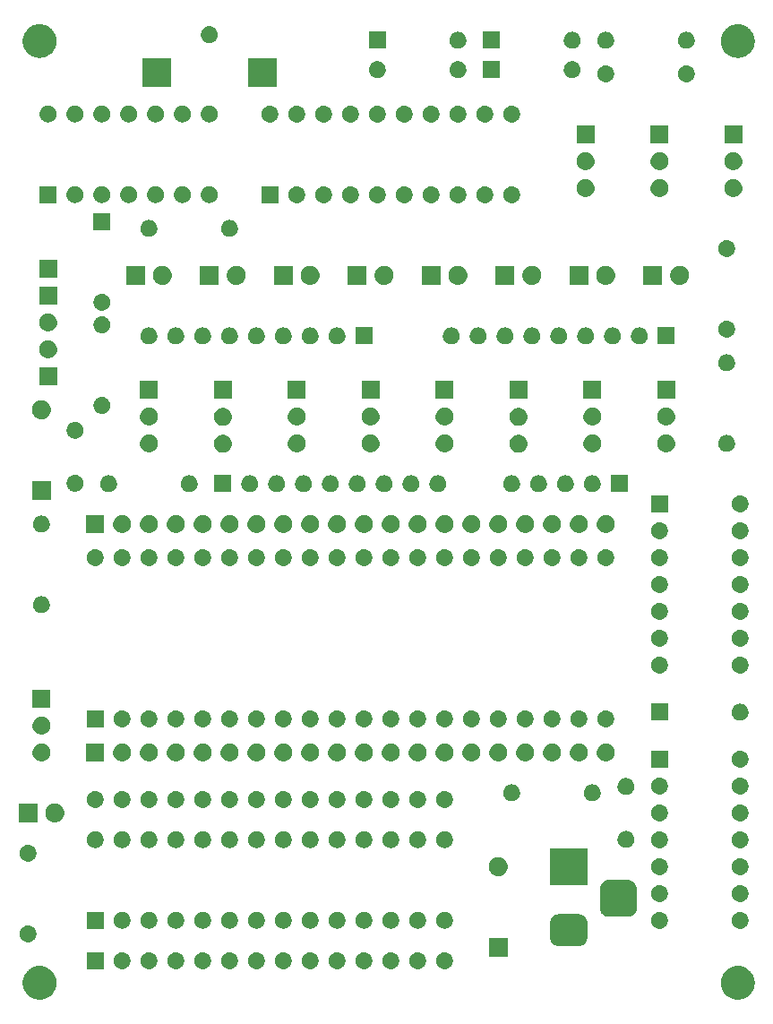
<source format=gts>
G04 #@! TF.GenerationSoftware,KiCad,Pcbnew,8.0.6-8.0.6-0~ubuntu22.04.1*
G04 #@! TF.CreationDate,2024-11-27T22:38:52+09:00*
G04 #@! TF.ProjectId,cosmac_toy_v2,636f736d-6163-45f7-946f-795f76322e6b,0.1*
G04 #@! TF.SameCoordinates,PX1d11680PY907ef78*
G04 #@! TF.FileFunction,Soldermask,Top*
G04 #@! TF.FilePolarity,Negative*
%FSLAX46Y46*%
G04 Gerber Fmt 4.6, Leading zero omitted, Abs format (unit mm)*
G04 Created by KiCad (PCBNEW 8.0.6-8.0.6-0~ubuntu22.04.1) date 2024-11-27 22:38:52*
%MOMM*%
%LPD*%
G01*
G04 APERTURE LIST*
G04 APERTURE END LIST*
G36*
X3061281Y4595177D02*
G01*
X3119541Y4595177D01*
X3183206Y4585582D01*
X3250295Y4580301D01*
X3304369Y4567319D01*
X3355953Y4559544D01*
X3423358Y4538753D01*
X3494427Y4521690D01*
X3540380Y4502656D01*
X3584420Y4489071D01*
X3653560Y4455775D01*
X3726385Y4425610D01*
X3763765Y4402704D01*
X3799825Y4385338D01*
X3868416Y4338573D01*
X3940456Y4294427D01*
X3969303Y4269790D01*
X3997362Y4250659D01*
X4062871Y4189876D01*
X4131371Y4131371D01*
X4152173Y4107015D01*
X4172626Y4088037D01*
X4232427Y4013049D01*
X4294427Y3940456D01*
X4308061Y3918207D01*
X4321694Y3901112D01*
X4373105Y3812064D01*
X4425610Y3726385D01*
X4433322Y3707766D01*
X4441233Y3694064D01*
X4481580Y3591261D01*
X4521690Y3494427D01*
X4525006Y3480612D01*
X4528580Y3471507D01*
X4555343Y3354252D01*
X4580301Y3250295D01*
X4580948Y3242070D01*
X4581783Y3238413D01*
X4592664Y3093204D01*
X4600000Y3000000D01*
X4592663Y2906789D01*
X4581783Y2761588D01*
X4580948Y2757932D01*
X4580301Y2749705D01*
X4555338Y2645730D01*
X4528580Y2528494D01*
X4525007Y2519392D01*
X4521690Y2505573D01*
X4481572Y2408722D01*
X4441233Y2305937D01*
X4433323Y2292238D01*
X4425610Y2273615D01*
X4373095Y2187920D01*
X4321694Y2098889D01*
X4308064Y2081798D01*
X4294427Y2059544D01*
X4232415Y1986938D01*
X4172626Y1911964D01*
X4152177Y1892991D01*
X4131371Y1868629D01*
X4062857Y1810114D01*
X3997362Y1749342D01*
X3969309Y1730216D01*
X3940456Y1705573D01*
X3868402Y1661419D01*
X3799825Y1614663D01*
X3763772Y1597302D01*
X3726385Y1574390D01*
X3653546Y1544220D01*
X3584420Y1510930D01*
X3540390Y1497349D01*
X3494427Y1478310D01*
X3423344Y1461245D01*
X3355953Y1440457D01*
X3304377Y1432684D01*
X3250295Y1419699D01*
X3183202Y1414419D01*
X3119541Y1404823D01*
X3061281Y1404823D01*
X3000000Y1400000D01*
X2938719Y1404823D01*
X2880459Y1404823D01*
X2816796Y1414419D01*
X2749705Y1419699D01*
X2695623Y1432683D01*
X2644046Y1440457D01*
X2576651Y1461246D01*
X2505573Y1478310D01*
X2459612Y1497348D01*
X2415579Y1510930D01*
X2346449Y1544222D01*
X2273615Y1574390D01*
X2236227Y1597301D01*
X2200175Y1614663D01*
X2131594Y1661421D01*
X2059544Y1705573D01*
X2030694Y1730213D01*
X2002637Y1749342D01*
X1937129Y1810125D01*
X1868629Y1868629D01*
X1847826Y1892987D01*
X1827373Y1911964D01*
X1767569Y1986955D01*
X1705573Y2059544D01*
X1691939Y2081793D01*
X1678305Y2098889D01*
X1626886Y2187948D01*
X1574390Y2273615D01*
X1566678Y2292232D01*
X1558766Y2305937D01*
X1518408Y2408768D01*
X1478310Y2505573D01*
X1474994Y2519385D01*
X1471419Y2528494D01*
X1444641Y2645814D01*
X1419699Y2749705D01*
X1419052Y2757926D01*
X1418216Y2761588D01*
X1407315Y2907054D01*
X1400000Y3000000D01*
X1407314Y3092939D01*
X1418216Y3238413D01*
X1419052Y3242077D01*
X1419699Y3250295D01*
X1444636Y3354167D01*
X1471419Y3471507D01*
X1474994Y3480618D01*
X1478310Y3494427D01*
X1518400Y3591215D01*
X1558766Y3694064D01*
X1566680Y3707772D01*
X1574390Y3726385D01*
X1626876Y3812036D01*
X1678305Y3901112D01*
X1691941Y3918213D01*
X1705573Y3940456D01*
X1767557Y4013031D01*
X1827373Y4088037D01*
X1847830Y4107019D01*
X1868629Y4131371D01*
X1937116Y4189865D01*
X2002637Y4250659D01*
X2030699Y4269792D01*
X2059544Y4294427D01*
X2131579Y4338571D01*
X2200175Y4385338D01*
X2236235Y4402704D01*
X2273615Y4425610D01*
X2346434Y4455773D01*
X2415579Y4489071D01*
X2459622Y4502657D01*
X2505573Y4521690D01*
X2576636Y4538751D01*
X2644046Y4559544D01*
X2695632Y4567320D01*
X2749705Y4580301D01*
X2816792Y4585582D01*
X2880459Y4595177D01*
X2938719Y4595177D01*
X3000000Y4600000D01*
X3061281Y4595177D01*
G37*
G36*
X69061281Y4595177D02*
G01*
X69119541Y4595177D01*
X69183206Y4585582D01*
X69250295Y4580301D01*
X69304369Y4567319D01*
X69355953Y4559544D01*
X69423358Y4538753D01*
X69494427Y4521690D01*
X69540380Y4502656D01*
X69584420Y4489071D01*
X69653560Y4455775D01*
X69726385Y4425610D01*
X69763765Y4402704D01*
X69799825Y4385338D01*
X69868416Y4338573D01*
X69940456Y4294427D01*
X69969303Y4269790D01*
X69997362Y4250659D01*
X70062871Y4189876D01*
X70131371Y4131371D01*
X70152173Y4107015D01*
X70172626Y4088037D01*
X70232427Y4013049D01*
X70294427Y3940456D01*
X70308061Y3918207D01*
X70321694Y3901112D01*
X70373105Y3812064D01*
X70425610Y3726385D01*
X70433322Y3707766D01*
X70441233Y3694064D01*
X70481580Y3591261D01*
X70521690Y3494427D01*
X70525006Y3480612D01*
X70528580Y3471507D01*
X70555343Y3354252D01*
X70580301Y3250295D01*
X70580948Y3242070D01*
X70581783Y3238413D01*
X70592664Y3093204D01*
X70600000Y3000000D01*
X70592663Y2906789D01*
X70581783Y2761588D01*
X70580948Y2757932D01*
X70580301Y2749705D01*
X70555338Y2645730D01*
X70528580Y2528494D01*
X70525007Y2519392D01*
X70521690Y2505573D01*
X70481572Y2408722D01*
X70441233Y2305937D01*
X70433323Y2292238D01*
X70425610Y2273615D01*
X70373095Y2187920D01*
X70321694Y2098889D01*
X70308064Y2081798D01*
X70294427Y2059544D01*
X70232415Y1986938D01*
X70172626Y1911964D01*
X70152177Y1892991D01*
X70131371Y1868629D01*
X70062857Y1810114D01*
X69997362Y1749342D01*
X69969309Y1730216D01*
X69940456Y1705573D01*
X69868402Y1661419D01*
X69799825Y1614663D01*
X69763772Y1597302D01*
X69726385Y1574390D01*
X69653546Y1544220D01*
X69584420Y1510930D01*
X69540390Y1497349D01*
X69494427Y1478310D01*
X69423344Y1461245D01*
X69355953Y1440457D01*
X69304377Y1432684D01*
X69250295Y1419699D01*
X69183202Y1414419D01*
X69119541Y1404823D01*
X69061281Y1404823D01*
X69000000Y1400000D01*
X68938719Y1404823D01*
X68880459Y1404823D01*
X68816796Y1414419D01*
X68749705Y1419699D01*
X68695623Y1432683D01*
X68644046Y1440457D01*
X68576651Y1461246D01*
X68505573Y1478310D01*
X68459612Y1497348D01*
X68415579Y1510930D01*
X68346449Y1544222D01*
X68273615Y1574390D01*
X68236227Y1597301D01*
X68200175Y1614663D01*
X68131594Y1661421D01*
X68059544Y1705573D01*
X68030694Y1730213D01*
X68002637Y1749342D01*
X67937129Y1810125D01*
X67868629Y1868629D01*
X67847826Y1892987D01*
X67827373Y1911964D01*
X67767569Y1986955D01*
X67705573Y2059544D01*
X67691939Y2081793D01*
X67678305Y2098889D01*
X67626886Y2187948D01*
X67574390Y2273615D01*
X67566678Y2292232D01*
X67558766Y2305937D01*
X67518408Y2408768D01*
X67478310Y2505573D01*
X67474994Y2519385D01*
X67471419Y2528494D01*
X67444641Y2645814D01*
X67419699Y2749705D01*
X67419052Y2757926D01*
X67418216Y2761588D01*
X67407315Y2907054D01*
X67400000Y3000000D01*
X67407314Y3092939D01*
X67418216Y3238413D01*
X67419052Y3242077D01*
X67419699Y3250295D01*
X67444636Y3354167D01*
X67471419Y3471507D01*
X67474994Y3480618D01*
X67478310Y3494427D01*
X67518400Y3591215D01*
X67558766Y3694064D01*
X67566680Y3707772D01*
X67574390Y3726385D01*
X67626876Y3812036D01*
X67678305Y3901112D01*
X67691941Y3918213D01*
X67705573Y3940456D01*
X67767557Y4013031D01*
X67827373Y4088037D01*
X67847830Y4107019D01*
X67868629Y4131371D01*
X67937116Y4189865D01*
X68002637Y4250659D01*
X68030699Y4269792D01*
X68059544Y4294427D01*
X68131579Y4338571D01*
X68200175Y4385338D01*
X68236235Y4402704D01*
X68273615Y4425610D01*
X68346434Y4455773D01*
X68415579Y4489071D01*
X68459622Y4502657D01*
X68505573Y4521690D01*
X68576636Y4538751D01*
X68644046Y4559544D01*
X68695632Y4567320D01*
X68749705Y4580301D01*
X68816792Y4585582D01*
X68880459Y4595177D01*
X68938719Y4595177D01*
X69000000Y4600000D01*
X69061281Y4595177D01*
G37*
G36*
X9055000Y4280000D02*
G01*
X7455000Y4280000D01*
X7455000Y5880000D01*
X9055000Y5880000D01*
X9055000Y4280000D01*
G37*
G36*
X10839970Y5874933D02*
G01*
X10878553Y5874933D01*
X10922077Y5865682D01*
X10973017Y5859942D01*
X11010059Y5846981D01*
X11041996Y5840192D01*
X11088023Y5819700D01*
X11142107Y5800775D01*
X11170255Y5783088D01*
X11194657Y5772224D01*
X11240153Y5739169D01*
X11293792Y5705465D01*
X11313057Y5686200D01*
X11329843Y5674004D01*
X11371342Y5627915D01*
X11420465Y5578792D01*
X11431763Y5560811D01*
X11441656Y5549824D01*
X11475502Y5491200D01*
X11515775Y5427107D01*
X11520802Y5412739D01*
X11525207Y5405110D01*
X11547763Y5335690D01*
X11574942Y5258017D01*
X11575972Y5248872D01*
X11576845Y5246186D01*
X11584752Y5170951D01*
X11595000Y5080000D01*
X11584751Y4989042D01*
X11576845Y4913815D01*
X11575972Y4911131D01*
X11574942Y4901983D01*
X11547758Y4824298D01*
X11525207Y4754891D01*
X11520803Y4747265D01*
X11515775Y4732893D01*
X11475495Y4668790D01*
X11441656Y4610177D01*
X11431765Y4599193D01*
X11420465Y4581208D01*
X11371333Y4532077D01*
X11329843Y4485997D01*
X11313060Y4473804D01*
X11293792Y4454535D01*
X11240143Y4420826D01*
X11194657Y4387777D01*
X11170261Y4376916D01*
X11142107Y4359225D01*
X11088012Y4340297D01*
X11041996Y4319809D01*
X11010065Y4313022D01*
X10973017Y4300058D01*
X10922074Y4294319D01*
X10878553Y4285067D01*
X10839970Y4285067D01*
X10795000Y4280000D01*
X10750030Y4285067D01*
X10711447Y4285067D01*
X10667924Y4294319D01*
X10616983Y4300058D01*
X10579936Y4313022D01*
X10548003Y4319809D01*
X10501982Y4340299D01*
X10447893Y4359225D01*
X10419741Y4376914D01*
X10395342Y4387777D01*
X10349849Y4420831D01*
X10296208Y4454535D01*
X10276941Y4473802D01*
X10260156Y4485997D01*
X10218656Y4532087D01*
X10169535Y4581208D01*
X10158236Y4599189D01*
X10148343Y4610177D01*
X10114491Y4668809D01*
X10074225Y4732893D01*
X10069197Y4747260D01*
X10064792Y4754891D01*
X10042227Y4824338D01*
X10015058Y4901983D01*
X10014027Y4911126D01*
X10013154Y4913815D01*
X10005233Y4989174D01*
X9995000Y5080000D01*
X10005232Y5170819D01*
X10013154Y5246186D01*
X10014028Y5248876D01*
X10015058Y5258017D01*
X10042222Y5335650D01*
X10064792Y5405110D01*
X10069198Y5412743D01*
X10074225Y5427107D01*
X10114484Y5491181D01*
X10148343Y5549824D01*
X10158239Y5560815D01*
X10169535Y5578792D01*
X10218647Y5627905D01*
X10260156Y5674004D01*
X10276945Y5686203D01*
X10296208Y5705465D01*
X10349845Y5739168D01*
X10395346Y5772226D01*
X10419748Y5783091D01*
X10447893Y5800775D01*
X10501962Y5819695D01*
X10547998Y5840191D01*
X10579942Y5846981D01*
X10616983Y5859942D01*
X10667922Y5865682D01*
X10711447Y5874933D01*
X10750030Y5874933D01*
X10795000Y5880000D01*
X10839970Y5874933D01*
G37*
G36*
X13379970Y5874933D02*
G01*
X13418553Y5874933D01*
X13462077Y5865682D01*
X13513017Y5859942D01*
X13550059Y5846981D01*
X13581996Y5840192D01*
X13628023Y5819700D01*
X13682107Y5800775D01*
X13710255Y5783088D01*
X13734657Y5772224D01*
X13780153Y5739169D01*
X13833792Y5705465D01*
X13853057Y5686200D01*
X13869843Y5674004D01*
X13911342Y5627915D01*
X13960465Y5578792D01*
X13971763Y5560811D01*
X13981656Y5549824D01*
X14015502Y5491200D01*
X14055775Y5427107D01*
X14060802Y5412739D01*
X14065207Y5405110D01*
X14087763Y5335690D01*
X14114942Y5258017D01*
X14115972Y5248872D01*
X14116845Y5246186D01*
X14124752Y5170951D01*
X14135000Y5080000D01*
X14124751Y4989042D01*
X14116845Y4913815D01*
X14115972Y4911131D01*
X14114942Y4901983D01*
X14087758Y4824298D01*
X14065207Y4754891D01*
X14060803Y4747265D01*
X14055775Y4732893D01*
X14015495Y4668790D01*
X13981656Y4610177D01*
X13971765Y4599193D01*
X13960465Y4581208D01*
X13911333Y4532077D01*
X13869843Y4485997D01*
X13853060Y4473804D01*
X13833792Y4454535D01*
X13780143Y4420826D01*
X13734657Y4387777D01*
X13710261Y4376916D01*
X13682107Y4359225D01*
X13628012Y4340297D01*
X13581996Y4319809D01*
X13550065Y4313022D01*
X13513017Y4300058D01*
X13462074Y4294319D01*
X13418553Y4285067D01*
X13379970Y4285067D01*
X13335000Y4280000D01*
X13290030Y4285067D01*
X13251447Y4285067D01*
X13207924Y4294319D01*
X13156983Y4300058D01*
X13119936Y4313022D01*
X13088003Y4319809D01*
X13041982Y4340299D01*
X12987893Y4359225D01*
X12959741Y4376914D01*
X12935342Y4387777D01*
X12889849Y4420831D01*
X12836208Y4454535D01*
X12816941Y4473802D01*
X12800156Y4485997D01*
X12758656Y4532087D01*
X12709535Y4581208D01*
X12698236Y4599189D01*
X12688343Y4610177D01*
X12654491Y4668809D01*
X12614225Y4732893D01*
X12609197Y4747260D01*
X12604792Y4754891D01*
X12582227Y4824338D01*
X12555058Y4901983D01*
X12554027Y4911126D01*
X12553154Y4913815D01*
X12545233Y4989174D01*
X12535000Y5080000D01*
X12545232Y5170819D01*
X12553154Y5246186D01*
X12554028Y5248876D01*
X12555058Y5258017D01*
X12582222Y5335650D01*
X12604792Y5405110D01*
X12609198Y5412743D01*
X12614225Y5427107D01*
X12654484Y5491181D01*
X12688343Y5549824D01*
X12698239Y5560815D01*
X12709535Y5578792D01*
X12758647Y5627905D01*
X12800156Y5674004D01*
X12816945Y5686203D01*
X12836208Y5705465D01*
X12889845Y5739168D01*
X12935346Y5772226D01*
X12959748Y5783091D01*
X12987893Y5800775D01*
X13041962Y5819695D01*
X13087998Y5840191D01*
X13119942Y5846981D01*
X13156983Y5859942D01*
X13207922Y5865682D01*
X13251447Y5874933D01*
X13290030Y5874933D01*
X13335000Y5880000D01*
X13379970Y5874933D01*
G37*
G36*
X15919970Y5874933D02*
G01*
X15958553Y5874933D01*
X16002077Y5865682D01*
X16053017Y5859942D01*
X16090059Y5846981D01*
X16121996Y5840192D01*
X16168023Y5819700D01*
X16222107Y5800775D01*
X16250255Y5783088D01*
X16274657Y5772224D01*
X16320153Y5739169D01*
X16373792Y5705465D01*
X16393057Y5686200D01*
X16409843Y5674004D01*
X16451342Y5627915D01*
X16500465Y5578792D01*
X16511763Y5560811D01*
X16521656Y5549824D01*
X16555502Y5491200D01*
X16595775Y5427107D01*
X16600802Y5412739D01*
X16605207Y5405110D01*
X16627763Y5335690D01*
X16654942Y5258017D01*
X16655972Y5248872D01*
X16656845Y5246186D01*
X16664752Y5170951D01*
X16675000Y5080000D01*
X16664751Y4989042D01*
X16656845Y4913815D01*
X16655972Y4911131D01*
X16654942Y4901983D01*
X16627758Y4824298D01*
X16605207Y4754891D01*
X16600803Y4747265D01*
X16595775Y4732893D01*
X16555495Y4668790D01*
X16521656Y4610177D01*
X16511765Y4599193D01*
X16500465Y4581208D01*
X16451333Y4532077D01*
X16409843Y4485997D01*
X16393060Y4473804D01*
X16373792Y4454535D01*
X16320143Y4420826D01*
X16274657Y4387777D01*
X16250261Y4376916D01*
X16222107Y4359225D01*
X16168012Y4340297D01*
X16121996Y4319809D01*
X16090065Y4313022D01*
X16053017Y4300058D01*
X16002074Y4294319D01*
X15958553Y4285067D01*
X15919970Y4285067D01*
X15875000Y4280000D01*
X15830030Y4285067D01*
X15791447Y4285067D01*
X15747924Y4294319D01*
X15696983Y4300058D01*
X15659936Y4313022D01*
X15628003Y4319809D01*
X15581982Y4340299D01*
X15527893Y4359225D01*
X15499741Y4376914D01*
X15475342Y4387777D01*
X15429849Y4420831D01*
X15376208Y4454535D01*
X15356941Y4473802D01*
X15340156Y4485997D01*
X15298656Y4532087D01*
X15249535Y4581208D01*
X15238236Y4599189D01*
X15228343Y4610177D01*
X15194491Y4668809D01*
X15154225Y4732893D01*
X15149197Y4747260D01*
X15144792Y4754891D01*
X15122227Y4824338D01*
X15095058Y4901983D01*
X15094027Y4911126D01*
X15093154Y4913815D01*
X15085233Y4989174D01*
X15075000Y5080000D01*
X15085232Y5170819D01*
X15093154Y5246186D01*
X15094028Y5248876D01*
X15095058Y5258017D01*
X15122222Y5335650D01*
X15144792Y5405110D01*
X15149198Y5412743D01*
X15154225Y5427107D01*
X15194484Y5491181D01*
X15228343Y5549824D01*
X15238239Y5560815D01*
X15249535Y5578792D01*
X15298647Y5627905D01*
X15340156Y5674004D01*
X15356945Y5686203D01*
X15376208Y5705465D01*
X15429845Y5739168D01*
X15475346Y5772226D01*
X15499748Y5783091D01*
X15527893Y5800775D01*
X15581962Y5819695D01*
X15627998Y5840191D01*
X15659942Y5846981D01*
X15696983Y5859942D01*
X15747922Y5865682D01*
X15791447Y5874933D01*
X15830030Y5874933D01*
X15875000Y5880000D01*
X15919970Y5874933D01*
G37*
G36*
X18459970Y5874933D02*
G01*
X18498553Y5874933D01*
X18542077Y5865682D01*
X18593017Y5859942D01*
X18630059Y5846981D01*
X18661996Y5840192D01*
X18708023Y5819700D01*
X18762107Y5800775D01*
X18790255Y5783088D01*
X18814657Y5772224D01*
X18860153Y5739169D01*
X18913792Y5705465D01*
X18933057Y5686200D01*
X18949843Y5674004D01*
X18991342Y5627915D01*
X19040465Y5578792D01*
X19051763Y5560811D01*
X19061656Y5549824D01*
X19095502Y5491200D01*
X19135775Y5427107D01*
X19140802Y5412739D01*
X19145207Y5405110D01*
X19167763Y5335690D01*
X19194942Y5258017D01*
X19195972Y5248872D01*
X19196845Y5246186D01*
X19204752Y5170951D01*
X19215000Y5080000D01*
X19204751Y4989042D01*
X19196845Y4913815D01*
X19195972Y4911131D01*
X19194942Y4901983D01*
X19167758Y4824298D01*
X19145207Y4754891D01*
X19140803Y4747265D01*
X19135775Y4732893D01*
X19095495Y4668790D01*
X19061656Y4610177D01*
X19051765Y4599193D01*
X19040465Y4581208D01*
X18991333Y4532077D01*
X18949843Y4485997D01*
X18933060Y4473804D01*
X18913792Y4454535D01*
X18860143Y4420826D01*
X18814657Y4387777D01*
X18790261Y4376916D01*
X18762107Y4359225D01*
X18708012Y4340297D01*
X18661996Y4319809D01*
X18630065Y4313022D01*
X18593017Y4300058D01*
X18542074Y4294319D01*
X18498553Y4285067D01*
X18459970Y4285067D01*
X18415000Y4280000D01*
X18370030Y4285067D01*
X18331447Y4285067D01*
X18287924Y4294319D01*
X18236983Y4300058D01*
X18199936Y4313022D01*
X18168003Y4319809D01*
X18121982Y4340299D01*
X18067893Y4359225D01*
X18039741Y4376914D01*
X18015342Y4387777D01*
X17969849Y4420831D01*
X17916208Y4454535D01*
X17896941Y4473802D01*
X17880156Y4485997D01*
X17838656Y4532087D01*
X17789535Y4581208D01*
X17778236Y4599189D01*
X17768343Y4610177D01*
X17734491Y4668809D01*
X17694225Y4732893D01*
X17689197Y4747260D01*
X17684792Y4754891D01*
X17662227Y4824338D01*
X17635058Y4901983D01*
X17634027Y4911126D01*
X17633154Y4913815D01*
X17625233Y4989174D01*
X17615000Y5080000D01*
X17625232Y5170819D01*
X17633154Y5246186D01*
X17634028Y5248876D01*
X17635058Y5258017D01*
X17662222Y5335650D01*
X17684792Y5405110D01*
X17689198Y5412743D01*
X17694225Y5427107D01*
X17734484Y5491181D01*
X17768343Y5549824D01*
X17778239Y5560815D01*
X17789535Y5578792D01*
X17838647Y5627905D01*
X17880156Y5674004D01*
X17896945Y5686203D01*
X17916208Y5705465D01*
X17969845Y5739168D01*
X18015346Y5772226D01*
X18039748Y5783091D01*
X18067893Y5800775D01*
X18121962Y5819695D01*
X18167998Y5840191D01*
X18199942Y5846981D01*
X18236983Y5859942D01*
X18287922Y5865682D01*
X18331447Y5874933D01*
X18370030Y5874933D01*
X18415000Y5880000D01*
X18459970Y5874933D01*
G37*
G36*
X20999970Y5874933D02*
G01*
X21038553Y5874933D01*
X21082077Y5865682D01*
X21133017Y5859942D01*
X21170059Y5846981D01*
X21201996Y5840192D01*
X21248023Y5819700D01*
X21302107Y5800775D01*
X21330255Y5783088D01*
X21354657Y5772224D01*
X21400153Y5739169D01*
X21453792Y5705465D01*
X21473057Y5686200D01*
X21489843Y5674004D01*
X21531342Y5627915D01*
X21580465Y5578792D01*
X21591763Y5560811D01*
X21601656Y5549824D01*
X21635502Y5491200D01*
X21675775Y5427107D01*
X21680802Y5412739D01*
X21685207Y5405110D01*
X21707763Y5335690D01*
X21734942Y5258017D01*
X21735972Y5248872D01*
X21736845Y5246186D01*
X21744752Y5170951D01*
X21755000Y5080000D01*
X21744751Y4989042D01*
X21736845Y4913815D01*
X21735972Y4911131D01*
X21734942Y4901983D01*
X21707758Y4824298D01*
X21685207Y4754891D01*
X21680803Y4747265D01*
X21675775Y4732893D01*
X21635495Y4668790D01*
X21601656Y4610177D01*
X21591765Y4599193D01*
X21580465Y4581208D01*
X21531333Y4532077D01*
X21489843Y4485997D01*
X21473060Y4473804D01*
X21453792Y4454535D01*
X21400143Y4420826D01*
X21354657Y4387777D01*
X21330261Y4376916D01*
X21302107Y4359225D01*
X21248012Y4340297D01*
X21201996Y4319809D01*
X21170065Y4313022D01*
X21133017Y4300058D01*
X21082074Y4294319D01*
X21038553Y4285067D01*
X20999970Y4285067D01*
X20955000Y4280000D01*
X20910030Y4285067D01*
X20871447Y4285067D01*
X20827924Y4294319D01*
X20776983Y4300058D01*
X20739936Y4313022D01*
X20708003Y4319809D01*
X20661982Y4340299D01*
X20607893Y4359225D01*
X20579741Y4376914D01*
X20555342Y4387777D01*
X20509849Y4420831D01*
X20456208Y4454535D01*
X20436941Y4473802D01*
X20420156Y4485997D01*
X20378656Y4532087D01*
X20329535Y4581208D01*
X20318236Y4599189D01*
X20308343Y4610177D01*
X20274491Y4668809D01*
X20234225Y4732893D01*
X20229197Y4747260D01*
X20224792Y4754891D01*
X20202227Y4824338D01*
X20175058Y4901983D01*
X20174027Y4911126D01*
X20173154Y4913815D01*
X20165233Y4989174D01*
X20155000Y5080000D01*
X20165232Y5170819D01*
X20173154Y5246186D01*
X20174028Y5248876D01*
X20175058Y5258017D01*
X20202222Y5335650D01*
X20224792Y5405110D01*
X20229198Y5412743D01*
X20234225Y5427107D01*
X20274484Y5491181D01*
X20308343Y5549824D01*
X20318239Y5560815D01*
X20329535Y5578792D01*
X20378647Y5627905D01*
X20420156Y5674004D01*
X20436945Y5686203D01*
X20456208Y5705465D01*
X20509845Y5739168D01*
X20555346Y5772226D01*
X20579748Y5783091D01*
X20607893Y5800775D01*
X20661962Y5819695D01*
X20707998Y5840191D01*
X20739942Y5846981D01*
X20776983Y5859942D01*
X20827922Y5865682D01*
X20871447Y5874933D01*
X20910030Y5874933D01*
X20955000Y5880000D01*
X20999970Y5874933D01*
G37*
G36*
X23539970Y5874933D02*
G01*
X23578553Y5874933D01*
X23622077Y5865682D01*
X23673017Y5859942D01*
X23710059Y5846981D01*
X23741996Y5840192D01*
X23788023Y5819700D01*
X23842107Y5800775D01*
X23870255Y5783088D01*
X23894657Y5772224D01*
X23940153Y5739169D01*
X23993792Y5705465D01*
X24013057Y5686200D01*
X24029843Y5674004D01*
X24071342Y5627915D01*
X24120465Y5578792D01*
X24131763Y5560811D01*
X24141656Y5549824D01*
X24175502Y5491200D01*
X24215775Y5427107D01*
X24220802Y5412739D01*
X24225207Y5405110D01*
X24247763Y5335690D01*
X24274942Y5258017D01*
X24275972Y5248872D01*
X24276845Y5246186D01*
X24284752Y5170951D01*
X24295000Y5080000D01*
X24284751Y4989042D01*
X24276845Y4913815D01*
X24275972Y4911131D01*
X24274942Y4901983D01*
X24247758Y4824298D01*
X24225207Y4754891D01*
X24220803Y4747265D01*
X24215775Y4732893D01*
X24175495Y4668790D01*
X24141656Y4610177D01*
X24131765Y4599193D01*
X24120465Y4581208D01*
X24071333Y4532077D01*
X24029843Y4485997D01*
X24013060Y4473804D01*
X23993792Y4454535D01*
X23940143Y4420826D01*
X23894657Y4387777D01*
X23870261Y4376916D01*
X23842107Y4359225D01*
X23788012Y4340297D01*
X23741996Y4319809D01*
X23710065Y4313022D01*
X23673017Y4300058D01*
X23622074Y4294319D01*
X23578553Y4285067D01*
X23539970Y4285067D01*
X23495000Y4280000D01*
X23450030Y4285067D01*
X23411447Y4285067D01*
X23367924Y4294319D01*
X23316983Y4300058D01*
X23279936Y4313022D01*
X23248003Y4319809D01*
X23201982Y4340299D01*
X23147893Y4359225D01*
X23119741Y4376914D01*
X23095342Y4387777D01*
X23049849Y4420831D01*
X22996208Y4454535D01*
X22976941Y4473802D01*
X22960156Y4485997D01*
X22918656Y4532087D01*
X22869535Y4581208D01*
X22858236Y4599189D01*
X22848343Y4610177D01*
X22814491Y4668809D01*
X22774225Y4732893D01*
X22769197Y4747260D01*
X22764792Y4754891D01*
X22742227Y4824338D01*
X22715058Y4901983D01*
X22714027Y4911126D01*
X22713154Y4913815D01*
X22705233Y4989174D01*
X22695000Y5080000D01*
X22705232Y5170819D01*
X22713154Y5246186D01*
X22714028Y5248876D01*
X22715058Y5258017D01*
X22742222Y5335650D01*
X22764792Y5405110D01*
X22769198Y5412743D01*
X22774225Y5427107D01*
X22814484Y5491181D01*
X22848343Y5549824D01*
X22858239Y5560815D01*
X22869535Y5578792D01*
X22918647Y5627905D01*
X22960156Y5674004D01*
X22976945Y5686203D01*
X22996208Y5705465D01*
X23049845Y5739168D01*
X23095346Y5772226D01*
X23119748Y5783091D01*
X23147893Y5800775D01*
X23201962Y5819695D01*
X23247998Y5840191D01*
X23279942Y5846981D01*
X23316983Y5859942D01*
X23367922Y5865682D01*
X23411447Y5874933D01*
X23450030Y5874933D01*
X23495000Y5880000D01*
X23539970Y5874933D01*
G37*
G36*
X26079970Y5874933D02*
G01*
X26118553Y5874933D01*
X26162077Y5865682D01*
X26213017Y5859942D01*
X26250059Y5846981D01*
X26281996Y5840192D01*
X26328023Y5819700D01*
X26382107Y5800775D01*
X26410255Y5783088D01*
X26434657Y5772224D01*
X26480153Y5739169D01*
X26533792Y5705465D01*
X26553057Y5686200D01*
X26569843Y5674004D01*
X26611342Y5627915D01*
X26660465Y5578792D01*
X26671763Y5560811D01*
X26681656Y5549824D01*
X26715502Y5491200D01*
X26755775Y5427107D01*
X26760802Y5412739D01*
X26765207Y5405110D01*
X26787763Y5335690D01*
X26814942Y5258017D01*
X26815972Y5248872D01*
X26816845Y5246186D01*
X26824752Y5170951D01*
X26835000Y5080000D01*
X26824751Y4989042D01*
X26816845Y4913815D01*
X26815972Y4911131D01*
X26814942Y4901983D01*
X26787758Y4824298D01*
X26765207Y4754891D01*
X26760803Y4747265D01*
X26755775Y4732893D01*
X26715495Y4668790D01*
X26681656Y4610177D01*
X26671765Y4599193D01*
X26660465Y4581208D01*
X26611333Y4532077D01*
X26569843Y4485997D01*
X26553060Y4473804D01*
X26533792Y4454535D01*
X26480143Y4420826D01*
X26434657Y4387777D01*
X26410261Y4376916D01*
X26382107Y4359225D01*
X26328012Y4340297D01*
X26281996Y4319809D01*
X26250065Y4313022D01*
X26213017Y4300058D01*
X26162074Y4294319D01*
X26118553Y4285067D01*
X26079970Y4285067D01*
X26035000Y4280000D01*
X25990030Y4285067D01*
X25951447Y4285067D01*
X25907924Y4294319D01*
X25856983Y4300058D01*
X25819936Y4313022D01*
X25788003Y4319809D01*
X25741982Y4340299D01*
X25687893Y4359225D01*
X25659741Y4376914D01*
X25635342Y4387777D01*
X25589849Y4420831D01*
X25536208Y4454535D01*
X25516941Y4473802D01*
X25500156Y4485997D01*
X25458656Y4532087D01*
X25409535Y4581208D01*
X25398236Y4599189D01*
X25388343Y4610177D01*
X25354491Y4668809D01*
X25314225Y4732893D01*
X25309197Y4747260D01*
X25304792Y4754891D01*
X25282227Y4824338D01*
X25255058Y4901983D01*
X25254027Y4911126D01*
X25253154Y4913815D01*
X25245233Y4989174D01*
X25235000Y5080000D01*
X25245232Y5170819D01*
X25253154Y5246186D01*
X25254028Y5248876D01*
X25255058Y5258017D01*
X25282222Y5335650D01*
X25304792Y5405110D01*
X25309198Y5412743D01*
X25314225Y5427107D01*
X25354484Y5491181D01*
X25388343Y5549824D01*
X25398239Y5560815D01*
X25409535Y5578792D01*
X25458647Y5627905D01*
X25500156Y5674004D01*
X25516945Y5686203D01*
X25536208Y5705465D01*
X25589845Y5739168D01*
X25635346Y5772226D01*
X25659748Y5783091D01*
X25687893Y5800775D01*
X25741962Y5819695D01*
X25787998Y5840191D01*
X25819942Y5846981D01*
X25856983Y5859942D01*
X25907922Y5865682D01*
X25951447Y5874933D01*
X25990030Y5874933D01*
X26035000Y5880000D01*
X26079970Y5874933D01*
G37*
G36*
X28619970Y5874933D02*
G01*
X28658553Y5874933D01*
X28702077Y5865682D01*
X28753017Y5859942D01*
X28790059Y5846981D01*
X28821996Y5840192D01*
X28868023Y5819700D01*
X28922107Y5800775D01*
X28950255Y5783088D01*
X28974657Y5772224D01*
X29020153Y5739169D01*
X29073792Y5705465D01*
X29093057Y5686200D01*
X29109843Y5674004D01*
X29151342Y5627915D01*
X29200465Y5578792D01*
X29211763Y5560811D01*
X29221656Y5549824D01*
X29255502Y5491200D01*
X29295775Y5427107D01*
X29300802Y5412739D01*
X29305207Y5405110D01*
X29327763Y5335690D01*
X29354942Y5258017D01*
X29355972Y5248872D01*
X29356845Y5246186D01*
X29364752Y5170951D01*
X29375000Y5080000D01*
X29364751Y4989042D01*
X29356845Y4913815D01*
X29355972Y4911131D01*
X29354942Y4901983D01*
X29327758Y4824298D01*
X29305207Y4754891D01*
X29300803Y4747265D01*
X29295775Y4732893D01*
X29255495Y4668790D01*
X29221656Y4610177D01*
X29211765Y4599193D01*
X29200465Y4581208D01*
X29151333Y4532077D01*
X29109843Y4485997D01*
X29093060Y4473804D01*
X29073792Y4454535D01*
X29020143Y4420826D01*
X28974657Y4387777D01*
X28950261Y4376916D01*
X28922107Y4359225D01*
X28868012Y4340297D01*
X28821996Y4319809D01*
X28790065Y4313022D01*
X28753017Y4300058D01*
X28702074Y4294319D01*
X28658553Y4285067D01*
X28619970Y4285067D01*
X28575000Y4280000D01*
X28530030Y4285067D01*
X28491447Y4285067D01*
X28447924Y4294319D01*
X28396983Y4300058D01*
X28359936Y4313022D01*
X28328003Y4319809D01*
X28281982Y4340299D01*
X28227893Y4359225D01*
X28199741Y4376914D01*
X28175342Y4387777D01*
X28129849Y4420831D01*
X28076208Y4454535D01*
X28056941Y4473802D01*
X28040156Y4485997D01*
X27998656Y4532087D01*
X27949535Y4581208D01*
X27938236Y4599189D01*
X27928343Y4610177D01*
X27894491Y4668809D01*
X27854225Y4732893D01*
X27849197Y4747260D01*
X27844792Y4754891D01*
X27822227Y4824338D01*
X27795058Y4901983D01*
X27794027Y4911126D01*
X27793154Y4913815D01*
X27785233Y4989174D01*
X27775000Y5080000D01*
X27785232Y5170819D01*
X27793154Y5246186D01*
X27794028Y5248876D01*
X27795058Y5258017D01*
X27822222Y5335650D01*
X27844792Y5405110D01*
X27849198Y5412743D01*
X27854225Y5427107D01*
X27894484Y5491181D01*
X27928343Y5549824D01*
X27938239Y5560815D01*
X27949535Y5578792D01*
X27998647Y5627905D01*
X28040156Y5674004D01*
X28056945Y5686203D01*
X28076208Y5705465D01*
X28129845Y5739168D01*
X28175346Y5772226D01*
X28199748Y5783091D01*
X28227893Y5800775D01*
X28281962Y5819695D01*
X28327998Y5840191D01*
X28359942Y5846981D01*
X28396983Y5859942D01*
X28447922Y5865682D01*
X28491447Y5874933D01*
X28530030Y5874933D01*
X28575000Y5880000D01*
X28619970Y5874933D01*
G37*
G36*
X31159970Y5874933D02*
G01*
X31198553Y5874933D01*
X31242077Y5865682D01*
X31293017Y5859942D01*
X31330059Y5846981D01*
X31361996Y5840192D01*
X31408023Y5819700D01*
X31462107Y5800775D01*
X31490255Y5783088D01*
X31514657Y5772224D01*
X31560153Y5739169D01*
X31613792Y5705465D01*
X31633057Y5686200D01*
X31649843Y5674004D01*
X31691342Y5627915D01*
X31740465Y5578792D01*
X31751763Y5560811D01*
X31761656Y5549824D01*
X31795502Y5491200D01*
X31835775Y5427107D01*
X31840802Y5412739D01*
X31845207Y5405110D01*
X31867763Y5335690D01*
X31894942Y5258017D01*
X31895972Y5248872D01*
X31896845Y5246186D01*
X31904752Y5170951D01*
X31915000Y5080000D01*
X31904751Y4989042D01*
X31896845Y4913815D01*
X31895972Y4911131D01*
X31894942Y4901983D01*
X31867758Y4824298D01*
X31845207Y4754891D01*
X31840803Y4747265D01*
X31835775Y4732893D01*
X31795495Y4668790D01*
X31761656Y4610177D01*
X31751765Y4599193D01*
X31740465Y4581208D01*
X31691333Y4532077D01*
X31649843Y4485997D01*
X31633060Y4473804D01*
X31613792Y4454535D01*
X31560143Y4420826D01*
X31514657Y4387777D01*
X31490261Y4376916D01*
X31462107Y4359225D01*
X31408012Y4340297D01*
X31361996Y4319809D01*
X31330065Y4313022D01*
X31293017Y4300058D01*
X31242074Y4294319D01*
X31198553Y4285067D01*
X31159970Y4285067D01*
X31115000Y4280000D01*
X31070030Y4285067D01*
X31031447Y4285067D01*
X30987924Y4294319D01*
X30936983Y4300058D01*
X30899936Y4313022D01*
X30868003Y4319809D01*
X30821982Y4340299D01*
X30767893Y4359225D01*
X30739741Y4376914D01*
X30715342Y4387777D01*
X30669849Y4420831D01*
X30616208Y4454535D01*
X30596941Y4473802D01*
X30580156Y4485997D01*
X30538656Y4532087D01*
X30489535Y4581208D01*
X30478236Y4599189D01*
X30468343Y4610177D01*
X30434491Y4668809D01*
X30394225Y4732893D01*
X30389197Y4747260D01*
X30384792Y4754891D01*
X30362227Y4824338D01*
X30335058Y4901983D01*
X30334027Y4911126D01*
X30333154Y4913815D01*
X30325233Y4989174D01*
X30315000Y5080000D01*
X30325232Y5170819D01*
X30333154Y5246186D01*
X30334028Y5248876D01*
X30335058Y5258017D01*
X30362222Y5335650D01*
X30384792Y5405110D01*
X30389198Y5412743D01*
X30394225Y5427107D01*
X30434484Y5491181D01*
X30468343Y5549824D01*
X30478239Y5560815D01*
X30489535Y5578792D01*
X30538647Y5627905D01*
X30580156Y5674004D01*
X30596945Y5686203D01*
X30616208Y5705465D01*
X30669845Y5739168D01*
X30715346Y5772226D01*
X30739748Y5783091D01*
X30767893Y5800775D01*
X30821962Y5819695D01*
X30867998Y5840191D01*
X30899942Y5846981D01*
X30936983Y5859942D01*
X30987922Y5865682D01*
X31031447Y5874933D01*
X31070030Y5874933D01*
X31115000Y5880000D01*
X31159970Y5874933D01*
G37*
G36*
X33699970Y5874933D02*
G01*
X33738553Y5874933D01*
X33782077Y5865682D01*
X33833017Y5859942D01*
X33870059Y5846981D01*
X33901996Y5840192D01*
X33948023Y5819700D01*
X34002107Y5800775D01*
X34030255Y5783088D01*
X34054657Y5772224D01*
X34100153Y5739169D01*
X34153792Y5705465D01*
X34173057Y5686200D01*
X34189843Y5674004D01*
X34231342Y5627915D01*
X34280465Y5578792D01*
X34291763Y5560811D01*
X34301656Y5549824D01*
X34335502Y5491200D01*
X34375775Y5427107D01*
X34380802Y5412739D01*
X34385207Y5405110D01*
X34407763Y5335690D01*
X34434942Y5258017D01*
X34435972Y5248872D01*
X34436845Y5246186D01*
X34444752Y5170951D01*
X34455000Y5080000D01*
X34444751Y4989042D01*
X34436845Y4913815D01*
X34435972Y4911131D01*
X34434942Y4901983D01*
X34407758Y4824298D01*
X34385207Y4754891D01*
X34380803Y4747265D01*
X34375775Y4732893D01*
X34335495Y4668790D01*
X34301656Y4610177D01*
X34291765Y4599193D01*
X34280465Y4581208D01*
X34231333Y4532077D01*
X34189843Y4485997D01*
X34173060Y4473804D01*
X34153792Y4454535D01*
X34100143Y4420826D01*
X34054657Y4387777D01*
X34030261Y4376916D01*
X34002107Y4359225D01*
X33948012Y4340297D01*
X33901996Y4319809D01*
X33870065Y4313022D01*
X33833017Y4300058D01*
X33782074Y4294319D01*
X33738553Y4285067D01*
X33699970Y4285067D01*
X33655000Y4280000D01*
X33610030Y4285067D01*
X33571447Y4285067D01*
X33527924Y4294319D01*
X33476983Y4300058D01*
X33439936Y4313022D01*
X33408003Y4319809D01*
X33361982Y4340299D01*
X33307893Y4359225D01*
X33279741Y4376914D01*
X33255342Y4387777D01*
X33209849Y4420831D01*
X33156208Y4454535D01*
X33136941Y4473802D01*
X33120156Y4485997D01*
X33078656Y4532087D01*
X33029535Y4581208D01*
X33018236Y4599189D01*
X33008343Y4610177D01*
X32974491Y4668809D01*
X32934225Y4732893D01*
X32929197Y4747260D01*
X32924792Y4754891D01*
X32902227Y4824338D01*
X32875058Y4901983D01*
X32874027Y4911126D01*
X32873154Y4913815D01*
X32865233Y4989174D01*
X32855000Y5080000D01*
X32865232Y5170819D01*
X32873154Y5246186D01*
X32874028Y5248876D01*
X32875058Y5258017D01*
X32902222Y5335650D01*
X32924792Y5405110D01*
X32929198Y5412743D01*
X32934225Y5427107D01*
X32974484Y5491181D01*
X33008343Y5549824D01*
X33018239Y5560815D01*
X33029535Y5578792D01*
X33078647Y5627905D01*
X33120156Y5674004D01*
X33136945Y5686203D01*
X33156208Y5705465D01*
X33209845Y5739168D01*
X33255346Y5772226D01*
X33279748Y5783091D01*
X33307893Y5800775D01*
X33361962Y5819695D01*
X33407998Y5840191D01*
X33439942Y5846981D01*
X33476983Y5859942D01*
X33527922Y5865682D01*
X33571447Y5874933D01*
X33610030Y5874933D01*
X33655000Y5880000D01*
X33699970Y5874933D01*
G37*
G36*
X36239970Y5874933D02*
G01*
X36278553Y5874933D01*
X36322077Y5865682D01*
X36373017Y5859942D01*
X36410059Y5846981D01*
X36441996Y5840192D01*
X36488023Y5819700D01*
X36542107Y5800775D01*
X36570255Y5783088D01*
X36594657Y5772224D01*
X36640153Y5739169D01*
X36693792Y5705465D01*
X36713057Y5686200D01*
X36729843Y5674004D01*
X36771342Y5627915D01*
X36820465Y5578792D01*
X36831763Y5560811D01*
X36841656Y5549824D01*
X36875502Y5491200D01*
X36915775Y5427107D01*
X36920802Y5412739D01*
X36925207Y5405110D01*
X36947763Y5335690D01*
X36974942Y5258017D01*
X36975972Y5248872D01*
X36976845Y5246186D01*
X36984752Y5170951D01*
X36995000Y5080000D01*
X36984751Y4989042D01*
X36976845Y4913815D01*
X36975972Y4911131D01*
X36974942Y4901983D01*
X36947758Y4824298D01*
X36925207Y4754891D01*
X36920803Y4747265D01*
X36915775Y4732893D01*
X36875495Y4668790D01*
X36841656Y4610177D01*
X36831765Y4599193D01*
X36820465Y4581208D01*
X36771333Y4532077D01*
X36729843Y4485997D01*
X36713060Y4473804D01*
X36693792Y4454535D01*
X36640143Y4420826D01*
X36594657Y4387777D01*
X36570261Y4376916D01*
X36542107Y4359225D01*
X36488012Y4340297D01*
X36441996Y4319809D01*
X36410065Y4313022D01*
X36373017Y4300058D01*
X36322074Y4294319D01*
X36278553Y4285067D01*
X36239970Y4285067D01*
X36195000Y4280000D01*
X36150030Y4285067D01*
X36111447Y4285067D01*
X36067924Y4294319D01*
X36016983Y4300058D01*
X35979936Y4313022D01*
X35948003Y4319809D01*
X35901982Y4340299D01*
X35847893Y4359225D01*
X35819741Y4376914D01*
X35795342Y4387777D01*
X35749849Y4420831D01*
X35696208Y4454535D01*
X35676941Y4473802D01*
X35660156Y4485997D01*
X35618656Y4532087D01*
X35569535Y4581208D01*
X35558236Y4599189D01*
X35548343Y4610177D01*
X35514491Y4668809D01*
X35474225Y4732893D01*
X35469197Y4747260D01*
X35464792Y4754891D01*
X35442227Y4824338D01*
X35415058Y4901983D01*
X35414027Y4911126D01*
X35413154Y4913815D01*
X35405233Y4989174D01*
X35395000Y5080000D01*
X35405232Y5170819D01*
X35413154Y5246186D01*
X35414028Y5248876D01*
X35415058Y5258017D01*
X35442222Y5335650D01*
X35464792Y5405110D01*
X35469198Y5412743D01*
X35474225Y5427107D01*
X35514484Y5491181D01*
X35548343Y5549824D01*
X35558239Y5560815D01*
X35569535Y5578792D01*
X35618647Y5627905D01*
X35660156Y5674004D01*
X35676945Y5686203D01*
X35696208Y5705465D01*
X35749845Y5739168D01*
X35795346Y5772226D01*
X35819748Y5783091D01*
X35847893Y5800775D01*
X35901962Y5819695D01*
X35947998Y5840191D01*
X35979942Y5846981D01*
X36016983Y5859942D01*
X36067922Y5865682D01*
X36111447Y5874933D01*
X36150030Y5874933D01*
X36195000Y5880000D01*
X36239970Y5874933D01*
G37*
G36*
X38779970Y5874933D02*
G01*
X38818553Y5874933D01*
X38862077Y5865682D01*
X38913017Y5859942D01*
X38950059Y5846981D01*
X38981996Y5840192D01*
X39028023Y5819700D01*
X39082107Y5800775D01*
X39110255Y5783088D01*
X39134657Y5772224D01*
X39180153Y5739169D01*
X39233792Y5705465D01*
X39253057Y5686200D01*
X39269843Y5674004D01*
X39311342Y5627915D01*
X39360465Y5578792D01*
X39371763Y5560811D01*
X39381656Y5549824D01*
X39415502Y5491200D01*
X39455775Y5427107D01*
X39460802Y5412739D01*
X39465207Y5405110D01*
X39487763Y5335690D01*
X39514942Y5258017D01*
X39515972Y5248872D01*
X39516845Y5246186D01*
X39524752Y5170951D01*
X39535000Y5080000D01*
X39524751Y4989042D01*
X39516845Y4913815D01*
X39515972Y4911131D01*
X39514942Y4901983D01*
X39487758Y4824298D01*
X39465207Y4754891D01*
X39460803Y4747265D01*
X39455775Y4732893D01*
X39415495Y4668790D01*
X39381656Y4610177D01*
X39371765Y4599193D01*
X39360465Y4581208D01*
X39311333Y4532077D01*
X39269843Y4485997D01*
X39253060Y4473804D01*
X39233792Y4454535D01*
X39180143Y4420826D01*
X39134657Y4387777D01*
X39110261Y4376916D01*
X39082107Y4359225D01*
X39028012Y4340297D01*
X38981996Y4319809D01*
X38950065Y4313022D01*
X38913017Y4300058D01*
X38862074Y4294319D01*
X38818553Y4285067D01*
X38779970Y4285067D01*
X38735000Y4280000D01*
X38690030Y4285067D01*
X38651447Y4285067D01*
X38607924Y4294319D01*
X38556983Y4300058D01*
X38519936Y4313022D01*
X38488003Y4319809D01*
X38441982Y4340299D01*
X38387893Y4359225D01*
X38359741Y4376914D01*
X38335342Y4387777D01*
X38289849Y4420831D01*
X38236208Y4454535D01*
X38216941Y4473802D01*
X38200156Y4485997D01*
X38158656Y4532087D01*
X38109535Y4581208D01*
X38098236Y4599189D01*
X38088343Y4610177D01*
X38054491Y4668809D01*
X38014225Y4732893D01*
X38009197Y4747260D01*
X38004792Y4754891D01*
X37982227Y4824338D01*
X37955058Y4901983D01*
X37954027Y4911126D01*
X37953154Y4913815D01*
X37945233Y4989174D01*
X37935000Y5080000D01*
X37945232Y5170819D01*
X37953154Y5246186D01*
X37954028Y5248876D01*
X37955058Y5258017D01*
X37982222Y5335650D01*
X38004792Y5405110D01*
X38009198Y5412743D01*
X38014225Y5427107D01*
X38054484Y5491181D01*
X38088343Y5549824D01*
X38098239Y5560815D01*
X38109535Y5578792D01*
X38158647Y5627905D01*
X38200156Y5674004D01*
X38216945Y5686203D01*
X38236208Y5705465D01*
X38289845Y5739168D01*
X38335346Y5772226D01*
X38359748Y5783091D01*
X38387893Y5800775D01*
X38441962Y5819695D01*
X38487998Y5840191D01*
X38519942Y5846981D01*
X38556983Y5859942D01*
X38607922Y5865682D01*
X38651447Y5874933D01*
X38690030Y5874933D01*
X38735000Y5880000D01*
X38779970Y5874933D01*
G37*
G36*
X41319970Y5874933D02*
G01*
X41358553Y5874933D01*
X41402077Y5865682D01*
X41453017Y5859942D01*
X41490059Y5846981D01*
X41521996Y5840192D01*
X41568023Y5819700D01*
X41622107Y5800775D01*
X41650255Y5783088D01*
X41674657Y5772224D01*
X41720153Y5739169D01*
X41773792Y5705465D01*
X41793057Y5686200D01*
X41809843Y5674004D01*
X41851342Y5627915D01*
X41900465Y5578792D01*
X41911763Y5560811D01*
X41921656Y5549824D01*
X41955502Y5491200D01*
X41995775Y5427107D01*
X42000802Y5412739D01*
X42005207Y5405110D01*
X42027763Y5335690D01*
X42054942Y5258017D01*
X42055972Y5248872D01*
X42056845Y5246186D01*
X42064752Y5170951D01*
X42075000Y5080000D01*
X42064751Y4989042D01*
X42056845Y4913815D01*
X42055972Y4911131D01*
X42054942Y4901983D01*
X42027758Y4824298D01*
X42005207Y4754891D01*
X42000803Y4747265D01*
X41995775Y4732893D01*
X41955495Y4668790D01*
X41921656Y4610177D01*
X41911765Y4599193D01*
X41900465Y4581208D01*
X41851333Y4532077D01*
X41809843Y4485997D01*
X41793060Y4473804D01*
X41773792Y4454535D01*
X41720143Y4420826D01*
X41674657Y4387777D01*
X41650261Y4376916D01*
X41622107Y4359225D01*
X41568012Y4340297D01*
X41521996Y4319809D01*
X41490065Y4313022D01*
X41453017Y4300058D01*
X41402074Y4294319D01*
X41358553Y4285067D01*
X41319970Y4285067D01*
X41275000Y4280000D01*
X41230030Y4285067D01*
X41191447Y4285067D01*
X41147924Y4294319D01*
X41096983Y4300058D01*
X41059936Y4313022D01*
X41028003Y4319809D01*
X40981982Y4340299D01*
X40927893Y4359225D01*
X40899741Y4376914D01*
X40875342Y4387777D01*
X40829849Y4420831D01*
X40776208Y4454535D01*
X40756941Y4473802D01*
X40740156Y4485997D01*
X40698656Y4532087D01*
X40649535Y4581208D01*
X40638236Y4599189D01*
X40628343Y4610177D01*
X40594491Y4668809D01*
X40554225Y4732893D01*
X40549197Y4747260D01*
X40544792Y4754891D01*
X40522227Y4824338D01*
X40495058Y4901983D01*
X40494027Y4911126D01*
X40493154Y4913815D01*
X40485233Y4989174D01*
X40475000Y5080000D01*
X40485232Y5170819D01*
X40493154Y5246186D01*
X40494028Y5248876D01*
X40495058Y5258017D01*
X40522222Y5335650D01*
X40544792Y5405110D01*
X40549198Y5412743D01*
X40554225Y5427107D01*
X40594484Y5491181D01*
X40628343Y5549824D01*
X40638239Y5560815D01*
X40649535Y5578792D01*
X40698647Y5627905D01*
X40740156Y5674004D01*
X40756945Y5686203D01*
X40776208Y5705465D01*
X40829845Y5739168D01*
X40875346Y5772226D01*
X40899748Y5783091D01*
X40927893Y5800775D01*
X40981962Y5819695D01*
X41027998Y5840191D01*
X41059942Y5846981D01*
X41096983Y5859942D01*
X41147922Y5865682D01*
X41191447Y5874933D01*
X41230030Y5874933D01*
X41275000Y5880000D01*
X41319970Y5874933D01*
G37*
G36*
X47255000Y5450000D02*
G01*
X45455000Y5450000D01*
X45455000Y7250000D01*
X47255000Y7250000D01*
X47255000Y5450000D01*
G37*
G36*
X54025864Y9469146D02*
G01*
X54116165Y9463023D01*
X54137345Y9457756D01*
X54169163Y9454505D01*
X54225555Y9435819D01*
X54275879Y9423304D01*
X54301153Y9410769D01*
X54334464Y9399731D01*
X54379835Y9371746D01*
X54421029Y9351315D01*
X54447649Y9329918D01*
X54482677Y9308312D01*
X54516063Y9274926D01*
X54547309Y9249810D01*
X54572424Y9218565D01*
X54605812Y9185177D01*
X54627418Y9150149D01*
X54648814Y9123530D01*
X54669242Y9082341D01*
X54697231Y9036964D01*
X54708269Y9003651D01*
X54720803Y8978380D01*
X54733315Y8928068D01*
X54752005Y8871663D01*
X54755256Y8839836D01*
X54760521Y8818667D01*
X54766642Y8728394D01*
X54767500Y8720000D01*
X54767500Y7220000D01*
X54766642Y7211607D01*
X54760522Y7121335D01*
X54755256Y7100162D01*
X54752005Y7068337D01*
X54733314Y7011933D01*
X54720803Y6961621D01*
X54708270Y6936353D01*
X54697231Y6903036D01*
X54669240Y6857656D01*
X54648814Y6816471D01*
X54627420Y6789857D01*
X54605812Y6754823D01*
X54572419Y6721431D01*
X54547309Y6690191D01*
X54516069Y6665081D01*
X54482677Y6631688D01*
X54447643Y6610080D01*
X54421029Y6588686D01*
X54379844Y6568260D01*
X54334464Y6540269D01*
X54301147Y6529230D01*
X54275879Y6516697D01*
X54225570Y6504186D01*
X54169163Y6485495D01*
X54137333Y6482244D01*
X54116166Y6476979D01*
X54025895Y6470858D01*
X54017500Y6470000D01*
X52017500Y6470000D01*
X52009108Y6470858D01*
X51918834Y6476978D01*
X51897659Y6482244D01*
X51865837Y6485495D01*
X51809435Y6504185D01*
X51759120Y6516697D01*
X51733849Y6529231D01*
X51700536Y6540269D01*
X51655159Y6568258D01*
X51613970Y6588686D01*
X51587351Y6610082D01*
X51552323Y6631688D01*
X51518935Y6665076D01*
X51487690Y6690191D01*
X51462574Y6721437D01*
X51429188Y6754823D01*
X51407582Y6789851D01*
X51386185Y6816471D01*
X51365754Y6857665D01*
X51337769Y6903036D01*
X51326731Y6936347D01*
X51314196Y6961621D01*
X51301681Y7011943D01*
X51282995Y7068337D01*
X51279743Y7100160D01*
X51274478Y7121334D01*
X51268354Y7211634D01*
X51267500Y7220000D01*
X51267500Y8720000D01*
X51268354Y8728363D01*
X51274477Y8818666D01*
X51279744Y8839847D01*
X51282995Y8871663D01*
X51301680Y8928053D01*
X51314196Y8978380D01*
X51326732Y9003657D01*
X51337769Y9036964D01*
X51365752Y9082332D01*
X51386185Y9123530D01*
X51407585Y9150154D01*
X51429188Y9185177D01*
X51462570Y9218560D01*
X51487690Y9249810D01*
X51518940Y9274930D01*
X51552323Y9308312D01*
X51587346Y9329915D01*
X51613970Y9351315D01*
X51655168Y9371748D01*
X51700536Y9399731D01*
X51733843Y9410768D01*
X51759120Y9423304D01*
X51809445Y9435820D01*
X51865837Y9454505D01*
X51897657Y9457757D01*
X51918833Y9463022D01*
X52009135Y9469146D01*
X52017500Y9470000D01*
X54017500Y9470000D01*
X54025864Y9469146D01*
G37*
G36*
X1949970Y8414933D02*
G01*
X1988553Y8414933D01*
X2032077Y8405682D01*
X2083017Y8399942D01*
X2120059Y8386981D01*
X2151996Y8380192D01*
X2198023Y8359700D01*
X2252107Y8340775D01*
X2280255Y8323088D01*
X2304657Y8312224D01*
X2350153Y8279169D01*
X2403792Y8245465D01*
X2423057Y8226200D01*
X2439843Y8214004D01*
X2481342Y8167915D01*
X2530465Y8118792D01*
X2541763Y8100811D01*
X2551656Y8089824D01*
X2585502Y8031200D01*
X2625775Y7967107D01*
X2630802Y7952739D01*
X2635207Y7945110D01*
X2657763Y7875690D01*
X2684942Y7798017D01*
X2685972Y7788872D01*
X2686845Y7786186D01*
X2694752Y7710951D01*
X2705000Y7620000D01*
X2694751Y7529042D01*
X2686845Y7453815D01*
X2685972Y7451131D01*
X2684942Y7441983D01*
X2657758Y7364298D01*
X2635207Y7294891D01*
X2630803Y7287265D01*
X2625775Y7272893D01*
X2585495Y7208790D01*
X2551656Y7150177D01*
X2541765Y7139193D01*
X2530465Y7121208D01*
X2481333Y7072077D01*
X2439843Y7025997D01*
X2423060Y7013804D01*
X2403792Y6994535D01*
X2350143Y6960826D01*
X2304657Y6927777D01*
X2280261Y6916916D01*
X2252107Y6899225D01*
X2198012Y6880297D01*
X2151996Y6859809D01*
X2120065Y6853022D01*
X2083017Y6840058D01*
X2032074Y6834319D01*
X1988553Y6825067D01*
X1949970Y6825067D01*
X1905000Y6820000D01*
X1860030Y6825067D01*
X1821447Y6825067D01*
X1777924Y6834319D01*
X1726983Y6840058D01*
X1689936Y6853022D01*
X1658003Y6859809D01*
X1611982Y6880299D01*
X1557893Y6899225D01*
X1529741Y6916914D01*
X1505342Y6927777D01*
X1459849Y6960831D01*
X1406208Y6994535D01*
X1386941Y7013802D01*
X1370156Y7025997D01*
X1328656Y7072087D01*
X1279535Y7121208D01*
X1268236Y7139189D01*
X1258343Y7150177D01*
X1224491Y7208809D01*
X1184225Y7272893D01*
X1179197Y7287260D01*
X1174792Y7294891D01*
X1152227Y7364338D01*
X1125058Y7441983D01*
X1124027Y7451126D01*
X1123154Y7453815D01*
X1115233Y7529174D01*
X1105000Y7620000D01*
X1115232Y7710819D01*
X1123154Y7786186D01*
X1124028Y7788876D01*
X1125058Y7798017D01*
X1152222Y7875650D01*
X1174792Y7945110D01*
X1179198Y7952743D01*
X1184225Y7967107D01*
X1224484Y8031181D01*
X1258343Y8089824D01*
X1268239Y8100815D01*
X1279535Y8118792D01*
X1328647Y8167905D01*
X1370156Y8214004D01*
X1386945Y8226203D01*
X1406208Y8245465D01*
X1459845Y8279168D01*
X1505346Y8312226D01*
X1529748Y8323091D01*
X1557893Y8340775D01*
X1611962Y8359695D01*
X1657998Y8380191D01*
X1689942Y8386981D01*
X1726983Y8399942D01*
X1777922Y8405682D01*
X1821447Y8414933D01*
X1860030Y8414933D01*
X1905000Y8420000D01*
X1949970Y8414933D01*
G37*
G36*
X61639970Y9684933D02*
G01*
X61678553Y9684933D01*
X61722077Y9675682D01*
X61773017Y9669942D01*
X61810059Y9656981D01*
X61841996Y9650192D01*
X61888023Y9629700D01*
X61942107Y9610775D01*
X61970255Y9593088D01*
X61994657Y9582224D01*
X62040153Y9549169D01*
X62093792Y9515465D01*
X62113057Y9496200D01*
X62129843Y9484004D01*
X62171342Y9437915D01*
X62220465Y9388792D01*
X62231763Y9370811D01*
X62241656Y9359824D01*
X62275502Y9301200D01*
X62315775Y9237107D01*
X62320802Y9222739D01*
X62325207Y9215110D01*
X62347763Y9145690D01*
X62374942Y9068017D01*
X62375972Y9058872D01*
X62376845Y9056186D01*
X62384752Y8980951D01*
X62395000Y8890000D01*
X62384751Y8799042D01*
X62376845Y8723815D01*
X62375972Y8721131D01*
X62374942Y8711983D01*
X62347758Y8634298D01*
X62325207Y8564891D01*
X62320803Y8557265D01*
X62315775Y8542893D01*
X62275495Y8478790D01*
X62241656Y8420177D01*
X62231765Y8409193D01*
X62220465Y8391208D01*
X62171333Y8342077D01*
X62129843Y8295997D01*
X62113060Y8283804D01*
X62093792Y8264535D01*
X62040143Y8230826D01*
X61994657Y8197777D01*
X61970261Y8186916D01*
X61942107Y8169225D01*
X61888012Y8150297D01*
X61841996Y8129809D01*
X61810065Y8123022D01*
X61773017Y8110058D01*
X61722074Y8104319D01*
X61678553Y8095067D01*
X61639970Y8095067D01*
X61595000Y8090000D01*
X61550030Y8095067D01*
X61511447Y8095067D01*
X61467924Y8104319D01*
X61416983Y8110058D01*
X61379936Y8123022D01*
X61348003Y8129809D01*
X61301982Y8150299D01*
X61247893Y8169225D01*
X61219741Y8186914D01*
X61195342Y8197777D01*
X61149849Y8230831D01*
X61096208Y8264535D01*
X61076941Y8283802D01*
X61060156Y8295997D01*
X61018656Y8342087D01*
X60969535Y8391208D01*
X60958236Y8409189D01*
X60948343Y8420177D01*
X60914491Y8478809D01*
X60874225Y8542893D01*
X60869197Y8557260D01*
X60864792Y8564891D01*
X60842227Y8634338D01*
X60815058Y8711983D01*
X60814027Y8721126D01*
X60813154Y8723815D01*
X60805233Y8799174D01*
X60795000Y8890000D01*
X60805232Y8980819D01*
X60813154Y9056186D01*
X60814028Y9058876D01*
X60815058Y9068017D01*
X60842222Y9145650D01*
X60864792Y9215110D01*
X60869198Y9222743D01*
X60874225Y9237107D01*
X60914484Y9301181D01*
X60948343Y9359824D01*
X60958239Y9370815D01*
X60969535Y9388792D01*
X61018647Y9437905D01*
X61060156Y9484004D01*
X61076945Y9496203D01*
X61096208Y9515465D01*
X61149845Y9549168D01*
X61195346Y9582226D01*
X61219748Y9593091D01*
X61247893Y9610775D01*
X61301962Y9629695D01*
X61347998Y9650191D01*
X61379942Y9656981D01*
X61416983Y9669942D01*
X61467922Y9675682D01*
X61511447Y9684933D01*
X61550030Y9684933D01*
X61595000Y9690000D01*
X61639970Y9684933D01*
G37*
G36*
X69259970Y9684933D02*
G01*
X69298553Y9684933D01*
X69342077Y9675682D01*
X69393017Y9669942D01*
X69430059Y9656981D01*
X69461996Y9650192D01*
X69508023Y9629700D01*
X69562107Y9610775D01*
X69590255Y9593088D01*
X69614657Y9582224D01*
X69660153Y9549169D01*
X69713792Y9515465D01*
X69733057Y9496200D01*
X69749843Y9484004D01*
X69791342Y9437915D01*
X69840465Y9388792D01*
X69851763Y9370811D01*
X69861656Y9359824D01*
X69895502Y9301200D01*
X69935775Y9237107D01*
X69940802Y9222739D01*
X69945207Y9215110D01*
X69967763Y9145690D01*
X69994942Y9068017D01*
X69995972Y9058872D01*
X69996845Y9056186D01*
X70004752Y8980951D01*
X70015000Y8890000D01*
X70004751Y8799042D01*
X69996845Y8723815D01*
X69995972Y8721131D01*
X69994942Y8711983D01*
X69967758Y8634298D01*
X69945207Y8564891D01*
X69940803Y8557265D01*
X69935775Y8542893D01*
X69895495Y8478790D01*
X69861656Y8420177D01*
X69851765Y8409193D01*
X69840465Y8391208D01*
X69791333Y8342077D01*
X69749843Y8295997D01*
X69733060Y8283804D01*
X69713792Y8264535D01*
X69660143Y8230826D01*
X69614657Y8197777D01*
X69590261Y8186916D01*
X69562107Y8169225D01*
X69508012Y8150297D01*
X69461996Y8129809D01*
X69430065Y8123022D01*
X69393017Y8110058D01*
X69342074Y8104319D01*
X69298553Y8095067D01*
X69259970Y8095067D01*
X69215000Y8090000D01*
X69170030Y8095067D01*
X69131447Y8095067D01*
X69087924Y8104319D01*
X69036983Y8110058D01*
X68999936Y8123022D01*
X68968003Y8129809D01*
X68921982Y8150299D01*
X68867893Y8169225D01*
X68839741Y8186914D01*
X68815342Y8197777D01*
X68769849Y8230831D01*
X68716208Y8264535D01*
X68696941Y8283802D01*
X68680156Y8295997D01*
X68638656Y8342087D01*
X68589535Y8391208D01*
X68578236Y8409189D01*
X68568343Y8420177D01*
X68534491Y8478809D01*
X68494225Y8542893D01*
X68489197Y8557260D01*
X68484792Y8564891D01*
X68462227Y8634338D01*
X68435058Y8711983D01*
X68434027Y8721126D01*
X68433154Y8723815D01*
X68425233Y8799174D01*
X68415000Y8890000D01*
X68425232Y8980819D01*
X68433154Y9056186D01*
X68434028Y9058876D01*
X68435058Y9068017D01*
X68462222Y9145650D01*
X68484792Y9215110D01*
X68489198Y9222743D01*
X68494225Y9237107D01*
X68534484Y9301181D01*
X68568343Y9359824D01*
X68578239Y9370815D01*
X68589535Y9388792D01*
X68638647Y9437905D01*
X68680156Y9484004D01*
X68696945Y9496203D01*
X68716208Y9515465D01*
X68769845Y9549168D01*
X68815346Y9582226D01*
X68839748Y9593091D01*
X68867893Y9610775D01*
X68921962Y9629695D01*
X68967998Y9650191D01*
X68999942Y9656981D01*
X69036983Y9669942D01*
X69087922Y9675682D01*
X69131447Y9684933D01*
X69170030Y9684933D01*
X69215000Y9690000D01*
X69259970Y9684933D01*
G37*
G36*
X9055000Y8105000D02*
G01*
X7455000Y8105000D01*
X7455000Y9705000D01*
X9055000Y9705000D01*
X9055000Y8105000D01*
G37*
G36*
X10839970Y9699933D02*
G01*
X10878553Y9699933D01*
X10922077Y9690682D01*
X10973017Y9684942D01*
X11010059Y9671981D01*
X11041996Y9665192D01*
X11088023Y9644700D01*
X11142107Y9625775D01*
X11170255Y9608088D01*
X11194657Y9597224D01*
X11240153Y9564169D01*
X11293792Y9530465D01*
X11313057Y9511200D01*
X11329843Y9499004D01*
X11371342Y9452915D01*
X11420465Y9403792D01*
X11431763Y9385811D01*
X11441656Y9374824D01*
X11475502Y9316200D01*
X11515775Y9252107D01*
X11520802Y9237739D01*
X11525207Y9230110D01*
X11547763Y9160690D01*
X11574942Y9083017D01*
X11575972Y9073872D01*
X11576845Y9071186D01*
X11584752Y8995951D01*
X11595000Y8905000D01*
X11584751Y8814042D01*
X11576845Y8738815D01*
X11575972Y8736131D01*
X11574942Y8726983D01*
X11547758Y8649298D01*
X11525207Y8579891D01*
X11520803Y8572265D01*
X11515775Y8557893D01*
X11475495Y8493790D01*
X11441656Y8435177D01*
X11431765Y8424193D01*
X11420465Y8406208D01*
X11371333Y8357077D01*
X11329843Y8310997D01*
X11313060Y8298804D01*
X11293792Y8279535D01*
X11240143Y8245826D01*
X11194657Y8212777D01*
X11170261Y8201916D01*
X11142107Y8184225D01*
X11088012Y8165297D01*
X11041996Y8144809D01*
X11010065Y8138022D01*
X10973017Y8125058D01*
X10922074Y8119319D01*
X10878553Y8110067D01*
X10839970Y8110067D01*
X10795000Y8105000D01*
X10750030Y8110067D01*
X10711447Y8110067D01*
X10667924Y8119319D01*
X10616983Y8125058D01*
X10579936Y8138022D01*
X10548003Y8144809D01*
X10501982Y8165299D01*
X10447893Y8184225D01*
X10419741Y8201914D01*
X10395342Y8212777D01*
X10349849Y8245831D01*
X10296208Y8279535D01*
X10276941Y8298802D01*
X10260156Y8310997D01*
X10218656Y8357087D01*
X10169535Y8406208D01*
X10158236Y8424189D01*
X10148343Y8435177D01*
X10114491Y8493809D01*
X10074225Y8557893D01*
X10069197Y8572260D01*
X10064792Y8579891D01*
X10042227Y8649338D01*
X10015058Y8726983D01*
X10014027Y8736126D01*
X10013154Y8738815D01*
X10005233Y8814174D01*
X9995000Y8905000D01*
X10005232Y8995819D01*
X10013154Y9071186D01*
X10014028Y9073876D01*
X10015058Y9083017D01*
X10042222Y9160650D01*
X10064792Y9230110D01*
X10069198Y9237743D01*
X10074225Y9252107D01*
X10114484Y9316181D01*
X10148343Y9374824D01*
X10158239Y9385815D01*
X10169535Y9403792D01*
X10218647Y9452905D01*
X10260156Y9499004D01*
X10276945Y9511203D01*
X10296208Y9530465D01*
X10349845Y9564168D01*
X10395346Y9597226D01*
X10419748Y9608091D01*
X10447893Y9625775D01*
X10501962Y9644695D01*
X10547998Y9665191D01*
X10579942Y9671981D01*
X10616983Y9684942D01*
X10667922Y9690682D01*
X10711447Y9699933D01*
X10750030Y9699933D01*
X10795000Y9705000D01*
X10839970Y9699933D01*
G37*
G36*
X13379970Y9699933D02*
G01*
X13418553Y9699933D01*
X13462077Y9690682D01*
X13513017Y9684942D01*
X13550059Y9671981D01*
X13581996Y9665192D01*
X13628023Y9644700D01*
X13682107Y9625775D01*
X13710255Y9608088D01*
X13734657Y9597224D01*
X13780153Y9564169D01*
X13833792Y9530465D01*
X13853057Y9511200D01*
X13869843Y9499004D01*
X13911342Y9452915D01*
X13960465Y9403792D01*
X13971763Y9385811D01*
X13981656Y9374824D01*
X14015502Y9316200D01*
X14055775Y9252107D01*
X14060802Y9237739D01*
X14065207Y9230110D01*
X14087763Y9160690D01*
X14114942Y9083017D01*
X14115972Y9073872D01*
X14116845Y9071186D01*
X14124752Y8995951D01*
X14135000Y8905000D01*
X14124751Y8814042D01*
X14116845Y8738815D01*
X14115972Y8736131D01*
X14114942Y8726983D01*
X14087758Y8649298D01*
X14065207Y8579891D01*
X14060803Y8572265D01*
X14055775Y8557893D01*
X14015495Y8493790D01*
X13981656Y8435177D01*
X13971765Y8424193D01*
X13960465Y8406208D01*
X13911333Y8357077D01*
X13869843Y8310997D01*
X13853060Y8298804D01*
X13833792Y8279535D01*
X13780143Y8245826D01*
X13734657Y8212777D01*
X13710261Y8201916D01*
X13682107Y8184225D01*
X13628012Y8165297D01*
X13581996Y8144809D01*
X13550065Y8138022D01*
X13513017Y8125058D01*
X13462074Y8119319D01*
X13418553Y8110067D01*
X13379970Y8110067D01*
X13335000Y8105000D01*
X13290030Y8110067D01*
X13251447Y8110067D01*
X13207924Y8119319D01*
X13156983Y8125058D01*
X13119936Y8138022D01*
X13088003Y8144809D01*
X13041982Y8165299D01*
X12987893Y8184225D01*
X12959741Y8201914D01*
X12935342Y8212777D01*
X12889849Y8245831D01*
X12836208Y8279535D01*
X12816941Y8298802D01*
X12800156Y8310997D01*
X12758656Y8357087D01*
X12709535Y8406208D01*
X12698236Y8424189D01*
X12688343Y8435177D01*
X12654491Y8493809D01*
X12614225Y8557893D01*
X12609197Y8572260D01*
X12604792Y8579891D01*
X12582227Y8649338D01*
X12555058Y8726983D01*
X12554027Y8736126D01*
X12553154Y8738815D01*
X12545233Y8814174D01*
X12535000Y8905000D01*
X12545232Y8995819D01*
X12553154Y9071186D01*
X12554028Y9073876D01*
X12555058Y9083017D01*
X12582222Y9160650D01*
X12604792Y9230110D01*
X12609198Y9237743D01*
X12614225Y9252107D01*
X12654484Y9316181D01*
X12688343Y9374824D01*
X12698239Y9385815D01*
X12709535Y9403792D01*
X12758647Y9452905D01*
X12800156Y9499004D01*
X12816945Y9511203D01*
X12836208Y9530465D01*
X12889845Y9564168D01*
X12935346Y9597226D01*
X12959748Y9608091D01*
X12987893Y9625775D01*
X13041962Y9644695D01*
X13087998Y9665191D01*
X13119942Y9671981D01*
X13156983Y9684942D01*
X13207922Y9690682D01*
X13251447Y9699933D01*
X13290030Y9699933D01*
X13335000Y9705000D01*
X13379970Y9699933D01*
G37*
G36*
X15919970Y9699933D02*
G01*
X15958553Y9699933D01*
X16002077Y9690682D01*
X16053017Y9684942D01*
X16090059Y9671981D01*
X16121996Y9665192D01*
X16168023Y9644700D01*
X16222107Y9625775D01*
X16250255Y9608088D01*
X16274657Y9597224D01*
X16320153Y9564169D01*
X16373792Y9530465D01*
X16393057Y9511200D01*
X16409843Y9499004D01*
X16451342Y9452915D01*
X16500465Y9403792D01*
X16511763Y9385811D01*
X16521656Y9374824D01*
X16555502Y9316200D01*
X16595775Y9252107D01*
X16600802Y9237739D01*
X16605207Y9230110D01*
X16627763Y9160690D01*
X16654942Y9083017D01*
X16655972Y9073872D01*
X16656845Y9071186D01*
X16664752Y8995951D01*
X16675000Y8905000D01*
X16664751Y8814042D01*
X16656845Y8738815D01*
X16655972Y8736131D01*
X16654942Y8726983D01*
X16627758Y8649298D01*
X16605207Y8579891D01*
X16600803Y8572265D01*
X16595775Y8557893D01*
X16555495Y8493790D01*
X16521656Y8435177D01*
X16511765Y8424193D01*
X16500465Y8406208D01*
X16451333Y8357077D01*
X16409843Y8310997D01*
X16393060Y8298804D01*
X16373792Y8279535D01*
X16320143Y8245826D01*
X16274657Y8212777D01*
X16250261Y8201916D01*
X16222107Y8184225D01*
X16168012Y8165297D01*
X16121996Y8144809D01*
X16090065Y8138022D01*
X16053017Y8125058D01*
X16002074Y8119319D01*
X15958553Y8110067D01*
X15919970Y8110067D01*
X15875000Y8105000D01*
X15830030Y8110067D01*
X15791447Y8110067D01*
X15747924Y8119319D01*
X15696983Y8125058D01*
X15659936Y8138022D01*
X15628003Y8144809D01*
X15581982Y8165299D01*
X15527893Y8184225D01*
X15499741Y8201914D01*
X15475342Y8212777D01*
X15429849Y8245831D01*
X15376208Y8279535D01*
X15356941Y8298802D01*
X15340156Y8310997D01*
X15298656Y8357087D01*
X15249535Y8406208D01*
X15238236Y8424189D01*
X15228343Y8435177D01*
X15194491Y8493809D01*
X15154225Y8557893D01*
X15149197Y8572260D01*
X15144792Y8579891D01*
X15122227Y8649338D01*
X15095058Y8726983D01*
X15094027Y8736126D01*
X15093154Y8738815D01*
X15085233Y8814174D01*
X15075000Y8905000D01*
X15085232Y8995819D01*
X15093154Y9071186D01*
X15094028Y9073876D01*
X15095058Y9083017D01*
X15122222Y9160650D01*
X15144792Y9230110D01*
X15149198Y9237743D01*
X15154225Y9252107D01*
X15194484Y9316181D01*
X15228343Y9374824D01*
X15238239Y9385815D01*
X15249535Y9403792D01*
X15298647Y9452905D01*
X15340156Y9499004D01*
X15356945Y9511203D01*
X15376208Y9530465D01*
X15429845Y9564168D01*
X15475346Y9597226D01*
X15499748Y9608091D01*
X15527893Y9625775D01*
X15581962Y9644695D01*
X15627998Y9665191D01*
X15659942Y9671981D01*
X15696983Y9684942D01*
X15747922Y9690682D01*
X15791447Y9699933D01*
X15830030Y9699933D01*
X15875000Y9705000D01*
X15919970Y9699933D01*
G37*
G36*
X18459970Y9699933D02*
G01*
X18498553Y9699933D01*
X18542077Y9690682D01*
X18593017Y9684942D01*
X18630059Y9671981D01*
X18661996Y9665192D01*
X18708023Y9644700D01*
X18762107Y9625775D01*
X18790255Y9608088D01*
X18814657Y9597224D01*
X18860153Y9564169D01*
X18913792Y9530465D01*
X18933057Y9511200D01*
X18949843Y9499004D01*
X18991342Y9452915D01*
X19040465Y9403792D01*
X19051763Y9385811D01*
X19061656Y9374824D01*
X19095502Y9316200D01*
X19135775Y9252107D01*
X19140802Y9237739D01*
X19145207Y9230110D01*
X19167763Y9160690D01*
X19194942Y9083017D01*
X19195972Y9073872D01*
X19196845Y9071186D01*
X19204752Y8995951D01*
X19215000Y8905000D01*
X19204751Y8814042D01*
X19196845Y8738815D01*
X19195972Y8736131D01*
X19194942Y8726983D01*
X19167758Y8649298D01*
X19145207Y8579891D01*
X19140803Y8572265D01*
X19135775Y8557893D01*
X19095495Y8493790D01*
X19061656Y8435177D01*
X19051765Y8424193D01*
X19040465Y8406208D01*
X18991333Y8357077D01*
X18949843Y8310997D01*
X18933060Y8298804D01*
X18913792Y8279535D01*
X18860143Y8245826D01*
X18814657Y8212777D01*
X18790261Y8201916D01*
X18762107Y8184225D01*
X18708012Y8165297D01*
X18661996Y8144809D01*
X18630065Y8138022D01*
X18593017Y8125058D01*
X18542074Y8119319D01*
X18498553Y8110067D01*
X18459970Y8110067D01*
X18415000Y8105000D01*
X18370030Y8110067D01*
X18331447Y8110067D01*
X18287924Y8119319D01*
X18236983Y8125058D01*
X18199936Y8138022D01*
X18168003Y8144809D01*
X18121982Y8165299D01*
X18067893Y8184225D01*
X18039741Y8201914D01*
X18015342Y8212777D01*
X17969849Y8245831D01*
X17916208Y8279535D01*
X17896941Y8298802D01*
X17880156Y8310997D01*
X17838656Y8357087D01*
X17789535Y8406208D01*
X17778236Y8424189D01*
X17768343Y8435177D01*
X17734491Y8493809D01*
X17694225Y8557893D01*
X17689197Y8572260D01*
X17684792Y8579891D01*
X17662227Y8649338D01*
X17635058Y8726983D01*
X17634027Y8736126D01*
X17633154Y8738815D01*
X17625233Y8814174D01*
X17615000Y8905000D01*
X17625232Y8995819D01*
X17633154Y9071186D01*
X17634028Y9073876D01*
X17635058Y9083017D01*
X17662222Y9160650D01*
X17684792Y9230110D01*
X17689198Y9237743D01*
X17694225Y9252107D01*
X17734484Y9316181D01*
X17768343Y9374824D01*
X17778239Y9385815D01*
X17789535Y9403792D01*
X17838647Y9452905D01*
X17880156Y9499004D01*
X17896945Y9511203D01*
X17916208Y9530465D01*
X17969845Y9564168D01*
X18015346Y9597226D01*
X18039748Y9608091D01*
X18067893Y9625775D01*
X18121962Y9644695D01*
X18167998Y9665191D01*
X18199942Y9671981D01*
X18236983Y9684942D01*
X18287922Y9690682D01*
X18331447Y9699933D01*
X18370030Y9699933D01*
X18415000Y9705000D01*
X18459970Y9699933D01*
G37*
G36*
X20999970Y9699933D02*
G01*
X21038553Y9699933D01*
X21082077Y9690682D01*
X21133017Y9684942D01*
X21170059Y9671981D01*
X21201996Y9665192D01*
X21248023Y9644700D01*
X21302107Y9625775D01*
X21330255Y9608088D01*
X21354657Y9597224D01*
X21400153Y9564169D01*
X21453792Y9530465D01*
X21473057Y9511200D01*
X21489843Y9499004D01*
X21531342Y9452915D01*
X21580465Y9403792D01*
X21591763Y9385811D01*
X21601656Y9374824D01*
X21635502Y9316200D01*
X21675775Y9252107D01*
X21680802Y9237739D01*
X21685207Y9230110D01*
X21707763Y9160690D01*
X21734942Y9083017D01*
X21735972Y9073872D01*
X21736845Y9071186D01*
X21744752Y8995951D01*
X21755000Y8905000D01*
X21744751Y8814042D01*
X21736845Y8738815D01*
X21735972Y8736131D01*
X21734942Y8726983D01*
X21707758Y8649298D01*
X21685207Y8579891D01*
X21680803Y8572265D01*
X21675775Y8557893D01*
X21635495Y8493790D01*
X21601656Y8435177D01*
X21591765Y8424193D01*
X21580465Y8406208D01*
X21531333Y8357077D01*
X21489843Y8310997D01*
X21473060Y8298804D01*
X21453792Y8279535D01*
X21400143Y8245826D01*
X21354657Y8212777D01*
X21330261Y8201916D01*
X21302107Y8184225D01*
X21248012Y8165297D01*
X21201996Y8144809D01*
X21170065Y8138022D01*
X21133017Y8125058D01*
X21082074Y8119319D01*
X21038553Y8110067D01*
X20999970Y8110067D01*
X20955000Y8105000D01*
X20910030Y8110067D01*
X20871447Y8110067D01*
X20827924Y8119319D01*
X20776983Y8125058D01*
X20739936Y8138022D01*
X20708003Y8144809D01*
X20661982Y8165299D01*
X20607893Y8184225D01*
X20579741Y8201914D01*
X20555342Y8212777D01*
X20509849Y8245831D01*
X20456208Y8279535D01*
X20436941Y8298802D01*
X20420156Y8310997D01*
X20378656Y8357087D01*
X20329535Y8406208D01*
X20318236Y8424189D01*
X20308343Y8435177D01*
X20274491Y8493809D01*
X20234225Y8557893D01*
X20229197Y8572260D01*
X20224792Y8579891D01*
X20202227Y8649338D01*
X20175058Y8726983D01*
X20174027Y8736126D01*
X20173154Y8738815D01*
X20165233Y8814174D01*
X20155000Y8905000D01*
X20165232Y8995819D01*
X20173154Y9071186D01*
X20174028Y9073876D01*
X20175058Y9083017D01*
X20202222Y9160650D01*
X20224792Y9230110D01*
X20229198Y9237743D01*
X20234225Y9252107D01*
X20274484Y9316181D01*
X20308343Y9374824D01*
X20318239Y9385815D01*
X20329535Y9403792D01*
X20378647Y9452905D01*
X20420156Y9499004D01*
X20436945Y9511203D01*
X20456208Y9530465D01*
X20509845Y9564168D01*
X20555346Y9597226D01*
X20579748Y9608091D01*
X20607893Y9625775D01*
X20661962Y9644695D01*
X20707998Y9665191D01*
X20739942Y9671981D01*
X20776983Y9684942D01*
X20827922Y9690682D01*
X20871447Y9699933D01*
X20910030Y9699933D01*
X20955000Y9705000D01*
X20999970Y9699933D01*
G37*
G36*
X23539970Y9699933D02*
G01*
X23578553Y9699933D01*
X23622077Y9690682D01*
X23673017Y9684942D01*
X23710059Y9671981D01*
X23741996Y9665192D01*
X23788023Y9644700D01*
X23842107Y9625775D01*
X23870255Y9608088D01*
X23894657Y9597224D01*
X23940153Y9564169D01*
X23993792Y9530465D01*
X24013057Y9511200D01*
X24029843Y9499004D01*
X24071342Y9452915D01*
X24120465Y9403792D01*
X24131763Y9385811D01*
X24141656Y9374824D01*
X24175502Y9316200D01*
X24215775Y9252107D01*
X24220802Y9237739D01*
X24225207Y9230110D01*
X24247763Y9160690D01*
X24274942Y9083017D01*
X24275972Y9073872D01*
X24276845Y9071186D01*
X24284752Y8995951D01*
X24295000Y8905000D01*
X24284751Y8814042D01*
X24276845Y8738815D01*
X24275972Y8736131D01*
X24274942Y8726983D01*
X24247758Y8649298D01*
X24225207Y8579891D01*
X24220803Y8572265D01*
X24215775Y8557893D01*
X24175495Y8493790D01*
X24141656Y8435177D01*
X24131765Y8424193D01*
X24120465Y8406208D01*
X24071333Y8357077D01*
X24029843Y8310997D01*
X24013060Y8298804D01*
X23993792Y8279535D01*
X23940143Y8245826D01*
X23894657Y8212777D01*
X23870261Y8201916D01*
X23842107Y8184225D01*
X23788012Y8165297D01*
X23741996Y8144809D01*
X23710065Y8138022D01*
X23673017Y8125058D01*
X23622074Y8119319D01*
X23578553Y8110067D01*
X23539970Y8110067D01*
X23495000Y8105000D01*
X23450030Y8110067D01*
X23411447Y8110067D01*
X23367924Y8119319D01*
X23316983Y8125058D01*
X23279936Y8138022D01*
X23248003Y8144809D01*
X23201982Y8165299D01*
X23147893Y8184225D01*
X23119741Y8201914D01*
X23095342Y8212777D01*
X23049849Y8245831D01*
X22996208Y8279535D01*
X22976941Y8298802D01*
X22960156Y8310997D01*
X22918656Y8357087D01*
X22869535Y8406208D01*
X22858236Y8424189D01*
X22848343Y8435177D01*
X22814491Y8493809D01*
X22774225Y8557893D01*
X22769197Y8572260D01*
X22764792Y8579891D01*
X22742227Y8649338D01*
X22715058Y8726983D01*
X22714027Y8736126D01*
X22713154Y8738815D01*
X22705233Y8814174D01*
X22695000Y8905000D01*
X22705232Y8995819D01*
X22713154Y9071186D01*
X22714028Y9073876D01*
X22715058Y9083017D01*
X22742222Y9160650D01*
X22764792Y9230110D01*
X22769198Y9237743D01*
X22774225Y9252107D01*
X22814484Y9316181D01*
X22848343Y9374824D01*
X22858239Y9385815D01*
X22869535Y9403792D01*
X22918647Y9452905D01*
X22960156Y9499004D01*
X22976945Y9511203D01*
X22996208Y9530465D01*
X23049845Y9564168D01*
X23095346Y9597226D01*
X23119748Y9608091D01*
X23147893Y9625775D01*
X23201962Y9644695D01*
X23247998Y9665191D01*
X23279942Y9671981D01*
X23316983Y9684942D01*
X23367922Y9690682D01*
X23411447Y9699933D01*
X23450030Y9699933D01*
X23495000Y9705000D01*
X23539970Y9699933D01*
G37*
G36*
X26079970Y9699933D02*
G01*
X26118553Y9699933D01*
X26162077Y9690682D01*
X26213017Y9684942D01*
X26250059Y9671981D01*
X26281996Y9665192D01*
X26328023Y9644700D01*
X26382107Y9625775D01*
X26410255Y9608088D01*
X26434657Y9597224D01*
X26480153Y9564169D01*
X26533792Y9530465D01*
X26553057Y9511200D01*
X26569843Y9499004D01*
X26611342Y9452915D01*
X26660465Y9403792D01*
X26671763Y9385811D01*
X26681656Y9374824D01*
X26715502Y9316200D01*
X26755775Y9252107D01*
X26760802Y9237739D01*
X26765207Y9230110D01*
X26787763Y9160690D01*
X26814942Y9083017D01*
X26815972Y9073872D01*
X26816845Y9071186D01*
X26824752Y8995951D01*
X26835000Y8905000D01*
X26824751Y8814042D01*
X26816845Y8738815D01*
X26815972Y8736131D01*
X26814942Y8726983D01*
X26787758Y8649298D01*
X26765207Y8579891D01*
X26760803Y8572265D01*
X26755775Y8557893D01*
X26715495Y8493790D01*
X26681656Y8435177D01*
X26671765Y8424193D01*
X26660465Y8406208D01*
X26611333Y8357077D01*
X26569843Y8310997D01*
X26553060Y8298804D01*
X26533792Y8279535D01*
X26480143Y8245826D01*
X26434657Y8212777D01*
X26410261Y8201916D01*
X26382107Y8184225D01*
X26328012Y8165297D01*
X26281996Y8144809D01*
X26250065Y8138022D01*
X26213017Y8125058D01*
X26162074Y8119319D01*
X26118553Y8110067D01*
X26079970Y8110067D01*
X26035000Y8105000D01*
X25990030Y8110067D01*
X25951447Y8110067D01*
X25907924Y8119319D01*
X25856983Y8125058D01*
X25819936Y8138022D01*
X25788003Y8144809D01*
X25741982Y8165299D01*
X25687893Y8184225D01*
X25659741Y8201914D01*
X25635342Y8212777D01*
X25589849Y8245831D01*
X25536208Y8279535D01*
X25516941Y8298802D01*
X25500156Y8310997D01*
X25458656Y8357087D01*
X25409535Y8406208D01*
X25398236Y8424189D01*
X25388343Y8435177D01*
X25354491Y8493809D01*
X25314225Y8557893D01*
X25309197Y8572260D01*
X25304792Y8579891D01*
X25282227Y8649338D01*
X25255058Y8726983D01*
X25254027Y8736126D01*
X25253154Y8738815D01*
X25245233Y8814174D01*
X25235000Y8905000D01*
X25245232Y8995819D01*
X25253154Y9071186D01*
X25254028Y9073876D01*
X25255058Y9083017D01*
X25282222Y9160650D01*
X25304792Y9230110D01*
X25309198Y9237743D01*
X25314225Y9252107D01*
X25354484Y9316181D01*
X25388343Y9374824D01*
X25398239Y9385815D01*
X25409535Y9403792D01*
X25458647Y9452905D01*
X25500156Y9499004D01*
X25516945Y9511203D01*
X25536208Y9530465D01*
X25589845Y9564168D01*
X25635346Y9597226D01*
X25659748Y9608091D01*
X25687893Y9625775D01*
X25741962Y9644695D01*
X25787998Y9665191D01*
X25819942Y9671981D01*
X25856983Y9684942D01*
X25907922Y9690682D01*
X25951447Y9699933D01*
X25990030Y9699933D01*
X26035000Y9705000D01*
X26079970Y9699933D01*
G37*
G36*
X28619970Y9699933D02*
G01*
X28658553Y9699933D01*
X28702077Y9690682D01*
X28753017Y9684942D01*
X28790059Y9671981D01*
X28821996Y9665192D01*
X28868023Y9644700D01*
X28922107Y9625775D01*
X28950255Y9608088D01*
X28974657Y9597224D01*
X29020153Y9564169D01*
X29073792Y9530465D01*
X29093057Y9511200D01*
X29109843Y9499004D01*
X29151342Y9452915D01*
X29200465Y9403792D01*
X29211763Y9385811D01*
X29221656Y9374824D01*
X29255502Y9316200D01*
X29295775Y9252107D01*
X29300802Y9237739D01*
X29305207Y9230110D01*
X29327763Y9160690D01*
X29354942Y9083017D01*
X29355972Y9073872D01*
X29356845Y9071186D01*
X29364752Y8995951D01*
X29375000Y8905000D01*
X29364751Y8814042D01*
X29356845Y8738815D01*
X29355972Y8736131D01*
X29354942Y8726983D01*
X29327758Y8649298D01*
X29305207Y8579891D01*
X29300803Y8572265D01*
X29295775Y8557893D01*
X29255495Y8493790D01*
X29221656Y8435177D01*
X29211765Y8424193D01*
X29200465Y8406208D01*
X29151333Y8357077D01*
X29109843Y8310997D01*
X29093060Y8298804D01*
X29073792Y8279535D01*
X29020143Y8245826D01*
X28974657Y8212777D01*
X28950261Y8201916D01*
X28922107Y8184225D01*
X28868012Y8165297D01*
X28821996Y8144809D01*
X28790065Y8138022D01*
X28753017Y8125058D01*
X28702074Y8119319D01*
X28658553Y8110067D01*
X28619970Y8110067D01*
X28575000Y8105000D01*
X28530030Y8110067D01*
X28491447Y8110067D01*
X28447924Y8119319D01*
X28396983Y8125058D01*
X28359936Y8138022D01*
X28328003Y8144809D01*
X28281982Y8165299D01*
X28227893Y8184225D01*
X28199741Y8201914D01*
X28175342Y8212777D01*
X28129849Y8245831D01*
X28076208Y8279535D01*
X28056941Y8298802D01*
X28040156Y8310997D01*
X27998656Y8357087D01*
X27949535Y8406208D01*
X27938236Y8424189D01*
X27928343Y8435177D01*
X27894491Y8493809D01*
X27854225Y8557893D01*
X27849197Y8572260D01*
X27844792Y8579891D01*
X27822227Y8649338D01*
X27795058Y8726983D01*
X27794027Y8736126D01*
X27793154Y8738815D01*
X27785233Y8814174D01*
X27775000Y8905000D01*
X27785232Y8995819D01*
X27793154Y9071186D01*
X27794028Y9073876D01*
X27795058Y9083017D01*
X27822222Y9160650D01*
X27844792Y9230110D01*
X27849198Y9237743D01*
X27854225Y9252107D01*
X27894484Y9316181D01*
X27928343Y9374824D01*
X27938239Y9385815D01*
X27949535Y9403792D01*
X27998647Y9452905D01*
X28040156Y9499004D01*
X28056945Y9511203D01*
X28076208Y9530465D01*
X28129845Y9564168D01*
X28175346Y9597226D01*
X28199748Y9608091D01*
X28227893Y9625775D01*
X28281962Y9644695D01*
X28327998Y9665191D01*
X28359942Y9671981D01*
X28396983Y9684942D01*
X28447922Y9690682D01*
X28491447Y9699933D01*
X28530030Y9699933D01*
X28575000Y9705000D01*
X28619970Y9699933D01*
G37*
G36*
X31159970Y9699933D02*
G01*
X31198553Y9699933D01*
X31242077Y9690682D01*
X31293017Y9684942D01*
X31330059Y9671981D01*
X31361996Y9665192D01*
X31408023Y9644700D01*
X31462107Y9625775D01*
X31490255Y9608088D01*
X31514657Y9597224D01*
X31560153Y9564169D01*
X31613792Y9530465D01*
X31633057Y9511200D01*
X31649843Y9499004D01*
X31691342Y9452915D01*
X31740465Y9403792D01*
X31751763Y9385811D01*
X31761656Y9374824D01*
X31795502Y9316200D01*
X31835775Y9252107D01*
X31840802Y9237739D01*
X31845207Y9230110D01*
X31867763Y9160690D01*
X31894942Y9083017D01*
X31895972Y9073872D01*
X31896845Y9071186D01*
X31904752Y8995951D01*
X31915000Y8905000D01*
X31904751Y8814042D01*
X31896845Y8738815D01*
X31895972Y8736131D01*
X31894942Y8726983D01*
X31867758Y8649298D01*
X31845207Y8579891D01*
X31840803Y8572265D01*
X31835775Y8557893D01*
X31795495Y8493790D01*
X31761656Y8435177D01*
X31751765Y8424193D01*
X31740465Y8406208D01*
X31691333Y8357077D01*
X31649843Y8310997D01*
X31633060Y8298804D01*
X31613792Y8279535D01*
X31560143Y8245826D01*
X31514657Y8212777D01*
X31490261Y8201916D01*
X31462107Y8184225D01*
X31408012Y8165297D01*
X31361996Y8144809D01*
X31330065Y8138022D01*
X31293017Y8125058D01*
X31242074Y8119319D01*
X31198553Y8110067D01*
X31159970Y8110067D01*
X31115000Y8105000D01*
X31070030Y8110067D01*
X31031447Y8110067D01*
X30987924Y8119319D01*
X30936983Y8125058D01*
X30899936Y8138022D01*
X30868003Y8144809D01*
X30821982Y8165299D01*
X30767893Y8184225D01*
X30739741Y8201914D01*
X30715342Y8212777D01*
X30669849Y8245831D01*
X30616208Y8279535D01*
X30596941Y8298802D01*
X30580156Y8310997D01*
X30538656Y8357087D01*
X30489535Y8406208D01*
X30478236Y8424189D01*
X30468343Y8435177D01*
X30434491Y8493809D01*
X30394225Y8557893D01*
X30389197Y8572260D01*
X30384792Y8579891D01*
X30362227Y8649338D01*
X30335058Y8726983D01*
X30334027Y8736126D01*
X30333154Y8738815D01*
X30325233Y8814174D01*
X30315000Y8905000D01*
X30325232Y8995819D01*
X30333154Y9071186D01*
X30334028Y9073876D01*
X30335058Y9083017D01*
X30362222Y9160650D01*
X30384792Y9230110D01*
X30389198Y9237743D01*
X30394225Y9252107D01*
X30434484Y9316181D01*
X30468343Y9374824D01*
X30478239Y9385815D01*
X30489535Y9403792D01*
X30538647Y9452905D01*
X30580156Y9499004D01*
X30596945Y9511203D01*
X30616208Y9530465D01*
X30669845Y9564168D01*
X30715346Y9597226D01*
X30739748Y9608091D01*
X30767893Y9625775D01*
X30821962Y9644695D01*
X30867998Y9665191D01*
X30899942Y9671981D01*
X30936983Y9684942D01*
X30987922Y9690682D01*
X31031447Y9699933D01*
X31070030Y9699933D01*
X31115000Y9705000D01*
X31159970Y9699933D01*
G37*
G36*
X33699970Y9699933D02*
G01*
X33738553Y9699933D01*
X33782077Y9690682D01*
X33833017Y9684942D01*
X33870059Y9671981D01*
X33901996Y9665192D01*
X33948023Y9644700D01*
X34002107Y9625775D01*
X34030255Y9608088D01*
X34054657Y9597224D01*
X34100153Y9564169D01*
X34153792Y9530465D01*
X34173057Y9511200D01*
X34189843Y9499004D01*
X34231342Y9452915D01*
X34280465Y9403792D01*
X34291763Y9385811D01*
X34301656Y9374824D01*
X34335502Y9316200D01*
X34375775Y9252107D01*
X34380802Y9237739D01*
X34385207Y9230110D01*
X34407763Y9160690D01*
X34434942Y9083017D01*
X34435972Y9073872D01*
X34436845Y9071186D01*
X34444752Y8995951D01*
X34455000Y8905000D01*
X34444751Y8814042D01*
X34436845Y8738815D01*
X34435972Y8736131D01*
X34434942Y8726983D01*
X34407758Y8649298D01*
X34385207Y8579891D01*
X34380803Y8572265D01*
X34375775Y8557893D01*
X34335495Y8493790D01*
X34301656Y8435177D01*
X34291765Y8424193D01*
X34280465Y8406208D01*
X34231333Y8357077D01*
X34189843Y8310997D01*
X34173060Y8298804D01*
X34153792Y8279535D01*
X34100143Y8245826D01*
X34054657Y8212777D01*
X34030261Y8201916D01*
X34002107Y8184225D01*
X33948012Y8165297D01*
X33901996Y8144809D01*
X33870065Y8138022D01*
X33833017Y8125058D01*
X33782074Y8119319D01*
X33738553Y8110067D01*
X33699970Y8110067D01*
X33655000Y8105000D01*
X33610030Y8110067D01*
X33571447Y8110067D01*
X33527924Y8119319D01*
X33476983Y8125058D01*
X33439936Y8138022D01*
X33408003Y8144809D01*
X33361982Y8165299D01*
X33307893Y8184225D01*
X33279741Y8201914D01*
X33255342Y8212777D01*
X33209849Y8245831D01*
X33156208Y8279535D01*
X33136941Y8298802D01*
X33120156Y8310997D01*
X33078656Y8357087D01*
X33029535Y8406208D01*
X33018236Y8424189D01*
X33008343Y8435177D01*
X32974491Y8493809D01*
X32934225Y8557893D01*
X32929197Y8572260D01*
X32924792Y8579891D01*
X32902227Y8649338D01*
X32875058Y8726983D01*
X32874027Y8736126D01*
X32873154Y8738815D01*
X32865233Y8814174D01*
X32855000Y8905000D01*
X32865232Y8995819D01*
X32873154Y9071186D01*
X32874028Y9073876D01*
X32875058Y9083017D01*
X32902222Y9160650D01*
X32924792Y9230110D01*
X32929198Y9237743D01*
X32934225Y9252107D01*
X32974484Y9316181D01*
X33008343Y9374824D01*
X33018239Y9385815D01*
X33029535Y9403792D01*
X33078647Y9452905D01*
X33120156Y9499004D01*
X33136945Y9511203D01*
X33156208Y9530465D01*
X33209845Y9564168D01*
X33255346Y9597226D01*
X33279748Y9608091D01*
X33307893Y9625775D01*
X33361962Y9644695D01*
X33407998Y9665191D01*
X33439942Y9671981D01*
X33476983Y9684942D01*
X33527922Y9690682D01*
X33571447Y9699933D01*
X33610030Y9699933D01*
X33655000Y9705000D01*
X33699970Y9699933D01*
G37*
G36*
X36239970Y9699933D02*
G01*
X36278553Y9699933D01*
X36322077Y9690682D01*
X36373017Y9684942D01*
X36410059Y9671981D01*
X36441996Y9665192D01*
X36488023Y9644700D01*
X36542107Y9625775D01*
X36570255Y9608088D01*
X36594657Y9597224D01*
X36640153Y9564169D01*
X36693792Y9530465D01*
X36713057Y9511200D01*
X36729843Y9499004D01*
X36771342Y9452915D01*
X36820465Y9403792D01*
X36831763Y9385811D01*
X36841656Y9374824D01*
X36875502Y9316200D01*
X36915775Y9252107D01*
X36920802Y9237739D01*
X36925207Y9230110D01*
X36947763Y9160690D01*
X36974942Y9083017D01*
X36975972Y9073872D01*
X36976845Y9071186D01*
X36984752Y8995951D01*
X36995000Y8905000D01*
X36984751Y8814042D01*
X36976845Y8738815D01*
X36975972Y8736131D01*
X36974942Y8726983D01*
X36947758Y8649298D01*
X36925207Y8579891D01*
X36920803Y8572265D01*
X36915775Y8557893D01*
X36875495Y8493790D01*
X36841656Y8435177D01*
X36831765Y8424193D01*
X36820465Y8406208D01*
X36771333Y8357077D01*
X36729843Y8310997D01*
X36713060Y8298804D01*
X36693792Y8279535D01*
X36640143Y8245826D01*
X36594657Y8212777D01*
X36570261Y8201916D01*
X36542107Y8184225D01*
X36488012Y8165297D01*
X36441996Y8144809D01*
X36410065Y8138022D01*
X36373017Y8125058D01*
X36322074Y8119319D01*
X36278553Y8110067D01*
X36239970Y8110067D01*
X36195000Y8105000D01*
X36150030Y8110067D01*
X36111447Y8110067D01*
X36067924Y8119319D01*
X36016983Y8125058D01*
X35979936Y8138022D01*
X35948003Y8144809D01*
X35901982Y8165299D01*
X35847893Y8184225D01*
X35819741Y8201914D01*
X35795342Y8212777D01*
X35749849Y8245831D01*
X35696208Y8279535D01*
X35676941Y8298802D01*
X35660156Y8310997D01*
X35618656Y8357087D01*
X35569535Y8406208D01*
X35558236Y8424189D01*
X35548343Y8435177D01*
X35514491Y8493809D01*
X35474225Y8557893D01*
X35469197Y8572260D01*
X35464792Y8579891D01*
X35442227Y8649338D01*
X35415058Y8726983D01*
X35414027Y8736126D01*
X35413154Y8738815D01*
X35405233Y8814174D01*
X35395000Y8905000D01*
X35405232Y8995819D01*
X35413154Y9071186D01*
X35414028Y9073876D01*
X35415058Y9083017D01*
X35442222Y9160650D01*
X35464792Y9230110D01*
X35469198Y9237743D01*
X35474225Y9252107D01*
X35514484Y9316181D01*
X35548343Y9374824D01*
X35558239Y9385815D01*
X35569535Y9403792D01*
X35618647Y9452905D01*
X35660156Y9499004D01*
X35676945Y9511203D01*
X35696208Y9530465D01*
X35749845Y9564168D01*
X35795346Y9597226D01*
X35819748Y9608091D01*
X35847893Y9625775D01*
X35901962Y9644695D01*
X35947998Y9665191D01*
X35979942Y9671981D01*
X36016983Y9684942D01*
X36067922Y9690682D01*
X36111447Y9699933D01*
X36150030Y9699933D01*
X36195000Y9705000D01*
X36239970Y9699933D01*
G37*
G36*
X38779970Y9699933D02*
G01*
X38818553Y9699933D01*
X38862077Y9690682D01*
X38913017Y9684942D01*
X38950059Y9671981D01*
X38981996Y9665192D01*
X39028023Y9644700D01*
X39082107Y9625775D01*
X39110255Y9608088D01*
X39134657Y9597224D01*
X39180153Y9564169D01*
X39233792Y9530465D01*
X39253057Y9511200D01*
X39269843Y9499004D01*
X39311342Y9452915D01*
X39360465Y9403792D01*
X39371763Y9385811D01*
X39381656Y9374824D01*
X39415502Y9316200D01*
X39455775Y9252107D01*
X39460802Y9237739D01*
X39465207Y9230110D01*
X39487763Y9160690D01*
X39514942Y9083017D01*
X39515972Y9073872D01*
X39516845Y9071186D01*
X39524752Y8995951D01*
X39535000Y8905000D01*
X39524751Y8814042D01*
X39516845Y8738815D01*
X39515972Y8736131D01*
X39514942Y8726983D01*
X39487758Y8649298D01*
X39465207Y8579891D01*
X39460803Y8572265D01*
X39455775Y8557893D01*
X39415495Y8493790D01*
X39381656Y8435177D01*
X39371765Y8424193D01*
X39360465Y8406208D01*
X39311333Y8357077D01*
X39269843Y8310997D01*
X39253060Y8298804D01*
X39233792Y8279535D01*
X39180143Y8245826D01*
X39134657Y8212777D01*
X39110261Y8201916D01*
X39082107Y8184225D01*
X39028012Y8165297D01*
X38981996Y8144809D01*
X38950065Y8138022D01*
X38913017Y8125058D01*
X38862074Y8119319D01*
X38818553Y8110067D01*
X38779970Y8110067D01*
X38735000Y8105000D01*
X38690030Y8110067D01*
X38651447Y8110067D01*
X38607924Y8119319D01*
X38556983Y8125058D01*
X38519936Y8138022D01*
X38488003Y8144809D01*
X38441982Y8165299D01*
X38387893Y8184225D01*
X38359741Y8201914D01*
X38335342Y8212777D01*
X38289849Y8245831D01*
X38236208Y8279535D01*
X38216941Y8298802D01*
X38200156Y8310997D01*
X38158656Y8357087D01*
X38109535Y8406208D01*
X38098236Y8424189D01*
X38088343Y8435177D01*
X38054491Y8493809D01*
X38014225Y8557893D01*
X38009197Y8572260D01*
X38004792Y8579891D01*
X37982227Y8649338D01*
X37955058Y8726983D01*
X37954027Y8736126D01*
X37953154Y8738815D01*
X37945233Y8814174D01*
X37935000Y8905000D01*
X37945232Y8995819D01*
X37953154Y9071186D01*
X37954028Y9073876D01*
X37955058Y9083017D01*
X37982222Y9160650D01*
X38004792Y9230110D01*
X38009198Y9237743D01*
X38014225Y9252107D01*
X38054484Y9316181D01*
X38088343Y9374824D01*
X38098239Y9385815D01*
X38109535Y9403792D01*
X38158647Y9452905D01*
X38200156Y9499004D01*
X38216945Y9511203D01*
X38236208Y9530465D01*
X38289845Y9564168D01*
X38335346Y9597226D01*
X38359748Y9608091D01*
X38387893Y9625775D01*
X38441962Y9644695D01*
X38487998Y9665191D01*
X38519942Y9671981D01*
X38556983Y9684942D01*
X38607922Y9690682D01*
X38651447Y9699933D01*
X38690030Y9699933D01*
X38735000Y9705000D01*
X38779970Y9699933D01*
G37*
G36*
X41319970Y9699933D02*
G01*
X41358553Y9699933D01*
X41402077Y9690682D01*
X41453017Y9684942D01*
X41490059Y9671981D01*
X41521996Y9665192D01*
X41568023Y9644700D01*
X41622107Y9625775D01*
X41650255Y9608088D01*
X41674657Y9597224D01*
X41720153Y9564169D01*
X41773792Y9530465D01*
X41793057Y9511200D01*
X41809843Y9499004D01*
X41851342Y9452915D01*
X41900465Y9403792D01*
X41911763Y9385811D01*
X41921656Y9374824D01*
X41955502Y9316200D01*
X41995775Y9252107D01*
X42000802Y9237739D01*
X42005207Y9230110D01*
X42027763Y9160690D01*
X42054942Y9083017D01*
X42055972Y9073872D01*
X42056845Y9071186D01*
X42064752Y8995951D01*
X42075000Y8905000D01*
X42064751Y8814042D01*
X42056845Y8738815D01*
X42055972Y8736131D01*
X42054942Y8726983D01*
X42027758Y8649298D01*
X42005207Y8579891D01*
X42000803Y8572265D01*
X41995775Y8557893D01*
X41955495Y8493790D01*
X41921656Y8435177D01*
X41911765Y8424193D01*
X41900465Y8406208D01*
X41851333Y8357077D01*
X41809843Y8310997D01*
X41793060Y8298804D01*
X41773792Y8279535D01*
X41720143Y8245826D01*
X41674657Y8212777D01*
X41650261Y8201916D01*
X41622107Y8184225D01*
X41568012Y8165297D01*
X41521996Y8144809D01*
X41490065Y8138022D01*
X41453017Y8125058D01*
X41402074Y8119319D01*
X41358553Y8110067D01*
X41319970Y8110067D01*
X41275000Y8105000D01*
X41230030Y8110067D01*
X41191447Y8110067D01*
X41147924Y8119319D01*
X41096983Y8125058D01*
X41059936Y8138022D01*
X41028003Y8144809D01*
X40981982Y8165299D01*
X40927893Y8184225D01*
X40899741Y8201914D01*
X40875342Y8212777D01*
X40829849Y8245831D01*
X40776208Y8279535D01*
X40756941Y8298802D01*
X40740156Y8310997D01*
X40698656Y8357087D01*
X40649535Y8406208D01*
X40638236Y8424189D01*
X40628343Y8435177D01*
X40594491Y8493809D01*
X40554225Y8557893D01*
X40549197Y8572260D01*
X40544792Y8579891D01*
X40522227Y8649338D01*
X40495058Y8726983D01*
X40494027Y8736126D01*
X40493154Y8738815D01*
X40485233Y8814174D01*
X40475000Y8905000D01*
X40485232Y8995819D01*
X40493154Y9071186D01*
X40494028Y9073876D01*
X40495058Y9083017D01*
X40522222Y9160650D01*
X40544792Y9230110D01*
X40549198Y9237743D01*
X40554225Y9252107D01*
X40594484Y9316181D01*
X40628343Y9374824D01*
X40638239Y9385815D01*
X40649535Y9403792D01*
X40698647Y9452905D01*
X40740156Y9499004D01*
X40756945Y9511203D01*
X40776208Y9530465D01*
X40829845Y9564168D01*
X40875346Y9597226D01*
X40899748Y9608091D01*
X40927893Y9625775D01*
X40981962Y9644695D01*
X41027998Y9665191D01*
X41059942Y9671981D01*
X41096983Y9684942D01*
X41147922Y9690682D01*
X41191447Y9699933D01*
X41230030Y9699933D01*
X41275000Y9705000D01*
X41319970Y9699933D01*
G37*
G36*
X58710625Y12711990D02*
G01*
X58729308Y12707344D01*
X58745986Y12705861D01*
X58817146Y12685500D01*
X58894241Y12666327D01*
X58908000Y12659503D01*
X58916842Y12656973D01*
X58987123Y12620262D01*
X59063747Y12582259D01*
X59070932Y12576483D01*
X59073651Y12575063D01*
X59139767Y12521152D01*
X59211218Y12463718D01*
X59268664Y12392252D01*
X59322562Y12326152D01*
X59323981Y12323435D01*
X59329759Y12316247D01*
X59367770Y12239605D01*
X59404472Y12169343D01*
X59407001Y12160504D01*
X59413827Y12146741D01*
X59433004Y12069628D01*
X59453360Y11998487D01*
X59454842Y11981814D01*
X59459490Y11963125D01*
X59467500Y11845000D01*
X59467500Y10095000D01*
X59459490Y9976875D01*
X59454842Y9958186D01*
X59453360Y9941514D01*
X59433006Y9870381D01*
X59413827Y9793259D01*
X59407000Y9779495D01*
X59404472Y9770658D01*
X59367780Y9700415D01*
X59329759Y9623753D01*
X59323980Y9616564D01*
X59322562Y9613849D01*
X59268721Y9547820D01*
X59211218Y9476282D01*
X59139680Y9418779D01*
X59073651Y9364938D01*
X59070936Y9363520D01*
X59063747Y9357741D01*
X58987085Y9319720D01*
X58916842Y9283028D01*
X58908005Y9280500D01*
X58894241Y9273673D01*
X58817119Y9254494D01*
X58745986Y9234140D01*
X58729314Y9232658D01*
X58710625Y9228010D01*
X58592500Y9220000D01*
X56842500Y9220000D01*
X56724375Y9228010D01*
X56705686Y9232658D01*
X56689013Y9234140D01*
X56617872Y9254496D01*
X56540759Y9273673D01*
X56526996Y9280499D01*
X56518157Y9283028D01*
X56447895Y9319730D01*
X56371253Y9357741D01*
X56364065Y9363519D01*
X56361348Y9364938D01*
X56295248Y9418836D01*
X56223782Y9476282D01*
X56166348Y9547733D01*
X56112437Y9613849D01*
X56111017Y9616568D01*
X56105241Y9623753D01*
X56067238Y9700377D01*
X56030527Y9770658D01*
X56027997Y9779500D01*
X56021173Y9793259D01*
X56002000Y9870354D01*
X55981639Y9941514D01*
X55980156Y9958192D01*
X55975510Y9976875D01*
X55967500Y10095000D01*
X55967500Y11845000D01*
X55975510Y11963125D01*
X55980156Y11981808D01*
X55981639Y11998487D01*
X56002002Y12069655D01*
X56021173Y12146741D01*
X56027996Y12160500D01*
X56030527Y12169343D01*
X56067248Y12239643D01*
X56105241Y12316247D01*
X56111015Y12323431D01*
X56112437Y12326152D01*
X56166404Y12392338D01*
X56223782Y12463718D01*
X56295162Y12521096D01*
X56361348Y12575063D01*
X56364069Y12576485D01*
X56371253Y12582259D01*
X56447857Y12620252D01*
X56518157Y12656973D01*
X56527000Y12659504D01*
X56540759Y12666327D01*
X56617845Y12685498D01*
X56689013Y12705861D01*
X56705692Y12707344D01*
X56724375Y12711990D01*
X56842500Y12720000D01*
X58592500Y12720000D01*
X58710625Y12711990D01*
G37*
G36*
X61639970Y12224933D02*
G01*
X61678553Y12224933D01*
X61722077Y12215682D01*
X61773017Y12209942D01*
X61810059Y12196981D01*
X61841996Y12190192D01*
X61888023Y12169700D01*
X61942107Y12150775D01*
X61970255Y12133088D01*
X61994657Y12122224D01*
X62040153Y12089169D01*
X62093792Y12055465D01*
X62113057Y12036200D01*
X62129843Y12024004D01*
X62171342Y11977915D01*
X62220465Y11928792D01*
X62231763Y11910811D01*
X62241656Y11899824D01*
X62275502Y11841200D01*
X62315775Y11777107D01*
X62320802Y11762739D01*
X62325207Y11755110D01*
X62347763Y11685690D01*
X62374942Y11608017D01*
X62375972Y11598872D01*
X62376845Y11596186D01*
X62384752Y11520951D01*
X62395000Y11430000D01*
X62384751Y11339042D01*
X62376845Y11263815D01*
X62375972Y11261131D01*
X62374942Y11251983D01*
X62347758Y11174298D01*
X62325207Y11104891D01*
X62320803Y11097265D01*
X62315775Y11082893D01*
X62275495Y11018790D01*
X62241656Y10960177D01*
X62231765Y10949193D01*
X62220465Y10931208D01*
X62171333Y10882077D01*
X62129843Y10835997D01*
X62113060Y10823804D01*
X62093792Y10804535D01*
X62040143Y10770826D01*
X61994657Y10737777D01*
X61970261Y10726916D01*
X61942107Y10709225D01*
X61888012Y10690297D01*
X61841996Y10669809D01*
X61810065Y10663022D01*
X61773017Y10650058D01*
X61722074Y10644319D01*
X61678553Y10635067D01*
X61639970Y10635067D01*
X61595000Y10630000D01*
X61550030Y10635067D01*
X61511447Y10635067D01*
X61467924Y10644319D01*
X61416983Y10650058D01*
X61379936Y10663022D01*
X61348003Y10669809D01*
X61301982Y10690299D01*
X61247893Y10709225D01*
X61219741Y10726914D01*
X61195342Y10737777D01*
X61149849Y10770831D01*
X61096208Y10804535D01*
X61076941Y10823802D01*
X61060156Y10835997D01*
X61018656Y10882087D01*
X60969535Y10931208D01*
X60958236Y10949189D01*
X60948343Y10960177D01*
X60914491Y11018809D01*
X60874225Y11082893D01*
X60869197Y11097260D01*
X60864792Y11104891D01*
X60842227Y11174338D01*
X60815058Y11251983D01*
X60814027Y11261126D01*
X60813154Y11263815D01*
X60805233Y11339174D01*
X60795000Y11430000D01*
X60805232Y11520819D01*
X60813154Y11596186D01*
X60814028Y11598876D01*
X60815058Y11608017D01*
X60842222Y11685650D01*
X60864792Y11755110D01*
X60869198Y11762743D01*
X60874225Y11777107D01*
X60914484Y11841181D01*
X60948343Y11899824D01*
X60958239Y11910815D01*
X60969535Y11928792D01*
X61018647Y11977905D01*
X61060156Y12024004D01*
X61076945Y12036203D01*
X61096208Y12055465D01*
X61149845Y12089168D01*
X61195346Y12122226D01*
X61219748Y12133091D01*
X61247893Y12150775D01*
X61301962Y12169695D01*
X61347998Y12190191D01*
X61379942Y12196981D01*
X61416983Y12209942D01*
X61467922Y12215682D01*
X61511447Y12224933D01*
X61550030Y12224933D01*
X61595000Y12230000D01*
X61639970Y12224933D01*
G37*
G36*
X69259970Y12224933D02*
G01*
X69298553Y12224933D01*
X69342077Y12215682D01*
X69393017Y12209942D01*
X69430059Y12196981D01*
X69461996Y12190192D01*
X69508023Y12169700D01*
X69562107Y12150775D01*
X69590255Y12133088D01*
X69614657Y12122224D01*
X69660153Y12089169D01*
X69713792Y12055465D01*
X69733057Y12036200D01*
X69749843Y12024004D01*
X69791342Y11977915D01*
X69840465Y11928792D01*
X69851763Y11910811D01*
X69861656Y11899824D01*
X69895502Y11841200D01*
X69935775Y11777107D01*
X69940802Y11762739D01*
X69945207Y11755110D01*
X69967763Y11685690D01*
X69994942Y11608017D01*
X69995972Y11598872D01*
X69996845Y11596186D01*
X70004752Y11520951D01*
X70015000Y11430000D01*
X70004751Y11339042D01*
X69996845Y11263815D01*
X69995972Y11261131D01*
X69994942Y11251983D01*
X69967758Y11174298D01*
X69945207Y11104891D01*
X69940803Y11097265D01*
X69935775Y11082893D01*
X69895495Y11018790D01*
X69861656Y10960177D01*
X69851765Y10949193D01*
X69840465Y10931208D01*
X69791333Y10882077D01*
X69749843Y10835997D01*
X69733060Y10823804D01*
X69713792Y10804535D01*
X69660143Y10770826D01*
X69614657Y10737777D01*
X69590261Y10726916D01*
X69562107Y10709225D01*
X69508012Y10690297D01*
X69461996Y10669809D01*
X69430065Y10663022D01*
X69393017Y10650058D01*
X69342074Y10644319D01*
X69298553Y10635067D01*
X69259970Y10635067D01*
X69215000Y10630000D01*
X69170030Y10635067D01*
X69131447Y10635067D01*
X69087924Y10644319D01*
X69036983Y10650058D01*
X68999936Y10663022D01*
X68968003Y10669809D01*
X68921982Y10690299D01*
X68867893Y10709225D01*
X68839741Y10726914D01*
X68815342Y10737777D01*
X68769849Y10770831D01*
X68716208Y10804535D01*
X68696941Y10823802D01*
X68680156Y10835997D01*
X68638656Y10882087D01*
X68589535Y10931208D01*
X68578236Y10949189D01*
X68568343Y10960177D01*
X68534491Y11018809D01*
X68494225Y11082893D01*
X68489197Y11097260D01*
X68484792Y11104891D01*
X68462227Y11174338D01*
X68435058Y11251983D01*
X68434027Y11261126D01*
X68433154Y11263815D01*
X68425233Y11339174D01*
X68415000Y11430000D01*
X68425232Y11520819D01*
X68433154Y11596186D01*
X68434028Y11598876D01*
X68435058Y11608017D01*
X68462222Y11685650D01*
X68484792Y11755110D01*
X68489198Y11762743D01*
X68494225Y11777107D01*
X68534484Y11841181D01*
X68568343Y11899824D01*
X68578239Y11910815D01*
X68589535Y11928792D01*
X68638647Y11977905D01*
X68680156Y12024004D01*
X68696945Y12036203D01*
X68716208Y12055465D01*
X68769845Y12089168D01*
X68815346Y12122226D01*
X68839748Y12133091D01*
X68867893Y12150775D01*
X68921962Y12169695D01*
X68967998Y12190191D01*
X68999942Y12196981D01*
X69036983Y12209942D01*
X69087922Y12215682D01*
X69131447Y12224933D01*
X69170030Y12224933D01*
X69215000Y12230000D01*
X69259970Y12224933D01*
G37*
G36*
X54767500Y12220000D02*
G01*
X51267500Y12220000D01*
X51267500Y15720000D01*
X54767500Y15720000D01*
X54767500Y12220000D01*
G37*
G36*
X46398921Y14865070D02*
G01*
X46449076Y14865070D01*
X46492385Y14855865D01*
X46530460Y14852114D01*
X46578296Y14837604D01*
X46633115Y14825951D01*
X46668191Y14810335D01*
X46699186Y14800932D01*
X46748442Y14774604D01*
X46805000Y14749423D01*
X46831294Y14730320D01*
X46854673Y14717823D01*
X46902367Y14678682D01*
X46957218Y14638830D01*
X46975025Y14619053D01*
X46990968Y14605969D01*
X47033808Y14553768D01*
X47083115Y14499007D01*
X47093474Y14481065D01*
X47102822Y14469674D01*
X47137398Y14404985D01*
X47177191Y14336063D01*
X47181768Y14321974D01*
X47185931Y14314187D01*
X47208875Y14238550D01*
X47235333Y14157121D01*
X47236264Y14148259D01*
X47237113Y14145461D01*
X47245377Y14061552D01*
X47255000Y13970000D01*
X47245376Y13878441D01*
X47237113Y13794540D01*
X47236264Y13791744D01*
X47235333Y13782879D01*
X47208870Y13701437D01*
X47185931Y13625814D01*
X47181769Y13618029D01*
X47177191Y13603937D01*
X47137391Y13535003D01*
X47102822Y13470327D01*
X47093476Y13458940D01*
X47083115Y13440993D01*
X47033799Y13386223D01*
X46990968Y13334032D01*
X46975029Y13320952D01*
X46957218Y13301170D01*
X46902356Y13261312D01*
X46854673Y13222178D01*
X46831299Y13209685D01*
X46805000Y13190577D01*
X46748431Y13165392D01*
X46699186Y13139069D01*
X46668198Y13129670D01*
X46633115Y13114049D01*
X46578285Y13102395D01*
X46530460Y13087887D01*
X46492394Y13084138D01*
X46449076Y13074930D01*
X46398911Y13074930D01*
X46355000Y13070605D01*
X46311089Y13074930D01*
X46260924Y13074930D01*
X46217605Y13084138D01*
X46179539Y13087887D01*
X46131711Y13102396D01*
X46076885Y13114049D01*
X46041803Y13129669D01*
X46010813Y13139069D01*
X45961562Y13165394D01*
X45905000Y13190577D01*
X45878703Y13209683D01*
X45855326Y13222178D01*
X45807634Y13261318D01*
X45752782Y13301170D01*
X45734973Y13320949D01*
X45719031Y13334032D01*
X45676189Y13386235D01*
X45626885Y13440993D01*
X45616526Y13458935D01*
X45607177Y13470327D01*
X45572594Y13535026D01*
X45532809Y13603937D01*
X45528231Y13618024D01*
X45524068Y13625814D01*
X45501114Y13701483D01*
X45474667Y13782879D01*
X45473735Y13791739D01*
X45472886Y13794540D01*
X45464607Y13878592D01*
X45455000Y13970000D01*
X45464606Y14061401D01*
X45472886Y14145461D01*
X45473736Y14148264D01*
X45474667Y14157121D01*
X45501109Y14238504D01*
X45524068Y14314187D01*
X45528232Y14321979D01*
X45532809Y14336063D01*
X45572587Y14404962D01*
X45607177Y14469674D01*
X45616528Y14481069D01*
X45626885Y14499007D01*
X45676180Y14553755D01*
X45719031Y14605969D01*
X45734976Y14619056D01*
X45752782Y14638830D01*
X45807623Y14678675D01*
X45855326Y14717823D01*
X45878708Y14730322D01*
X45905000Y14749423D01*
X45961551Y14774602D01*
X46010813Y14800932D01*
X46041810Y14810336D01*
X46076885Y14825951D01*
X46131700Y14837603D01*
X46179539Y14852114D01*
X46217614Y14855865D01*
X46260924Y14865070D01*
X46311079Y14865070D01*
X46355000Y14869396D01*
X46398921Y14865070D01*
G37*
G36*
X61639970Y14764933D02*
G01*
X61678553Y14764933D01*
X61722077Y14755682D01*
X61773017Y14749942D01*
X61810059Y14736981D01*
X61841996Y14730192D01*
X61888023Y14709700D01*
X61942107Y14690775D01*
X61970255Y14673088D01*
X61994657Y14662224D01*
X62040153Y14629169D01*
X62093792Y14595465D01*
X62113057Y14576200D01*
X62129843Y14564004D01*
X62171342Y14517915D01*
X62220465Y14468792D01*
X62231763Y14450811D01*
X62241656Y14439824D01*
X62275502Y14381200D01*
X62315775Y14317107D01*
X62320802Y14302739D01*
X62325207Y14295110D01*
X62347763Y14225690D01*
X62374942Y14148017D01*
X62375972Y14138872D01*
X62376845Y14136186D01*
X62384752Y14060951D01*
X62395000Y13970000D01*
X62384751Y13879042D01*
X62376845Y13803815D01*
X62375972Y13801131D01*
X62374942Y13791983D01*
X62347758Y13714298D01*
X62325207Y13644891D01*
X62320803Y13637265D01*
X62315775Y13622893D01*
X62275495Y13558790D01*
X62241656Y13500177D01*
X62231765Y13489193D01*
X62220465Y13471208D01*
X62171333Y13422077D01*
X62129843Y13375997D01*
X62113060Y13363804D01*
X62093792Y13344535D01*
X62040143Y13310826D01*
X61994657Y13277777D01*
X61970261Y13266916D01*
X61942107Y13249225D01*
X61888012Y13230297D01*
X61841996Y13209809D01*
X61810065Y13203022D01*
X61773017Y13190058D01*
X61722074Y13184319D01*
X61678553Y13175067D01*
X61639970Y13175067D01*
X61595000Y13170000D01*
X61550030Y13175067D01*
X61511447Y13175067D01*
X61467924Y13184319D01*
X61416983Y13190058D01*
X61379936Y13203022D01*
X61348003Y13209809D01*
X61301982Y13230299D01*
X61247893Y13249225D01*
X61219741Y13266914D01*
X61195342Y13277777D01*
X61149849Y13310831D01*
X61096208Y13344535D01*
X61076941Y13363802D01*
X61060156Y13375997D01*
X61018656Y13422087D01*
X60969535Y13471208D01*
X60958236Y13489189D01*
X60948343Y13500177D01*
X60914491Y13558809D01*
X60874225Y13622893D01*
X60869197Y13637260D01*
X60864792Y13644891D01*
X60842227Y13714338D01*
X60815058Y13791983D01*
X60814027Y13801126D01*
X60813154Y13803815D01*
X60805233Y13879174D01*
X60795000Y13970000D01*
X60805232Y14060819D01*
X60813154Y14136186D01*
X60814028Y14138876D01*
X60815058Y14148017D01*
X60842222Y14225650D01*
X60864792Y14295110D01*
X60869198Y14302743D01*
X60874225Y14317107D01*
X60914484Y14381181D01*
X60948343Y14439824D01*
X60958239Y14450815D01*
X60969535Y14468792D01*
X61018647Y14517905D01*
X61060156Y14564004D01*
X61076945Y14576203D01*
X61096208Y14595465D01*
X61149845Y14629168D01*
X61195346Y14662226D01*
X61219748Y14673091D01*
X61247893Y14690775D01*
X61301962Y14709695D01*
X61347998Y14730191D01*
X61379942Y14736981D01*
X61416983Y14749942D01*
X61467922Y14755682D01*
X61511447Y14764933D01*
X61550030Y14764933D01*
X61595000Y14770000D01*
X61639970Y14764933D01*
G37*
G36*
X69259970Y14764933D02*
G01*
X69298553Y14764933D01*
X69342077Y14755682D01*
X69393017Y14749942D01*
X69430059Y14736981D01*
X69461996Y14730192D01*
X69508023Y14709700D01*
X69562107Y14690775D01*
X69590255Y14673088D01*
X69614657Y14662224D01*
X69660153Y14629169D01*
X69713792Y14595465D01*
X69733057Y14576200D01*
X69749843Y14564004D01*
X69791342Y14517915D01*
X69840465Y14468792D01*
X69851763Y14450811D01*
X69861656Y14439824D01*
X69895502Y14381200D01*
X69935775Y14317107D01*
X69940802Y14302739D01*
X69945207Y14295110D01*
X69967763Y14225690D01*
X69994942Y14148017D01*
X69995972Y14138872D01*
X69996845Y14136186D01*
X70004752Y14060951D01*
X70015000Y13970000D01*
X70004751Y13879042D01*
X69996845Y13803815D01*
X69995972Y13801131D01*
X69994942Y13791983D01*
X69967758Y13714298D01*
X69945207Y13644891D01*
X69940803Y13637265D01*
X69935775Y13622893D01*
X69895495Y13558790D01*
X69861656Y13500177D01*
X69851765Y13489193D01*
X69840465Y13471208D01*
X69791333Y13422077D01*
X69749843Y13375997D01*
X69733060Y13363804D01*
X69713792Y13344535D01*
X69660143Y13310826D01*
X69614657Y13277777D01*
X69590261Y13266916D01*
X69562107Y13249225D01*
X69508012Y13230297D01*
X69461996Y13209809D01*
X69430065Y13203022D01*
X69393017Y13190058D01*
X69342074Y13184319D01*
X69298553Y13175067D01*
X69259970Y13175067D01*
X69215000Y13170000D01*
X69170030Y13175067D01*
X69131447Y13175067D01*
X69087924Y13184319D01*
X69036983Y13190058D01*
X68999936Y13203022D01*
X68968003Y13209809D01*
X68921982Y13230299D01*
X68867893Y13249225D01*
X68839741Y13266914D01*
X68815342Y13277777D01*
X68769849Y13310831D01*
X68716208Y13344535D01*
X68696941Y13363802D01*
X68680156Y13375997D01*
X68638656Y13422087D01*
X68589535Y13471208D01*
X68578236Y13489189D01*
X68568343Y13500177D01*
X68534491Y13558809D01*
X68494225Y13622893D01*
X68489197Y13637260D01*
X68484792Y13644891D01*
X68462227Y13714338D01*
X68435058Y13791983D01*
X68434027Y13801126D01*
X68433154Y13803815D01*
X68425233Y13879174D01*
X68415000Y13970000D01*
X68425232Y14060819D01*
X68433154Y14136186D01*
X68434028Y14138876D01*
X68435058Y14148017D01*
X68462222Y14225650D01*
X68484792Y14295110D01*
X68489198Y14302743D01*
X68494225Y14317107D01*
X68534484Y14381181D01*
X68568343Y14439824D01*
X68578239Y14450815D01*
X68589535Y14468792D01*
X68638647Y14517905D01*
X68680156Y14564004D01*
X68696945Y14576203D01*
X68716208Y14595465D01*
X68769845Y14629168D01*
X68815346Y14662226D01*
X68839748Y14673091D01*
X68867893Y14690775D01*
X68921962Y14709695D01*
X68967998Y14730191D01*
X68999942Y14736981D01*
X69036983Y14749942D01*
X69087922Y14755682D01*
X69131447Y14764933D01*
X69170030Y14764933D01*
X69215000Y14770000D01*
X69259970Y14764933D01*
G37*
G36*
X1949970Y16034933D02*
G01*
X1988553Y16034933D01*
X2032077Y16025682D01*
X2083017Y16019942D01*
X2120059Y16006981D01*
X2151996Y16000192D01*
X2198023Y15979700D01*
X2252107Y15960775D01*
X2280255Y15943088D01*
X2304657Y15932224D01*
X2350153Y15899169D01*
X2403792Y15865465D01*
X2423057Y15846200D01*
X2439843Y15834004D01*
X2481342Y15787915D01*
X2530465Y15738792D01*
X2541763Y15720811D01*
X2551656Y15709824D01*
X2585502Y15651200D01*
X2625775Y15587107D01*
X2630802Y15572739D01*
X2635207Y15565110D01*
X2657763Y15495690D01*
X2684942Y15418017D01*
X2685972Y15408872D01*
X2686845Y15406186D01*
X2694752Y15330951D01*
X2705000Y15240000D01*
X2694751Y15149042D01*
X2686845Y15073815D01*
X2685972Y15071131D01*
X2684942Y15061983D01*
X2657758Y14984298D01*
X2635207Y14914891D01*
X2630803Y14907265D01*
X2625775Y14892893D01*
X2585495Y14828790D01*
X2551656Y14770177D01*
X2541765Y14759193D01*
X2530465Y14741208D01*
X2481333Y14692077D01*
X2439843Y14645997D01*
X2423060Y14633804D01*
X2403792Y14614535D01*
X2350143Y14580826D01*
X2304657Y14547777D01*
X2280261Y14536916D01*
X2252107Y14519225D01*
X2198012Y14500297D01*
X2151996Y14479809D01*
X2120065Y14473022D01*
X2083017Y14460058D01*
X2032074Y14454319D01*
X1988553Y14445067D01*
X1949970Y14445067D01*
X1905000Y14440000D01*
X1860030Y14445067D01*
X1821447Y14445067D01*
X1777924Y14454319D01*
X1726983Y14460058D01*
X1689936Y14473022D01*
X1658003Y14479809D01*
X1611982Y14500299D01*
X1557893Y14519225D01*
X1529741Y14536914D01*
X1505342Y14547777D01*
X1459849Y14580831D01*
X1406208Y14614535D01*
X1386941Y14633802D01*
X1370156Y14645997D01*
X1328656Y14692087D01*
X1279535Y14741208D01*
X1268236Y14759189D01*
X1258343Y14770177D01*
X1224491Y14828809D01*
X1184225Y14892893D01*
X1179197Y14907260D01*
X1174792Y14914891D01*
X1152227Y14984338D01*
X1125058Y15061983D01*
X1124027Y15071126D01*
X1123154Y15073815D01*
X1115233Y15149174D01*
X1105000Y15240000D01*
X1115232Y15330819D01*
X1123154Y15406186D01*
X1124028Y15408876D01*
X1125058Y15418017D01*
X1152222Y15495650D01*
X1174792Y15565110D01*
X1179198Y15572743D01*
X1184225Y15587107D01*
X1224484Y15651181D01*
X1258343Y15709824D01*
X1268239Y15720815D01*
X1279535Y15738792D01*
X1328647Y15787905D01*
X1370156Y15834004D01*
X1386945Y15846203D01*
X1406208Y15865465D01*
X1459845Y15899168D01*
X1505346Y15932226D01*
X1529748Y15943091D01*
X1557893Y15960775D01*
X1611962Y15979695D01*
X1657998Y16000191D01*
X1689942Y16006981D01*
X1726983Y16019942D01*
X1777922Y16025682D01*
X1821447Y16034933D01*
X1860030Y16034933D01*
X1905000Y16040000D01*
X1949970Y16034933D01*
G37*
G36*
X61639970Y17304933D02*
G01*
X61678553Y17304933D01*
X61722077Y17295682D01*
X61773017Y17289942D01*
X61810059Y17276981D01*
X61841996Y17270192D01*
X61888023Y17249700D01*
X61942107Y17230775D01*
X61970255Y17213088D01*
X61994657Y17202224D01*
X62040153Y17169169D01*
X62093792Y17135465D01*
X62113057Y17116200D01*
X62129843Y17104004D01*
X62171342Y17057915D01*
X62220465Y17008792D01*
X62231763Y16990811D01*
X62241656Y16979824D01*
X62275502Y16921200D01*
X62315775Y16857107D01*
X62320802Y16842739D01*
X62325207Y16835110D01*
X62347763Y16765690D01*
X62374942Y16688017D01*
X62375972Y16678872D01*
X62376845Y16676186D01*
X62384752Y16600951D01*
X62395000Y16510000D01*
X62384751Y16419042D01*
X62376845Y16343815D01*
X62375972Y16341131D01*
X62374942Y16331983D01*
X62347758Y16254298D01*
X62325207Y16184891D01*
X62320803Y16177265D01*
X62315775Y16162893D01*
X62275495Y16098790D01*
X62241656Y16040177D01*
X62231765Y16029193D01*
X62220465Y16011208D01*
X62171333Y15962077D01*
X62129843Y15915997D01*
X62113060Y15903804D01*
X62093792Y15884535D01*
X62040143Y15850826D01*
X61994657Y15817777D01*
X61970261Y15806916D01*
X61942107Y15789225D01*
X61888012Y15770297D01*
X61841996Y15749809D01*
X61810065Y15743022D01*
X61773017Y15730058D01*
X61722074Y15724319D01*
X61678553Y15715067D01*
X61639970Y15715067D01*
X61595000Y15710000D01*
X61550030Y15715067D01*
X61511447Y15715067D01*
X61467924Y15724319D01*
X61416983Y15730058D01*
X61379936Y15743022D01*
X61348003Y15749809D01*
X61301982Y15770299D01*
X61247893Y15789225D01*
X61219741Y15806914D01*
X61195342Y15817777D01*
X61149849Y15850831D01*
X61096208Y15884535D01*
X61076941Y15903802D01*
X61060156Y15915997D01*
X61018656Y15962087D01*
X60969535Y16011208D01*
X60958236Y16029189D01*
X60948343Y16040177D01*
X60914491Y16098809D01*
X60874225Y16162893D01*
X60869197Y16177260D01*
X60864792Y16184891D01*
X60842227Y16254338D01*
X60815058Y16331983D01*
X60814027Y16341126D01*
X60813154Y16343815D01*
X60805233Y16419174D01*
X60795000Y16510000D01*
X60805232Y16600819D01*
X60813154Y16676186D01*
X60814028Y16678876D01*
X60815058Y16688017D01*
X60842222Y16765650D01*
X60864792Y16835110D01*
X60869198Y16842743D01*
X60874225Y16857107D01*
X60914484Y16921181D01*
X60948343Y16979824D01*
X60958239Y16990815D01*
X60969535Y17008792D01*
X61018647Y17057905D01*
X61060156Y17104004D01*
X61076945Y17116203D01*
X61096208Y17135465D01*
X61149845Y17169168D01*
X61195346Y17202226D01*
X61219748Y17213091D01*
X61247893Y17230775D01*
X61301962Y17249695D01*
X61347998Y17270191D01*
X61379942Y17276981D01*
X61416983Y17289942D01*
X61467922Y17295682D01*
X61511447Y17304933D01*
X61550030Y17304933D01*
X61595000Y17310000D01*
X61639970Y17304933D01*
G37*
G36*
X69259970Y17304933D02*
G01*
X69298553Y17304933D01*
X69342077Y17295682D01*
X69393017Y17289942D01*
X69430059Y17276981D01*
X69461996Y17270192D01*
X69508023Y17249700D01*
X69562107Y17230775D01*
X69590255Y17213088D01*
X69614657Y17202224D01*
X69660153Y17169169D01*
X69713792Y17135465D01*
X69733057Y17116200D01*
X69749843Y17104004D01*
X69791342Y17057915D01*
X69840465Y17008792D01*
X69851763Y16990811D01*
X69861656Y16979824D01*
X69895502Y16921200D01*
X69935775Y16857107D01*
X69940802Y16842739D01*
X69945207Y16835110D01*
X69967763Y16765690D01*
X69994942Y16688017D01*
X69995972Y16678872D01*
X69996845Y16676186D01*
X70004752Y16600951D01*
X70015000Y16510000D01*
X70004751Y16419042D01*
X69996845Y16343815D01*
X69995972Y16341131D01*
X69994942Y16331983D01*
X69967758Y16254298D01*
X69945207Y16184891D01*
X69940803Y16177265D01*
X69935775Y16162893D01*
X69895495Y16098790D01*
X69861656Y16040177D01*
X69851765Y16029193D01*
X69840465Y16011208D01*
X69791333Y15962077D01*
X69749843Y15915997D01*
X69733060Y15903804D01*
X69713792Y15884535D01*
X69660143Y15850826D01*
X69614657Y15817777D01*
X69590261Y15806916D01*
X69562107Y15789225D01*
X69508012Y15770297D01*
X69461996Y15749809D01*
X69430065Y15743022D01*
X69393017Y15730058D01*
X69342074Y15724319D01*
X69298553Y15715067D01*
X69259970Y15715067D01*
X69215000Y15710000D01*
X69170030Y15715067D01*
X69131447Y15715067D01*
X69087924Y15724319D01*
X69036983Y15730058D01*
X68999936Y15743022D01*
X68968003Y15749809D01*
X68921982Y15770299D01*
X68867893Y15789225D01*
X68839741Y15806914D01*
X68815342Y15817777D01*
X68769849Y15850831D01*
X68716208Y15884535D01*
X68696941Y15903802D01*
X68680156Y15915997D01*
X68638656Y15962087D01*
X68589535Y16011208D01*
X68578236Y16029189D01*
X68568343Y16040177D01*
X68534491Y16098809D01*
X68494225Y16162893D01*
X68489197Y16177260D01*
X68484792Y16184891D01*
X68462227Y16254338D01*
X68435058Y16331983D01*
X68434027Y16341126D01*
X68433154Y16343815D01*
X68425233Y16419174D01*
X68415000Y16510000D01*
X68425232Y16600819D01*
X68433154Y16676186D01*
X68434028Y16678876D01*
X68435058Y16688017D01*
X68462222Y16765650D01*
X68484792Y16835110D01*
X68489198Y16842743D01*
X68494225Y16857107D01*
X68534484Y16921181D01*
X68568343Y16979824D01*
X68578239Y16990815D01*
X68589535Y17008792D01*
X68638647Y17057905D01*
X68680156Y17104004D01*
X68696945Y17116203D01*
X68716208Y17135465D01*
X68769845Y17169168D01*
X68815346Y17202226D01*
X68839748Y17213091D01*
X68867893Y17230775D01*
X68921962Y17249695D01*
X68967998Y17270191D01*
X68999942Y17276981D01*
X69036983Y17289942D01*
X69087922Y17295682D01*
X69131447Y17304933D01*
X69170030Y17304933D01*
X69215000Y17310000D01*
X69259970Y17304933D01*
G37*
G36*
X8299970Y17319933D02*
G01*
X8338553Y17319933D01*
X8382077Y17310682D01*
X8433017Y17304942D01*
X8470059Y17291981D01*
X8501996Y17285192D01*
X8548023Y17264700D01*
X8602107Y17245775D01*
X8630255Y17228088D01*
X8654657Y17217224D01*
X8700153Y17184169D01*
X8753792Y17150465D01*
X8773057Y17131200D01*
X8789843Y17119004D01*
X8831342Y17072915D01*
X8880465Y17023792D01*
X8891763Y17005811D01*
X8901656Y16994824D01*
X8935502Y16936200D01*
X8975775Y16872107D01*
X8980802Y16857739D01*
X8985207Y16850110D01*
X9007763Y16780690D01*
X9034942Y16703017D01*
X9035972Y16693872D01*
X9036845Y16691186D01*
X9044752Y16615951D01*
X9055000Y16525000D01*
X9044751Y16434042D01*
X9036845Y16358815D01*
X9035972Y16356131D01*
X9034942Y16346983D01*
X9007758Y16269298D01*
X8985207Y16199891D01*
X8980803Y16192265D01*
X8975775Y16177893D01*
X8935495Y16113790D01*
X8901656Y16055177D01*
X8891765Y16044193D01*
X8880465Y16026208D01*
X8831333Y15977077D01*
X8789843Y15930997D01*
X8773060Y15918804D01*
X8753792Y15899535D01*
X8700143Y15865826D01*
X8654657Y15832777D01*
X8630261Y15821916D01*
X8602107Y15804225D01*
X8548012Y15785297D01*
X8501996Y15764809D01*
X8470065Y15758022D01*
X8433017Y15745058D01*
X8382074Y15739319D01*
X8338553Y15730067D01*
X8299970Y15730067D01*
X8255000Y15725000D01*
X8210030Y15730067D01*
X8171447Y15730067D01*
X8127924Y15739319D01*
X8076983Y15745058D01*
X8039936Y15758022D01*
X8008003Y15764809D01*
X7961982Y15785299D01*
X7907893Y15804225D01*
X7879741Y15821914D01*
X7855342Y15832777D01*
X7809849Y15865831D01*
X7756208Y15899535D01*
X7736941Y15918802D01*
X7720156Y15930997D01*
X7678656Y15977087D01*
X7629535Y16026208D01*
X7618236Y16044189D01*
X7608343Y16055177D01*
X7574491Y16113809D01*
X7534225Y16177893D01*
X7529197Y16192260D01*
X7524792Y16199891D01*
X7502227Y16269338D01*
X7475058Y16346983D01*
X7474027Y16356126D01*
X7473154Y16358815D01*
X7465233Y16434174D01*
X7455000Y16525000D01*
X7465232Y16615819D01*
X7473154Y16691186D01*
X7474028Y16693876D01*
X7475058Y16703017D01*
X7502222Y16780650D01*
X7524792Y16850110D01*
X7529198Y16857743D01*
X7534225Y16872107D01*
X7574484Y16936181D01*
X7608343Y16994824D01*
X7618239Y17005815D01*
X7629535Y17023792D01*
X7678647Y17072905D01*
X7720156Y17119004D01*
X7736945Y17131203D01*
X7756208Y17150465D01*
X7809845Y17184168D01*
X7855346Y17217226D01*
X7879748Y17228091D01*
X7907893Y17245775D01*
X7961962Y17264695D01*
X8007998Y17285191D01*
X8039942Y17291981D01*
X8076983Y17304942D01*
X8127922Y17310682D01*
X8171447Y17319933D01*
X8210030Y17319933D01*
X8255000Y17325000D01*
X8299970Y17319933D01*
G37*
G36*
X10839970Y17319933D02*
G01*
X10878553Y17319933D01*
X10922077Y17310682D01*
X10973017Y17304942D01*
X11010059Y17291981D01*
X11041996Y17285192D01*
X11088023Y17264700D01*
X11142107Y17245775D01*
X11170255Y17228088D01*
X11194657Y17217224D01*
X11240153Y17184169D01*
X11293792Y17150465D01*
X11313057Y17131200D01*
X11329843Y17119004D01*
X11371342Y17072915D01*
X11420465Y17023792D01*
X11431763Y17005811D01*
X11441656Y16994824D01*
X11475502Y16936200D01*
X11515775Y16872107D01*
X11520802Y16857739D01*
X11525207Y16850110D01*
X11547763Y16780690D01*
X11574942Y16703017D01*
X11575972Y16693872D01*
X11576845Y16691186D01*
X11584752Y16615951D01*
X11595000Y16525000D01*
X11584751Y16434042D01*
X11576845Y16358815D01*
X11575972Y16356131D01*
X11574942Y16346983D01*
X11547758Y16269298D01*
X11525207Y16199891D01*
X11520803Y16192265D01*
X11515775Y16177893D01*
X11475495Y16113790D01*
X11441656Y16055177D01*
X11431765Y16044193D01*
X11420465Y16026208D01*
X11371333Y15977077D01*
X11329843Y15930997D01*
X11313060Y15918804D01*
X11293792Y15899535D01*
X11240143Y15865826D01*
X11194657Y15832777D01*
X11170261Y15821916D01*
X11142107Y15804225D01*
X11088012Y15785297D01*
X11041996Y15764809D01*
X11010065Y15758022D01*
X10973017Y15745058D01*
X10922074Y15739319D01*
X10878553Y15730067D01*
X10839970Y15730067D01*
X10795000Y15725000D01*
X10750030Y15730067D01*
X10711447Y15730067D01*
X10667924Y15739319D01*
X10616983Y15745058D01*
X10579936Y15758022D01*
X10548003Y15764809D01*
X10501982Y15785299D01*
X10447893Y15804225D01*
X10419741Y15821914D01*
X10395342Y15832777D01*
X10349849Y15865831D01*
X10296208Y15899535D01*
X10276941Y15918802D01*
X10260156Y15930997D01*
X10218656Y15977087D01*
X10169535Y16026208D01*
X10158236Y16044189D01*
X10148343Y16055177D01*
X10114491Y16113809D01*
X10074225Y16177893D01*
X10069197Y16192260D01*
X10064792Y16199891D01*
X10042227Y16269338D01*
X10015058Y16346983D01*
X10014027Y16356126D01*
X10013154Y16358815D01*
X10005233Y16434174D01*
X9995000Y16525000D01*
X10005232Y16615819D01*
X10013154Y16691186D01*
X10014028Y16693876D01*
X10015058Y16703017D01*
X10042222Y16780650D01*
X10064792Y16850110D01*
X10069198Y16857743D01*
X10074225Y16872107D01*
X10114484Y16936181D01*
X10148343Y16994824D01*
X10158239Y17005815D01*
X10169535Y17023792D01*
X10218647Y17072905D01*
X10260156Y17119004D01*
X10276945Y17131203D01*
X10296208Y17150465D01*
X10349845Y17184168D01*
X10395346Y17217226D01*
X10419748Y17228091D01*
X10447893Y17245775D01*
X10501962Y17264695D01*
X10547998Y17285191D01*
X10579942Y17291981D01*
X10616983Y17304942D01*
X10667922Y17310682D01*
X10711447Y17319933D01*
X10750030Y17319933D01*
X10795000Y17325000D01*
X10839970Y17319933D01*
G37*
G36*
X13379970Y17319933D02*
G01*
X13418553Y17319933D01*
X13462077Y17310682D01*
X13513017Y17304942D01*
X13550059Y17291981D01*
X13581996Y17285192D01*
X13628023Y17264700D01*
X13682107Y17245775D01*
X13710255Y17228088D01*
X13734657Y17217224D01*
X13780153Y17184169D01*
X13833792Y17150465D01*
X13853057Y17131200D01*
X13869843Y17119004D01*
X13911342Y17072915D01*
X13960465Y17023792D01*
X13971763Y17005811D01*
X13981656Y16994824D01*
X14015502Y16936200D01*
X14055775Y16872107D01*
X14060802Y16857739D01*
X14065207Y16850110D01*
X14087763Y16780690D01*
X14114942Y16703017D01*
X14115972Y16693872D01*
X14116845Y16691186D01*
X14124752Y16615951D01*
X14135000Y16525000D01*
X14124751Y16434042D01*
X14116845Y16358815D01*
X14115972Y16356131D01*
X14114942Y16346983D01*
X14087758Y16269298D01*
X14065207Y16199891D01*
X14060803Y16192265D01*
X14055775Y16177893D01*
X14015495Y16113790D01*
X13981656Y16055177D01*
X13971765Y16044193D01*
X13960465Y16026208D01*
X13911333Y15977077D01*
X13869843Y15930997D01*
X13853060Y15918804D01*
X13833792Y15899535D01*
X13780143Y15865826D01*
X13734657Y15832777D01*
X13710261Y15821916D01*
X13682107Y15804225D01*
X13628012Y15785297D01*
X13581996Y15764809D01*
X13550065Y15758022D01*
X13513017Y15745058D01*
X13462074Y15739319D01*
X13418553Y15730067D01*
X13379970Y15730067D01*
X13335000Y15725000D01*
X13290030Y15730067D01*
X13251447Y15730067D01*
X13207924Y15739319D01*
X13156983Y15745058D01*
X13119936Y15758022D01*
X13088003Y15764809D01*
X13041982Y15785299D01*
X12987893Y15804225D01*
X12959741Y15821914D01*
X12935342Y15832777D01*
X12889849Y15865831D01*
X12836208Y15899535D01*
X12816941Y15918802D01*
X12800156Y15930997D01*
X12758656Y15977087D01*
X12709535Y16026208D01*
X12698236Y16044189D01*
X12688343Y16055177D01*
X12654491Y16113809D01*
X12614225Y16177893D01*
X12609197Y16192260D01*
X12604792Y16199891D01*
X12582227Y16269338D01*
X12555058Y16346983D01*
X12554027Y16356126D01*
X12553154Y16358815D01*
X12545233Y16434174D01*
X12535000Y16525000D01*
X12545232Y16615819D01*
X12553154Y16691186D01*
X12554028Y16693876D01*
X12555058Y16703017D01*
X12582222Y16780650D01*
X12604792Y16850110D01*
X12609198Y16857743D01*
X12614225Y16872107D01*
X12654484Y16936181D01*
X12688343Y16994824D01*
X12698239Y17005815D01*
X12709535Y17023792D01*
X12758647Y17072905D01*
X12800156Y17119004D01*
X12816945Y17131203D01*
X12836208Y17150465D01*
X12889845Y17184168D01*
X12935346Y17217226D01*
X12959748Y17228091D01*
X12987893Y17245775D01*
X13041962Y17264695D01*
X13087998Y17285191D01*
X13119942Y17291981D01*
X13156983Y17304942D01*
X13207922Y17310682D01*
X13251447Y17319933D01*
X13290030Y17319933D01*
X13335000Y17325000D01*
X13379970Y17319933D01*
G37*
G36*
X15919970Y17319933D02*
G01*
X15958553Y17319933D01*
X16002077Y17310682D01*
X16053017Y17304942D01*
X16090059Y17291981D01*
X16121996Y17285192D01*
X16168023Y17264700D01*
X16222107Y17245775D01*
X16250255Y17228088D01*
X16274657Y17217224D01*
X16320153Y17184169D01*
X16373792Y17150465D01*
X16393057Y17131200D01*
X16409843Y17119004D01*
X16451342Y17072915D01*
X16500465Y17023792D01*
X16511763Y17005811D01*
X16521656Y16994824D01*
X16555502Y16936200D01*
X16595775Y16872107D01*
X16600802Y16857739D01*
X16605207Y16850110D01*
X16627763Y16780690D01*
X16654942Y16703017D01*
X16655972Y16693872D01*
X16656845Y16691186D01*
X16664752Y16615951D01*
X16675000Y16525000D01*
X16664751Y16434042D01*
X16656845Y16358815D01*
X16655972Y16356131D01*
X16654942Y16346983D01*
X16627758Y16269298D01*
X16605207Y16199891D01*
X16600803Y16192265D01*
X16595775Y16177893D01*
X16555495Y16113790D01*
X16521656Y16055177D01*
X16511765Y16044193D01*
X16500465Y16026208D01*
X16451333Y15977077D01*
X16409843Y15930997D01*
X16393060Y15918804D01*
X16373792Y15899535D01*
X16320143Y15865826D01*
X16274657Y15832777D01*
X16250261Y15821916D01*
X16222107Y15804225D01*
X16168012Y15785297D01*
X16121996Y15764809D01*
X16090065Y15758022D01*
X16053017Y15745058D01*
X16002074Y15739319D01*
X15958553Y15730067D01*
X15919970Y15730067D01*
X15875000Y15725000D01*
X15830030Y15730067D01*
X15791447Y15730067D01*
X15747924Y15739319D01*
X15696983Y15745058D01*
X15659936Y15758022D01*
X15628003Y15764809D01*
X15581982Y15785299D01*
X15527893Y15804225D01*
X15499741Y15821914D01*
X15475342Y15832777D01*
X15429849Y15865831D01*
X15376208Y15899535D01*
X15356941Y15918802D01*
X15340156Y15930997D01*
X15298656Y15977087D01*
X15249535Y16026208D01*
X15238236Y16044189D01*
X15228343Y16055177D01*
X15194491Y16113809D01*
X15154225Y16177893D01*
X15149197Y16192260D01*
X15144792Y16199891D01*
X15122227Y16269338D01*
X15095058Y16346983D01*
X15094027Y16356126D01*
X15093154Y16358815D01*
X15085233Y16434174D01*
X15075000Y16525000D01*
X15085232Y16615819D01*
X15093154Y16691186D01*
X15094028Y16693876D01*
X15095058Y16703017D01*
X15122222Y16780650D01*
X15144792Y16850110D01*
X15149198Y16857743D01*
X15154225Y16872107D01*
X15194484Y16936181D01*
X15228343Y16994824D01*
X15238239Y17005815D01*
X15249535Y17023792D01*
X15298647Y17072905D01*
X15340156Y17119004D01*
X15356945Y17131203D01*
X15376208Y17150465D01*
X15429845Y17184168D01*
X15475346Y17217226D01*
X15499748Y17228091D01*
X15527893Y17245775D01*
X15581962Y17264695D01*
X15627998Y17285191D01*
X15659942Y17291981D01*
X15696983Y17304942D01*
X15747922Y17310682D01*
X15791447Y17319933D01*
X15830030Y17319933D01*
X15875000Y17325000D01*
X15919970Y17319933D01*
G37*
G36*
X18459970Y17319933D02*
G01*
X18498553Y17319933D01*
X18542077Y17310682D01*
X18593017Y17304942D01*
X18630059Y17291981D01*
X18661996Y17285192D01*
X18708023Y17264700D01*
X18762107Y17245775D01*
X18790255Y17228088D01*
X18814657Y17217224D01*
X18860153Y17184169D01*
X18913792Y17150465D01*
X18933057Y17131200D01*
X18949843Y17119004D01*
X18991342Y17072915D01*
X19040465Y17023792D01*
X19051763Y17005811D01*
X19061656Y16994824D01*
X19095502Y16936200D01*
X19135775Y16872107D01*
X19140802Y16857739D01*
X19145207Y16850110D01*
X19167763Y16780690D01*
X19194942Y16703017D01*
X19195972Y16693872D01*
X19196845Y16691186D01*
X19204752Y16615951D01*
X19215000Y16525000D01*
X19204751Y16434042D01*
X19196845Y16358815D01*
X19195972Y16356131D01*
X19194942Y16346983D01*
X19167758Y16269298D01*
X19145207Y16199891D01*
X19140803Y16192265D01*
X19135775Y16177893D01*
X19095495Y16113790D01*
X19061656Y16055177D01*
X19051765Y16044193D01*
X19040465Y16026208D01*
X18991333Y15977077D01*
X18949843Y15930997D01*
X18933060Y15918804D01*
X18913792Y15899535D01*
X18860143Y15865826D01*
X18814657Y15832777D01*
X18790261Y15821916D01*
X18762107Y15804225D01*
X18708012Y15785297D01*
X18661996Y15764809D01*
X18630065Y15758022D01*
X18593017Y15745058D01*
X18542074Y15739319D01*
X18498553Y15730067D01*
X18459970Y15730067D01*
X18415000Y15725000D01*
X18370030Y15730067D01*
X18331447Y15730067D01*
X18287924Y15739319D01*
X18236983Y15745058D01*
X18199936Y15758022D01*
X18168003Y15764809D01*
X18121982Y15785299D01*
X18067893Y15804225D01*
X18039741Y15821914D01*
X18015342Y15832777D01*
X17969849Y15865831D01*
X17916208Y15899535D01*
X17896941Y15918802D01*
X17880156Y15930997D01*
X17838656Y15977087D01*
X17789535Y16026208D01*
X17778236Y16044189D01*
X17768343Y16055177D01*
X17734491Y16113809D01*
X17694225Y16177893D01*
X17689197Y16192260D01*
X17684792Y16199891D01*
X17662227Y16269338D01*
X17635058Y16346983D01*
X17634027Y16356126D01*
X17633154Y16358815D01*
X17625233Y16434174D01*
X17615000Y16525000D01*
X17625232Y16615819D01*
X17633154Y16691186D01*
X17634028Y16693876D01*
X17635058Y16703017D01*
X17662222Y16780650D01*
X17684792Y16850110D01*
X17689198Y16857743D01*
X17694225Y16872107D01*
X17734484Y16936181D01*
X17768343Y16994824D01*
X17778239Y17005815D01*
X17789535Y17023792D01*
X17838647Y17072905D01*
X17880156Y17119004D01*
X17896945Y17131203D01*
X17916208Y17150465D01*
X17969845Y17184168D01*
X18015346Y17217226D01*
X18039748Y17228091D01*
X18067893Y17245775D01*
X18121962Y17264695D01*
X18167998Y17285191D01*
X18199942Y17291981D01*
X18236983Y17304942D01*
X18287922Y17310682D01*
X18331447Y17319933D01*
X18370030Y17319933D01*
X18415000Y17325000D01*
X18459970Y17319933D01*
G37*
G36*
X20999970Y17319933D02*
G01*
X21038553Y17319933D01*
X21082077Y17310682D01*
X21133017Y17304942D01*
X21170059Y17291981D01*
X21201996Y17285192D01*
X21248023Y17264700D01*
X21302107Y17245775D01*
X21330255Y17228088D01*
X21354657Y17217224D01*
X21400153Y17184169D01*
X21453792Y17150465D01*
X21473057Y17131200D01*
X21489843Y17119004D01*
X21531342Y17072915D01*
X21580465Y17023792D01*
X21591763Y17005811D01*
X21601656Y16994824D01*
X21635502Y16936200D01*
X21675775Y16872107D01*
X21680802Y16857739D01*
X21685207Y16850110D01*
X21707763Y16780690D01*
X21734942Y16703017D01*
X21735972Y16693872D01*
X21736845Y16691186D01*
X21744752Y16615951D01*
X21755000Y16525000D01*
X21744751Y16434042D01*
X21736845Y16358815D01*
X21735972Y16356131D01*
X21734942Y16346983D01*
X21707758Y16269298D01*
X21685207Y16199891D01*
X21680803Y16192265D01*
X21675775Y16177893D01*
X21635495Y16113790D01*
X21601656Y16055177D01*
X21591765Y16044193D01*
X21580465Y16026208D01*
X21531333Y15977077D01*
X21489843Y15930997D01*
X21473060Y15918804D01*
X21453792Y15899535D01*
X21400143Y15865826D01*
X21354657Y15832777D01*
X21330261Y15821916D01*
X21302107Y15804225D01*
X21248012Y15785297D01*
X21201996Y15764809D01*
X21170065Y15758022D01*
X21133017Y15745058D01*
X21082074Y15739319D01*
X21038553Y15730067D01*
X20999970Y15730067D01*
X20955000Y15725000D01*
X20910030Y15730067D01*
X20871447Y15730067D01*
X20827924Y15739319D01*
X20776983Y15745058D01*
X20739936Y15758022D01*
X20708003Y15764809D01*
X20661982Y15785299D01*
X20607893Y15804225D01*
X20579741Y15821914D01*
X20555342Y15832777D01*
X20509849Y15865831D01*
X20456208Y15899535D01*
X20436941Y15918802D01*
X20420156Y15930997D01*
X20378656Y15977087D01*
X20329535Y16026208D01*
X20318236Y16044189D01*
X20308343Y16055177D01*
X20274491Y16113809D01*
X20234225Y16177893D01*
X20229197Y16192260D01*
X20224792Y16199891D01*
X20202227Y16269338D01*
X20175058Y16346983D01*
X20174027Y16356126D01*
X20173154Y16358815D01*
X20165233Y16434174D01*
X20155000Y16525000D01*
X20165232Y16615819D01*
X20173154Y16691186D01*
X20174028Y16693876D01*
X20175058Y16703017D01*
X20202222Y16780650D01*
X20224792Y16850110D01*
X20229198Y16857743D01*
X20234225Y16872107D01*
X20274484Y16936181D01*
X20308343Y16994824D01*
X20318239Y17005815D01*
X20329535Y17023792D01*
X20378647Y17072905D01*
X20420156Y17119004D01*
X20436945Y17131203D01*
X20456208Y17150465D01*
X20509845Y17184168D01*
X20555346Y17217226D01*
X20579748Y17228091D01*
X20607893Y17245775D01*
X20661962Y17264695D01*
X20707998Y17285191D01*
X20739942Y17291981D01*
X20776983Y17304942D01*
X20827922Y17310682D01*
X20871447Y17319933D01*
X20910030Y17319933D01*
X20955000Y17325000D01*
X20999970Y17319933D01*
G37*
G36*
X23539970Y17319933D02*
G01*
X23578553Y17319933D01*
X23622077Y17310682D01*
X23673017Y17304942D01*
X23710059Y17291981D01*
X23741996Y17285192D01*
X23788023Y17264700D01*
X23842107Y17245775D01*
X23870255Y17228088D01*
X23894657Y17217224D01*
X23940153Y17184169D01*
X23993792Y17150465D01*
X24013057Y17131200D01*
X24029843Y17119004D01*
X24071342Y17072915D01*
X24120465Y17023792D01*
X24131763Y17005811D01*
X24141656Y16994824D01*
X24175502Y16936200D01*
X24215775Y16872107D01*
X24220802Y16857739D01*
X24225207Y16850110D01*
X24247763Y16780690D01*
X24274942Y16703017D01*
X24275972Y16693872D01*
X24276845Y16691186D01*
X24284752Y16615951D01*
X24295000Y16525000D01*
X24284751Y16434042D01*
X24276845Y16358815D01*
X24275972Y16356131D01*
X24274942Y16346983D01*
X24247758Y16269298D01*
X24225207Y16199891D01*
X24220803Y16192265D01*
X24215775Y16177893D01*
X24175495Y16113790D01*
X24141656Y16055177D01*
X24131765Y16044193D01*
X24120465Y16026208D01*
X24071333Y15977077D01*
X24029843Y15930997D01*
X24013060Y15918804D01*
X23993792Y15899535D01*
X23940143Y15865826D01*
X23894657Y15832777D01*
X23870261Y15821916D01*
X23842107Y15804225D01*
X23788012Y15785297D01*
X23741996Y15764809D01*
X23710065Y15758022D01*
X23673017Y15745058D01*
X23622074Y15739319D01*
X23578553Y15730067D01*
X23539970Y15730067D01*
X23495000Y15725000D01*
X23450030Y15730067D01*
X23411447Y15730067D01*
X23367924Y15739319D01*
X23316983Y15745058D01*
X23279936Y15758022D01*
X23248003Y15764809D01*
X23201982Y15785299D01*
X23147893Y15804225D01*
X23119741Y15821914D01*
X23095342Y15832777D01*
X23049849Y15865831D01*
X22996208Y15899535D01*
X22976941Y15918802D01*
X22960156Y15930997D01*
X22918656Y15977087D01*
X22869535Y16026208D01*
X22858236Y16044189D01*
X22848343Y16055177D01*
X22814491Y16113809D01*
X22774225Y16177893D01*
X22769197Y16192260D01*
X22764792Y16199891D01*
X22742227Y16269338D01*
X22715058Y16346983D01*
X22714027Y16356126D01*
X22713154Y16358815D01*
X22705233Y16434174D01*
X22695000Y16525000D01*
X22705232Y16615819D01*
X22713154Y16691186D01*
X22714028Y16693876D01*
X22715058Y16703017D01*
X22742222Y16780650D01*
X22764792Y16850110D01*
X22769198Y16857743D01*
X22774225Y16872107D01*
X22814484Y16936181D01*
X22848343Y16994824D01*
X22858239Y17005815D01*
X22869535Y17023792D01*
X22918647Y17072905D01*
X22960156Y17119004D01*
X22976945Y17131203D01*
X22996208Y17150465D01*
X23049845Y17184168D01*
X23095346Y17217226D01*
X23119748Y17228091D01*
X23147893Y17245775D01*
X23201962Y17264695D01*
X23247998Y17285191D01*
X23279942Y17291981D01*
X23316983Y17304942D01*
X23367922Y17310682D01*
X23411447Y17319933D01*
X23450030Y17319933D01*
X23495000Y17325000D01*
X23539970Y17319933D01*
G37*
G36*
X26079970Y17319933D02*
G01*
X26118553Y17319933D01*
X26162077Y17310682D01*
X26213017Y17304942D01*
X26250059Y17291981D01*
X26281996Y17285192D01*
X26328023Y17264700D01*
X26382107Y17245775D01*
X26410255Y17228088D01*
X26434657Y17217224D01*
X26480153Y17184169D01*
X26533792Y17150465D01*
X26553057Y17131200D01*
X26569843Y17119004D01*
X26611342Y17072915D01*
X26660465Y17023792D01*
X26671763Y17005811D01*
X26681656Y16994824D01*
X26715502Y16936200D01*
X26755775Y16872107D01*
X26760802Y16857739D01*
X26765207Y16850110D01*
X26787763Y16780690D01*
X26814942Y16703017D01*
X26815972Y16693872D01*
X26816845Y16691186D01*
X26824752Y16615951D01*
X26835000Y16525000D01*
X26824751Y16434042D01*
X26816845Y16358815D01*
X26815972Y16356131D01*
X26814942Y16346983D01*
X26787758Y16269298D01*
X26765207Y16199891D01*
X26760803Y16192265D01*
X26755775Y16177893D01*
X26715495Y16113790D01*
X26681656Y16055177D01*
X26671765Y16044193D01*
X26660465Y16026208D01*
X26611333Y15977077D01*
X26569843Y15930997D01*
X26553060Y15918804D01*
X26533792Y15899535D01*
X26480143Y15865826D01*
X26434657Y15832777D01*
X26410261Y15821916D01*
X26382107Y15804225D01*
X26328012Y15785297D01*
X26281996Y15764809D01*
X26250065Y15758022D01*
X26213017Y15745058D01*
X26162074Y15739319D01*
X26118553Y15730067D01*
X26079970Y15730067D01*
X26035000Y15725000D01*
X25990030Y15730067D01*
X25951447Y15730067D01*
X25907924Y15739319D01*
X25856983Y15745058D01*
X25819936Y15758022D01*
X25788003Y15764809D01*
X25741982Y15785299D01*
X25687893Y15804225D01*
X25659741Y15821914D01*
X25635342Y15832777D01*
X25589849Y15865831D01*
X25536208Y15899535D01*
X25516941Y15918802D01*
X25500156Y15930997D01*
X25458656Y15977087D01*
X25409535Y16026208D01*
X25398236Y16044189D01*
X25388343Y16055177D01*
X25354491Y16113809D01*
X25314225Y16177893D01*
X25309197Y16192260D01*
X25304792Y16199891D01*
X25282227Y16269338D01*
X25255058Y16346983D01*
X25254027Y16356126D01*
X25253154Y16358815D01*
X25245233Y16434174D01*
X25235000Y16525000D01*
X25245232Y16615819D01*
X25253154Y16691186D01*
X25254028Y16693876D01*
X25255058Y16703017D01*
X25282222Y16780650D01*
X25304792Y16850110D01*
X25309198Y16857743D01*
X25314225Y16872107D01*
X25354484Y16936181D01*
X25388343Y16994824D01*
X25398239Y17005815D01*
X25409535Y17023792D01*
X25458647Y17072905D01*
X25500156Y17119004D01*
X25516945Y17131203D01*
X25536208Y17150465D01*
X25589845Y17184168D01*
X25635346Y17217226D01*
X25659748Y17228091D01*
X25687893Y17245775D01*
X25741962Y17264695D01*
X25787998Y17285191D01*
X25819942Y17291981D01*
X25856983Y17304942D01*
X25907922Y17310682D01*
X25951447Y17319933D01*
X25990030Y17319933D01*
X26035000Y17325000D01*
X26079970Y17319933D01*
G37*
G36*
X28619970Y17319933D02*
G01*
X28658553Y17319933D01*
X28702077Y17310682D01*
X28753017Y17304942D01*
X28790059Y17291981D01*
X28821996Y17285192D01*
X28868023Y17264700D01*
X28922107Y17245775D01*
X28950255Y17228088D01*
X28974657Y17217224D01*
X29020153Y17184169D01*
X29073792Y17150465D01*
X29093057Y17131200D01*
X29109843Y17119004D01*
X29151342Y17072915D01*
X29200465Y17023792D01*
X29211763Y17005811D01*
X29221656Y16994824D01*
X29255502Y16936200D01*
X29295775Y16872107D01*
X29300802Y16857739D01*
X29305207Y16850110D01*
X29327763Y16780690D01*
X29354942Y16703017D01*
X29355972Y16693872D01*
X29356845Y16691186D01*
X29364752Y16615951D01*
X29375000Y16525000D01*
X29364751Y16434042D01*
X29356845Y16358815D01*
X29355972Y16356131D01*
X29354942Y16346983D01*
X29327758Y16269298D01*
X29305207Y16199891D01*
X29300803Y16192265D01*
X29295775Y16177893D01*
X29255495Y16113790D01*
X29221656Y16055177D01*
X29211765Y16044193D01*
X29200465Y16026208D01*
X29151333Y15977077D01*
X29109843Y15930997D01*
X29093060Y15918804D01*
X29073792Y15899535D01*
X29020143Y15865826D01*
X28974657Y15832777D01*
X28950261Y15821916D01*
X28922107Y15804225D01*
X28868012Y15785297D01*
X28821996Y15764809D01*
X28790065Y15758022D01*
X28753017Y15745058D01*
X28702074Y15739319D01*
X28658553Y15730067D01*
X28619970Y15730067D01*
X28575000Y15725000D01*
X28530030Y15730067D01*
X28491447Y15730067D01*
X28447924Y15739319D01*
X28396983Y15745058D01*
X28359936Y15758022D01*
X28328003Y15764809D01*
X28281982Y15785299D01*
X28227893Y15804225D01*
X28199741Y15821914D01*
X28175342Y15832777D01*
X28129849Y15865831D01*
X28076208Y15899535D01*
X28056941Y15918802D01*
X28040156Y15930997D01*
X27998656Y15977087D01*
X27949535Y16026208D01*
X27938236Y16044189D01*
X27928343Y16055177D01*
X27894491Y16113809D01*
X27854225Y16177893D01*
X27849197Y16192260D01*
X27844792Y16199891D01*
X27822227Y16269338D01*
X27795058Y16346983D01*
X27794027Y16356126D01*
X27793154Y16358815D01*
X27785233Y16434174D01*
X27775000Y16525000D01*
X27785232Y16615819D01*
X27793154Y16691186D01*
X27794028Y16693876D01*
X27795058Y16703017D01*
X27822222Y16780650D01*
X27844792Y16850110D01*
X27849198Y16857743D01*
X27854225Y16872107D01*
X27894484Y16936181D01*
X27928343Y16994824D01*
X27938239Y17005815D01*
X27949535Y17023792D01*
X27998647Y17072905D01*
X28040156Y17119004D01*
X28056945Y17131203D01*
X28076208Y17150465D01*
X28129845Y17184168D01*
X28175346Y17217226D01*
X28199748Y17228091D01*
X28227893Y17245775D01*
X28281962Y17264695D01*
X28327998Y17285191D01*
X28359942Y17291981D01*
X28396983Y17304942D01*
X28447922Y17310682D01*
X28491447Y17319933D01*
X28530030Y17319933D01*
X28575000Y17325000D01*
X28619970Y17319933D01*
G37*
G36*
X31159970Y17319933D02*
G01*
X31198553Y17319933D01*
X31242077Y17310682D01*
X31293017Y17304942D01*
X31330059Y17291981D01*
X31361996Y17285192D01*
X31408023Y17264700D01*
X31462107Y17245775D01*
X31490255Y17228088D01*
X31514657Y17217224D01*
X31560153Y17184169D01*
X31613792Y17150465D01*
X31633057Y17131200D01*
X31649843Y17119004D01*
X31691342Y17072915D01*
X31740465Y17023792D01*
X31751763Y17005811D01*
X31761656Y16994824D01*
X31795502Y16936200D01*
X31835775Y16872107D01*
X31840802Y16857739D01*
X31845207Y16850110D01*
X31867763Y16780690D01*
X31894942Y16703017D01*
X31895972Y16693872D01*
X31896845Y16691186D01*
X31904752Y16615951D01*
X31915000Y16525000D01*
X31904751Y16434042D01*
X31896845Y16358815D01*
X31895972Y16356131D01*
X31894942Y16346983D01*
X31867758Y16269298D01*
X31845207Y16199891D01*
X31840803Y16192265D01*
X31835775Y16177893D01*
X31795495Y16113790D01*
X31761656Y16055177D01*
X31751765Y16044193D01*
X31740465Y16026208D01*
X31691333Y15977077D01*
X31649843Y15930997D01*
X31633060Y15918804D01*
X31613792Y15899535D01*
X31560143Y15865826D01*
X31514657Y15832777D01*
X31490261Y15821916D01*
X31462107Y15804225D01*
X31408012Y15785297D01*
X31361996Y15764809D01*
X31330065Y15758022D01*
X31293017Y15745058D01*
X31242074Y15739319D01*
X31198553Y15730067D01*
X31159970Y15730067D01*
X31115000Y15725000D01*
X31070030Y15730067D01*
X31031447Y15730067D01*
X30987924Y15739319D01*
X30936983Y15745058D01*
X30899936Y15758022D01*
X30868003Y15764809D01*
X30821982Y15785299D01*
X30767893Y15804225D01*
X30739741Y15821914D01*
X30715342Y15832777D01*
X30669849Y15865831D01*
X30616208Y15899535D01*
X30596941Y15918802D01*
X30580156Y15930997D01*
X30538656Y15977087D01*
X30489535Y16026208D01*
X30478236Y16044189D01*
X30468343Y16055177D01*
X30434491Y16113809D01*
X30394225Y16177893D01*
X30389197Y16192260D01*
X30384792Y16199891D01*
X30362227Y16269338D01*
X30335058Y16346983D01*
X30334027Y16356126D01*
X30333154Y16358815D01*
X30325233Y16434174D01*
X30315000Y16525000D01*
X30325232Y16615819D01*
X30333154Y16691186D01*
X30334028Y16693876D01*
X30335058Y16703017D01*
X30362222Y16780650D01*
X30384792Y16850110D01*
X30389198Y16857743D01*
X30394225Y16872107D01*
X30434484Y16936181D01*
X30468343Y16994824D01*
X30478239Y17005815D01*
X30489535Y17023792D01*
X30538647Y17072905D01*
X30580156Y17119004D01*
X30596945Y17131203D01*
X30616208Y17150465D01*
X30669845Y17184168D01*
X30715346Y17217226D01*
X30739748Y17228091D01*
X30767893Y17245775D01*
X30821962Y17264695D01*
X30867998Y17285191D01*
X30899942Y17291981D01*
X30936983Y17304942D01*
X30987922Y17310682D01*
X31031447Y17319933D01*
X31070030Y17319933D01*
X31115000Y17325000D01*
X31159970Y17319933D01*
G37*
G36*
X33699970Y17319933D02*
G01*
X33738553Y17319933D01*
X33782077Y17310682D01*
X33833017Y17304942D01*
X33870059Y17291981D01*
X33901996Y17285192D01*
X33948023Y17264700D01*
X34002107Y17245775D01*
X34030255Y17228088D01*
X34054657Y17217224D01*
X34100153Y17184169D01*
X34153792Y17150465D01*
X34173057Y17131200D01*
X34189843Y17119004D01*
X34231342Y17072915D01*
X34280465Y17023792D01*
X34291763Y17005811D01*
X34301656Y16994824D01*
X34335502Y16936200D01*
X34375775Y16872107D01*
X34380802Y16857739D01*
X34385207Y16850110D01*
X34407763Y16780690D01*
X34434942Y16703017D01*
X34435972Y16693872D01*
X34436845Y16691186D01*
X34444752Y16615951D01*
X34455000Y16525000D01*
X34444751Y16434042D01*
X34436845Y16358815D01*
X34435972Y16356131D01*
X34434942Y16346983D01*
X34407758Y16269298D01*
X34385207Y16199891D01*
X34380803Y16192265D01*
X34375775Y16177893D01*
X34335495Y16113790D01*
X34301656Y16055177D01*
X34291765Y16044193D01*
X34280465Y16026208D01*
X34231333Y15977077D01*
X34189843Y15930997D01*
X34173060Y15918804D01*
X34153792Y15899535D01*
X34100143Y15865826D01*
X34054657Y15832777D01*
X34030261Y15821916D01*
X34002107Y15804225D01*
X33948012Y15785297D01*
X33901996Y15764809D01*
X33870065Y15758022D01*
X33833017Y15745058D01*
X33782074Y15739319D01*
X33738553Y15730067D01*
X33699970Y15730067D01*
X33655000Y15725000D01*
X33610030Y15730067D01*
X33571447Y15730067D01*
X33527924Y15739319D01*
X33476983Y15745058D01*
X33439936Y15758022D01*
X33408003Y15764809D01*
X33361982Y15785299D01*
X33307893Y15804225D01*
X33279741Y15821914D01*
X33255342Y15832777D01*
X33209849Y15865831D01*
X33156208Y15899535D01*
X33136941Y15918802D01*
X33120156Y15930997D01*
X33078656Y15977087D01*
X33029535Y16026208D01*
X33018236Y16044189D01*
X33008343Y16055177D01*
X32974491Y16113809D01*
X32934225Y16177893D01*
X32929197Y16192260D01*
X32924792Y16199891D01*
X32902227Y16269338D01*
X32875058Y16346983D01*
X32874027Y16356126D01*
X32873154Y16358815D01*
X32865233Y16434174D01*
X32855000Y16525000D01*
X32865232Y16615819D01*
X32873154Y16691186D01*
X32874028Y16693876D01*
X32875058Y16703017D01*
X32902222Y16780650D01*
X32924792Y16850110D01*
X32929198Y16857743D01*
X32934225Y16872107D01*
X32974484Y16936181D01*
X33008343Y16994824D01*
X33018239Y17005815D01*
X33029535Y17023792D01*
X33078647Y17072905D01*
X33120156Y17119004D01*
X33136945Y17131203D01*
X33156208Y17150465D01*
X33209845Y17184168D01*
X33255346Y17217226D01*
X33279748Y17228091D01*
X33307893Y17245775D01*
X33361962Y17264695D01*
X33407998Y17285191D01*
X33439942Y17291981D01*
X33476983Y17304942D01*
X33527922Y17310682D01*
X33571447Y17319933D01*
X33610030Y17319933D01*
X33655000Y17325000D01*
X33699970Y17319933D01*
G37*
G36*
X36239970Y17319933D02*
G01*
X36278553Y17319933D01*
X36322077Y17310682D01*
X36373017Y17304942D01*
X36410059Y17291981D01*
X36441996Y17285192D01*
X36488023Y17264700D01*
X36542107Y17245775D01*
X36570255Y17228088D01*
X36594657Y17217224D01*
X36640153Y17184169D01*
X36693792Y17150465D01*
X36713057Y17131200D01*
X36729843Y17119004D01*
X36771342Y17072915D01*
X36820465Y17023792D01*
X36831763Y17005811D01*
X36841656Y16994824D01*
X36875502Y16936200D01*
X36915775Y16872107D01*
X36920802Y16857739D01*
X36925207Y16850110D01*
X36947763Y16780690D01*
X36974942Y16703017D01*
X36975972Y16693872D01*
X36976845Y16691186D01*
X36984752Y16615951D01*
X36995000Y16525000D01*
X36984751Y16434042D01*
X36976845Y16358815D01*
X36975972Y16356131D01*
X36974942Y16346983D01*
X36947758Y16269298D01*
X36925207Y16199891D01*
X36920803Y16192265D01*
X36915775Y16177893D01*
X36875495Y16113790D01*
X36841656Y16055177D01*
X36831765Y16044193D01*
X36820465Y16026208D01*
X36771333Y15977077D01*
X36729843Y15930997D01*
X36713060Y15918804D01*
X36693792Y15899535D01*
X36640143Y15865826D01*
X36594657Y15832777D01*
X36570261Y15821916D01*
X36542107Y15804225D01*
X36488012Y15785297D01*
X36441996Y15764809D01*
X36410065Y15758022D01*
X36373017Y15745058D01*
X36322074Y15739319D01*
X36278553Y15730067D01*
X36239970Y15730067D01*
X36195000Y15725000D01*
X36150030Y15730067D01*
X36111447Y15730067D01*
X36067924Y15739319D01*
X36016983Y15745058D01*
X35979936Y15758022D01*
X35948003Y15764809D01*
X35901982Y15785299D01*
X35847893Y15804225D01*
X35819741Y15821914D01*
X35795342Y15832777D01*
X35749849Y15865831D01*
X35696208Y15899535D01*
X35676941Y15918802D01*
X35660156Y15930997D01*
X35618656Y15977087D01*
X35569535Y16026208D01*
X35558236Y16044189D01*
X35548343Y16055177D01*
X35514491Y16113809D01*
X35474225Y16177893D01*
X35469197Y16192260D01*
X35464792Y16199891D01*
X35442227Y16269338D01*
X35415058Y16346983D01*
X35414027Y16356126D01*
X35413154Y16358815D01*
X35405233Y16434174D01*
X35395000Y16525000D01*
X35405232Y16615819D01*
X35413154Y16691186D01*
X35414028Y16693876D01*
X35415058Y16703017D01*
X35442222Y16780650D01*
X35464792Y16850110D01*
X35469198Y16857743D01*
X35474225Y16872107D01*
X35514484Y16936181D01*
X35548343Y16994824D01*
X35558239Y17005815D01*
X35569535Y17023792D01*
X35618647Y17072905D01*
X35660156Y17119004D01*
X35676945Y17131203D01*
X35696208Y17150465D01*
X35749845Y17184168D01*
X35795346Y17217226D01*
X35819748Y17228091D01*
X35847893Y17245775D01*
X35901962Y17264695D01*
X35947998Y17285191D01*
X35979942Y17291981D01*
X36016983Y17304942D01*
X36067922Y17310682D01*
X36111447Y17319933D01*
X36150030Y17319933D01*
X36195000Y17325000D01*
X36239970Y17319933D01*
G37*
G36*
X38779970Y17319933D02*
G01*
X38818553Y17319933D01*
X38862077Y17310682D01*
X38913017Y17304942D01*
X38950059Y17291981D01*
X38981996Y17285192D01*
X39028023Y17264700D01*
X39082107Y17245775D01*
X39110255Y17228088D01*
X39134657Y17217224D01*
X39180153Y17184169D01*
X39233792Y17150465D01*
X39253057Y17131200D01*
X39269843Y17119004D01*
X39311342Y17072915D01*
X39360465Y17023792D01*
X39371763Y17005811D01*
X39381656Y16994824D01*
X39415502Y16936200D01*
X39455775Y16872107D01*
X39460802Y16857739D01*
X39465207Y16850110D01*
X39487763Y16780690D01*
X39514942Y16703017D01*
X39515972Y16693872D01*
X39516845Y16691186D01*
X39524752Y16615951D01*
X39535000Y16525000D01*
X39524751Y16434042D01*
X39516845Y16358815D01*
X39515972Y16356131D01*
X39514942Y16346983D01*
X39487758Y16269298D01*
X39465207Y16199891D01*
X39460803Y16192265D01*
X39455775Y16177893D01*
X39415495Y16113790D01*
X39381656Y16055177D01*
X39371765Y16044193D01*
X39360465Y16026208D01*
X39311333Y15977077D01*
X39269843Y15930997D01*
X39253060Y15918804D01*
X39233792Y15899535D01*
X39180143Y15865826D01*
X39134657Y15832777D01*
X39110261Y15821916D01*
X39082107Y15804225D01*
X39028012Y15785297D01*
X38981996Y15764809D01*
X38950065Y15758022D01*
X38913017Y15745058D01*
X38862074Y15739319D01*
X38818553Y15730067D01*
X38779970Y15730067D01*
X38735000Y15725000D01*
X38690030Y15730067D01*
X38651447Y15730067D01*
X38607924Y15739319D01*
X38556983Y15745058D01*
X38519936Y15758022D01*
X38488003Y15764809D01*
X38441982Y15785299D01*
X38387893Y15804225D01*
X38359741Y15821914D01*
X38335342Y15832777D01*
X38289849Y15865831D01*
X38236208Y15899535D01*
X38216941Y15918802D01*
X38200156Y15930997D01*
X38158656Y15977087D01*
X38109535Y16026208D01*
X38098236Y16044189D01*
X38088343Y16055177D01*
X38054491Y16113809D01*
X38014225Y16177893D01*
X38009197Y16192260D01*
X38004792Y16199891D01*
X37982227Y16269338D01*
X37955058Y16346983D01*
X37954027Y16356126D01*
X37953154Y16358815D01*
X37945233Y16434174D01*
X37935000Y16525000D01*
X37945232Y16615819D01*
X37953154Y16691186D01*
X37954028Y16693876D01*
X37955058Y16703017D01*
X37982222Y16780650D01*
X38004792Y16850110D01*
X38009198Y16857743D01*
X38014225Y16872107D01*
X38054484Y16936181D01*
X38088343Y16994824D01*
X38098239Y17005815D01*
X38109535Y17023792D01*
X38158647Y17072905D01*
X38200156Y17119004D01*
X38216945Y17131203D01*
X38236208Y17150465D01*
X38289845Y17184168D01*
X38335346Y17217226D01*
X38359748Y17228091D01*
X38387893Y17245775D01*
X38441962Y17264695D01*
X38487998Y17285191D01*
X38519942Y17291981D01*
X38556983Y17304942D01*
X38607922Y17310682D01*
X38651447Y17319933D01*
X38690030Y17319933D01*
X38735000Y17325000D01*
X38779970Y17319933D01*
G37*
G36*
X41319970Y17319933D02*
G01*
X41358553Y17319933D01*
X41402077Y17310682D01*
X41453017Y17304942D01*
X41490059Y17291981D01*
X41521996Y17285192D01*
X41568023Y17264700D01*
X41622107Y17245775D01*
X41650255Y17228088D01*
X41674657Y17217224D01*
X41720153Y17184169D01*
X41773792Y17150465D01*
X41793057Y17131200D01*
X41809843Y17119004D01*
X41851342Y17072915D01*
X41900465Y17023792D01*
X41911763Y17005811D01*
X41921656Y16994824D01*
X41955502Y16936200D01*
X41995775Y16872107D01*
X42000802Y16857739D01*
X42005207Y16850110D01*
X42027763Y16780690D01*
X42054942Y16703017D01*
X42055972Y16693872D01*
X42056845Y16691186D01*
X42064752Y16615951D01*
X42075000Y16525000D01*
X42064751Y16434042D01*
X42056845Y16358815D01*
X42055972Y16356131D01*
X42054942Y16346983D01*
X42027758Y16269298D01*
X42005207Y16199891D01*
X42000803Y16192265D01*
X41995775Y16177893D01*
X41955495Y16113790D01*
X41921656Y16055177D01*
X41911765Y16044193D01*
X41900465Y16026208D01*
X41851333Y15977077D01*
X41809843Y15930997D01*
X41793060Y15918804D01*
X41773792Y15899535D01*
X41720143Y15865826D01*
X41674657Y15832777D01*
X41650261Y15821916D01*
X41622107Y15804225D01*
X41568012Y15785297D01*
X41521996Y15764809D01*
X41490065Y15758022D01*
X41453017Y15745058D01*
X41402074Y15739319D01*
X41358553Y15730067D01*
X41319970Y15730067D01*
X41275000Y15725000D01*
X41230030Y15730067D01*
X41191447Y15730067D01*
X41147924Y15739319D01*
X41096983Y15745058D01*
X41059936Y15758022D01*
X41028003Y15764809D01*
X40981982Y15785299D01*
X40927893Y15804225D01*
X40899741Y15821914D01*
X40875342Y15832777D01*
X40829849Y15865831D01*
X40776208Y15899535D01*
X40756941Y15918802D01*
X40740156Y15930997D01*
X40698656Y15977087D01*
X40649535Y16026208D01*
X40638236Y16044189D01*
X40628343Y16055177D01*
X40594491Y16113809D01*
X40554225Y16177893D01*
X40549197Y16192260D01*
X40544792Y16199891D01*
X40522227Y16269338D01*
X40495058Y16346983D01*
X40494027Y16356126D01*
X40493154Y16358815D01*
X40485233Y16434174D01*
X40475000Y16525000D01*
X40485232Y16615819D01*
X40493154Y16691186D01*
X40494028Y16693876D01*
X40495058Y16703017D01*
X40522222Y16780650D01*
X40544792Y16850110D01*
X40549198Y16857743D01*
X40554225Y16872107D01*
X40594484Y16936181D01*
X40628343Y16994824D01*
X40638239Y17005815D01*
X40649535Y17023792D01*
X40698647Y17072905D01*
X40740156Y17119004D01*
X40756945Y17131203D01*
X40776208Y17150465D01*
X40829845Y17184168D01*
X40875346Y17217226D01*
X40899748Y17228091D01*
X40927893Y17245775D01*
X40981962Y17264695D01*
X41027998Y17285191D01*
X41059942Y17291981D01*
X41096983Y17304942D01*
X41147922Y17310682D01*
X41191447Y17319933D01*
X41230030Y17319933D01*
X41275000Y17325000D01*
X41319970Y17319933D01*
G37*
G36*
X58464970Y17344933D02*
G01*
X58503553Y17344933D01*
X58547077Y17335682D01*
X58598017Y17329942D01*
X58635059Y17316981D01*
X58666996Y17310192D01*
X58713023Y17289700D01*
X58767107Y17270775D01*
X58795255Y17253088D01*
X58819657Y17242224D01*
X58865153Y17209169D01*
X58918792Y17175465D01*
X58938057Y17156200D01*
X58954843Y17144004D01*
X58996342Y17097915D01*
X59045465Y17048792D01*
X59056763Y17030811D01*
X59066656Y17019824D01*
X59100502Y16961200D01*
X59140775Y16897107D01*
X59145802Y16882739D01*
X59150207Y16875110D01*
X59172763Y16805690D01*
X59199942Y16728017D01*
X59200972Y16718872D01*
X59201845Y16716186D01*
X59209752Y16640951D01*
X59220000Y16550000D01*
X59209751Y16459042D01*
X59201845Y16383815D01*
X59200972Y16381131D01*
X59199942Y16371983D01*
X59172758Y16294298D01*
X59150207Y16224891D01*
X59145803Y16217265D01*
X59140775Y16202893D01*
X59100495Y16138790D01*
X59066656Y16080177D01*
X59056765Y16069193D01*
X59045465Y16051208D01*
X58996333Y16002077D01*
X58954843Y15955997D01*
X58938060Y15943804D01*
X58918792Y15924535D01*
X58865143Y15890826D01*
X58819657Y15857777D01*
X58795261Y15846916D01*
X58767107Y15829225D01*
X58713012Y15810297D01*
X58666996Y15789809D01*
X58635065Y15783022D01*
X58598017Y15770058D01*
X58547074Y15764319D01*
X58503553Y15755067D01*
X58464970Y15755067D01*
X58420000Y15750000D01*
X58375030Y15755067D01*
X58336447Y15755067D01*
X58292924Y15764319D01*
X58241983Y15770058D01*
X58204936Y15783022D01*
X58173003Y15789809D01*
X58126982Y15810299D01*
X58072893Y15829225D01*
X58044741Y15846914D01*
X58020342Y15857777D01*
X57974849Y15890831D01*
X57921208Y15924535D01*
X57901941Y15943802D01*
X57885156Y15955997D01*
X57843656Y16002087D01*
X57794535Y16051208D01*
X57783236Y16069189D01*
X57773343Y16080177D01*
X57739491Y16138809D01*
X57699225Y16202893D01*
X57694197Y16217260D01*
X57689792Y16224891D01*
X57667227Y16294338D01*
X57640058Y16371983D01*
X57639027Y16381126D01*
X57638154Y16383815D01*
X57630233Y16459174D01*
X57620000Y16550000D01*
X57630232Y16640819D01*
X57638154Y16716186D01*
X57639028Y16718876D01*
X57640058Y16728017D01*
X57667222Y16805650D01*
X57689792Y16875110D01*
X57694198Y16882743D01*
X57699225Y16897107D01*
X57739484Y16961181D01*
X57773343Y17019824D01*
X57783239Y17030815D01*
X57794535Y17048792D01*
X57843647Y17097905D01*
X57885156Y17144004D01*
X57901945Y17156203D01*
X57921208Y17175465D01*
X57974845Y17209168D01*
X58020346Y17242226D01*
X58044748Y17253091D01*
X58072893Y17270775D01*
X58126962Y17289695D01*
X58172998Y17310191D01*
X58204942Y17316981D01*
X58241983Y17329942D01*
X58292922Y17335682D01*
X58336447Y17344933D01*
X58375030Y17344933D01*
X58420000Y17350000D01*
X58464970Y17344933D01*
G37*
G36*
X2800000Y18150000D02*
G01*
X1000000Y18150000D01*
X1000000Y19950000D01*
X2800000Y19950000D01*
X2800000Y18150000D01*
G37*
G36*
X4483921Y19945070D02*
G01*
X4534076Y19945070D01*
X4577385Y19935865D01*
X4615460Y19932114D01*
X4663296Y19917604D01*
X4718115Y19905951D01*
X4753191Y19890335D01*
X4784186Y19880932D01*
X4833442Y19854604D01*
X4890000Y19829423D01*
X4916294Y19810320D01*
X4939673Y19797823D01*
X4987367Y19758682D01*
X5042218Y19718830D01*
X5060025Y19699053D01*
X5075968Y19685969D01*
X5118808Y19633768D01*
X5168115Y19579007D01*
X5178474Y19561065D01*
X5187822Y19549674D01*
X5222398Y19484985D01*
X5262191Y19416063D01*
X5266768Y19401974D01*
X5270931Y19394187D01*
X5293875Y19318550D01*
X5320333Y19237121D01*
X5321264Y19228259D01*
X5322113Y19225461D01*
X5330377Y19141552D01*
X5340000Y19050000D01*
X5330376Y18958441D01*
X5322113Y18874540D01*
X5321264Y18871744D01*
X5320333Y18862879D01*
X5293870Y18781437D01*
X5270931Y18705814D01*
X5266769Y18698029D01*
X5262191Y18683937D01*
X5222391Y18615003D01*
X5187822Y18550327D01*
X5178476Y18538940D01*
X5168115Y18520993D01*
X5118799Y18466223D01*
X5075968Y18414032D01*
X5060029Y18400952D01*
X5042218Y18381170D01*
X4987356Y18341312D01*
X4939673Y18302178D01*
X4916299Y18289685D01*
X4890000Y18270577D01*
X4833431Y18245392D01*
X4784186Y18219069D01*
X4753198Y18209670D01*
X4718115Y18194049D01*
X4663285Y18182395D01*
X4615460Y18167887D01*
X4577394Y18164138D01*
X4534076Y18154930D01*
X4483911Y18154930D01*
X4440000Y18150605D01*
X4396089Y18154930D01*
X4345924Y18154930D01*
X4302605Y18164138D01*
X4264539Y18167887D01*
X4216711Y18182396D01*
X4161885Y18194049D01*
X4126803Y18209669D01*
X4095813Y18219069D01*
X4046562Y18245394D01*
X3990000Y18270577D01*
X3963703Y18289683D01*
X3940326Y18302178D01*
X3892634Y18341318D01*
X3837782Y18381170D01*
X3819973Y18400949D01*
X3804031Y18414032D01*
X3761189Y18466235D01*
X3711885Y18520993D01*
X3701526Y18538935D01*
X3692177Y18550327D01*
X3657594Y18615026D01*
X3617809Y18683937D01*
X3613231Y18698024D01*
X3609068Y18705814D01*
X3586114Y18781483D01*
X3559667Y18862879D01*
X3558735Y18871739D01*
X3557886Y18874540D01*
X3549607Y18958592D01*
X3540000Y19050000D01*
X3549606Y19141401D01*
X3557886Y19225461D01*
X3558736Y19228264D01*
X3559667Y19237121D01*
X3586109Y19318504D01*
X3609068Y19394187D01*
X3613232Y19401979D01*
X3617809Y19416063D01*
X3657587Y19484962D01*
X3692177Y19549674D01*
X3701528Y19561069D01*
X3711885Y19579007D01*
X3761180Y19633755D01*
X3804031Y19685969D01*
X3819976Y19699056D01*
X3837782Y19718830D01*
X3892623Y19758675D01*
X3940326Y19797823D01*
X3963708Y19810322D01*
X3990000Y19829423D01*
X4046551Y19854602D01*
X4095813Y19880932D01*
X4126810Y19890336D01*
X4161885Y19905951D01*
X4216700Y19917603D01*
X4264539Y19932114D01*
X4302614Y19935865D01*
X4345924Y19945070D01*
X4396079Y19945070D01*
X4440000Y19949396D01*
X4483921Y19945070D01*
G37*
G36*
X61639970Y19844933D02*
G01*
X61678553Y19844933D01*
X61722077Y19835682D01*
X61773017Y19829942D01*
X61810059Y19816981D01*
X61841996Y19810192D01*
X61888023Y19789700D01*
X61942107Y19770775D01*
X61970255Y19753088D01*
X61994657Y19742224D01*
X62040153Y19709169D01*
X62093792Y19675465D01*
X62113057Y19656200D01*
X62129843Y19644004D01*
X62171342Y19597915D01*
X62220465Y19548792D01*
X62231763Y19530811D01*
X62241656Y19519824D01*
X62275502Y19461200D01*
X62315775Y19397107D01*
X62320802Y19382739D01*
X62325207Y19375110D01*
X62347763Y19305690D01*
X62374942Y19228017D01*
X62375972Y19218872D01*
X62376845Y19216186D01*
X62384752Y19140951D01*
X62395000Y19050000D01*
X62384751Y18959042D01*
X62376845Y18883815D01*
X62375972Y18881131D01*
X62374942Y18871983D01*
X62347758Y18794298D01*
X62325207Y18724891D01*
X62320803Y18717265D01*
X62315775Y18702893D01*
X62275495Y18638790D01*
X62241656Y18580177D01*
X62231765Y18569193D01*
X62220465Y18551208D01*
X62171333Y18502077D01*
X62129843Y18455997D01*
X62113060Y18443804D01*
X62093792Y18424535D01*
X62040143Y18390826D01*
X61994657Y18357777D01*
X61970261Y18346916D01*
X61942107Y18329225D01*
X61888012Y18310297D01*
X61841996Y18289809D01*
X61810065Y18283022D01*
X61773017Y18270058D01*
X61722074Y18264319D01*
X61678553Y18255067D01*
X61639970Y18255067D01*
X61595000Y18250000D01*
X61550030Y18255067D01*
X61511447Y18255067D01*
X61467924Y18264319D01*
X61416983Y18270058D01*
X61379936Y18283022D01*
X61348003Y18289809D01*
X61301982Y18310299D01*
X61247893Y18329225D01*
X61219741Y18346914D01*
X61195342Y18357777D01*
X61149849Y18390831D01*
X61096208Y18424535D01*
X61076941Y18443802D01*
X61060156Y18455997D01*
X61018656Y18502087D01*
X60969535Y18551208D01*
X60958236Y18569189D01*
X60948343Y18580177D01*
X60914491Y18638809D01*
X60874225Y18702893D01*
X60869197Y18717260D01*
X60864792Y18724891D01*
X60842227Y18794338D01*
X60815058Y18871983D01*
X60814027Y18881126D01*
X60813154Y18883815D01*
X60805233Y18959174D01*
X60795000Y19050000D01*
X60805232Y19140819D01*
X60813154Y19216186D01*
X60814028Y19218876D01*
X60815058Y19228017D01*
X60842222Y19305650D01*
X60864792Y19375110D01*
X60869198Y19382743D01*
X60874225Y19397107D01*
X60914484Y19461181D01*
X60948343Y19519824D01*
X60958239Y19530815D01*
X60969535Y19548792D01*
X61018647Y19597905D01*
X61060156Y19644004D01*
X61076945Y19656203D01*
X61096208Y19675465D01*
X61149845Y19709168D01*
X61195346Y19742226D01*
X61219748Y19753091D01*
X61247893Y19770775D01*
X61301962Y19789695D01*
X61347998Y19810191D01*
X61379942Y19816981D01*
X61416983Y19829942D01*
X61467922Y19835682D01*
X61511447Y19844933D01*
X61550030Y19844933D01*
X61595000Y19850000D01*
X61639970Y19844933D01*
G37*
G36*
X69259970Y19844933D02*
G01*
X69298553Y19844933D01*
X69342077Y19835682D01*
X69393017Y19829942D01*
X69430059Y19816981D01*
X69461996Y19810192D01*
X69508023Y19789700D01*
X69562107Y19770775D01*
X69590255Y19753088D01*
X69614657Y19742224D01*
X69660153Y19709169D01*
X69713792Y19675465D01*
X69733057Y19656200D01*
X69749843Y19644004D01*
X69791342Y19597915D01*
X69840465Y19548792D01*
X69851763Y19530811D01*
X69861656Y19519824D01*
X69895502Y19461200D01*
X69935775Y19397107D01*
X69940802Y19382739D01*
X69945207Y19375110D01*
X69967763Y19305690D01*
X69994942Y19228017D01*
X69995972Y19218872D01*
X69996845Y19216186D01*
X70004752Y19140951D01*
X70015000Y19050000D01*
X70004751Y18959042D01*
X69996845Y18883815D01*
X69995972Y18881131D01*
X69994942Y18871983D01*
X69967758Y18794298D01*
X69945207Y18724891D01*
X69940803Y18717265D01*
X69935775Y18702893D01*
X69895495Y18638790D01*
X69861656Y18580177D01*
X69851765Y18569193D01*
X69840465Y18551208D01*
X69791333Y18502077D01*
X69749843Y18455997D01*
X69733060Y18443804D01*
X69713792Y18424535D01*
X69660143Y18390826D01*
X69614657Y18357777D01*
X69590261Y18346916D01*
X69562107Y18329225D01*
X69508012Y18310297D01*
X69461996Y18289809D01*
X69430065Y18283022D01*
X69393017Y18270058D01*
X69342074Y18264319D01*
X69298553Y18255067D01*
X69259970Y18255067D01*
X69215000Y18250000D01*
X69170030Y18255067D01*
X69131447Y18255067D01*
X69087924Y18264319D01*
X69036983Y18270058D01*
X68999936Y18283022D01*
X68968003Y18289809D01*
X68921982Y18310299D01*
X68867893Y18329225D01*
X68839741Y18346914D01*
X68815342Y18357777D01*
X68769849Y18390831D01*
X68716208Y18424535D01*
X68696941Y18443802D01*
X68680156Y18455997D01*
X68638656Y18502087D01*
X68589535Y18551208D01*
X68578236Y18569189D01*
X68568343Y18580177D01*
X68534491Y18638809D01*
X68494225Y18702893D01*
X68489197Y18717260D01*
X68484792Y18724891D01*
X68462227Y18794338D01*
X68435058Y18871983D01*
X68434027Y18881126D01*
X68433154Y18883815D01*
X68425233Y18959174D01*
X68415000Y19050000D01*
X68425232Y19140819D01*
X68433154Y19216186D01*
X68434028Y19218876D01*
X68435058Y19228017D01*
X68462222Y19305650D01*
X68484792Y19375110D01*
X68489198Y19382743D01*
X68494225Y19397107D01*
X68534484Y19461181D01*
X68568343Y19519824D01*
X68578239Y19530815D01*
X68589535Y19548792D01*
X68638647Y19597905D01*
X68680156Y19644004D01*
X68696945Y19656203D01*
X68716208Y19675465D01*
X68769845Y19709168D01*
X68815346Y19742226D01*
X68839748Y19753091D01*
X68867893Y19770775D01*
X68921962Y19789695D01*
X68967998Y19810191D01*
X68999942Y19816981D01*
X69036983Y19829942D01*
X69087922Y19835682D01*
X69131447Y19844933D01*
X69170030Y19844933D01*
X69215000Y19850000D01*
X69259970Y19844933D01*
G37*
G36*
X8299970Y21114933D02*
G01*
X8338553Y21114933D01*
X8382077Y21105682D01*
X8433017Y21099942D01*
X8470059Y21086981D01*
X8501996Y21080192D01*
X8548023Y21059700D01*
X8602107Y21040775D01*
X8630255Y21023088D01*
X8654657Y21012224D01*
X8700153Y20979169D01*
X8753792Y20945465D01*
X8773057Y20926200D01*
X8789843Y20914004D01*
X8831342Y20867915D01*
X8880465Y20818792D01*
X8891763Y20800811D01*
X8901656Y20789824D01*
X8935502Y20731200D01*
X8975775Y20667107D01*
X8980802Y20652739D01*
X8985207Y20645110D01*
X9007763Y20575690D01*
X9034942Y20498017D01*
X9035972Y20488872D01*
X9036845Y20486186D01*
X9044752Y20410951D01*
X9055000Y20320000D01*
X9044751Y20229042D01*
X9036845Y20153815D01*
X9035972Y20151131D01*
X9034942Y20141983D01*
X9007758Y20064298D01*
X8985207Y19994891D01*
X8980803Y19987265D01*
X8975775Y19972893D01*
X8935495Y19908790D01*
X8901656Y19850177D01*
X8891765Y19839193D01*
X8880465Y19821208D01*
X8831333Y19772077D01*
X8789843Y19725997D01*
X8773060Y19713804D01*
X8753792Y19694535D01*
X8700143Y19660826D01*
X8654657Y19627777D01*
X8630261Y19616916D01*
X8602107Y19599225D01*
X8548012Y19580297D01*
X8501996Y19559809D01*
X8470065Y19553022D01*
X8433017Y19540058D01*
X8382074Y19534319D01*
X8338553Y19525067D01*
X8299970Y19525067D01*
X8255000Y19520000D01*
X8210030Y19525067D01*
X8171447Y19525067D01*
X8127924Y19534319D01*
X8076983Y19540058D01*
X8039936Y19553022D01*
X8008003Y19559809D01*
X7961982Y19580299D01*
X7907893Y19599225D01*
X7879741Y19616914D01*
X7855342Y19627777D01*
X7809849Y19660831D01*
X7756208Y19694535D01*
X7736941Y19713802D01*
X7720156Y19725997D01*
X7678656Y19772087D01*
X7629535Y19821208D01*
X7618236Y19839189D01*
X7608343Y19850177D01*
X7574491Y19908809D01*
X7534225Y19972893D01*
X7529197Y19987260D01*
X7524792Y19994891D01*
X7502227Y20064338D01*
X7475058Y20141983D01*
X7474027Y20151126D01*
X7473154Y20153815D01*
X7465233Y20229174D01*
X7455000Y20320000D01*
X7465232Y20410819D01*
X7473154Y20486186D01*
X7474028Y20488876D01*
X7475058Y20498017D01*
X7502222Y20575650D01*
X7524792Y20645110D01*
X7529198Y20652743D01*
X7534225Y20667107D01*
X7574484Y20731181D01*
X7608343Y20789824D01*
X7618239Y20800815D01*
X7629535Y20818792D01*
X7678647Y20867905D01*
X7720156Y20914004D01*
X7736945Y20926203D01*
X7756208Y20945465D01*
X7809845Y20979168D01*
X7855346Y21012226D01*
X7879748Y21023091D01*
X7907893Y21040775D01*
X7961962Y21059695D01*
X8007998Y21080191D01*
X8039942Y21086981D01*
X8076983Y21099942D01*
X8127922Y21105682D01*
X8171447Y21114933D01*
X8210030Y21114933D01*
X8255000Y21120000D01*
X8299970Y21114933D01*
G37*
G36*
X10839970Y21114933D02*
G01*
X10878553Y21114933D01*
X10922077Y21105682D01*
X10973017Y21099942D01*
X11010059Y21086981D01*
X11041996Y21080192D01*
X11088023Y21059700D01*
X11142107Y21040775D01*
X11170255Y21023088D01*
X11194657Y21012224D01*
X11240153Y20979169D01*
X11293792Y20945465D01*
X11313057Y20926200D01*
X11329843Y20914004D01*
X11371342Y20867915D01*
X11420465Y20818792D01*
X11431763Y20800811D01*
X11441656Y20789824D01*
X11475502Y20731200D01*
X11515775Y20667107D01*
X11520802Y20652739D01*
X11525207Y20645110D01*
X11547763Y20575690D01*
X11574942Y20498017D01*
X11575972Y20488872D01*
X11576845Y20486186D01*
X11584752Y20410951D01*
X11595000Y20320000D01*
X11584751Y20229042D01*
X11576845Y20153815D01*
X11575972Y20151131D01*
X11574942Y20141983D01*
X11547758Y20064298D01*
X11525207Y19994891D01*
X11520803Y19987265D01*
X11515775Y19972893D01*
X11475495Y19908790D01*
X11441656Y19850177D01*
X11431765Y19839193D01*
X11420465Y19821208D01*
X11371333Y19772077D01*
X11329843Y19725997D01*
X11313060Y19713804D01*
X11293792Y19694535D01*
X11240143Y19660826D01*
X11194657Y19627777D01*
X11170261Y19616916D01*
X11142107Y19599225D01*
X11088012Y19580297D01*
X11041996Y19559809D01*
X11010065Y19553022D01*
X10973017Y19540058D01*
X10922074Y19534319D01*
X10878553Y19525067D01*
X10839970Y19525067D01*
X10795000Y19520000D01*
X10750030Y19525067D01*
X10711447Y19525067D01*
X10667924Y19534319D01*
X10616983Y19540058D01*
X10579936Y19553022D01*
X10548003Y19559809D01*
X10501982Y19580299D01*
X10447893Y19599225D01*
X10419741Y19616914D01*
X10395342Y19627777D01*
X10349849Y19660831D01*
X10296208Y19694535D01*
X10276941Y19713802D01*
X10260156Y19725997D01*
X10218656Y19772087D01*
X10169535Y19821208D01*
X10158236Y19839189D01*
X10148343Y19850177D01*
X10114491Y19908809D01*
X10074225Y19972893D01*
X10069197Y19987260D01*
X10064792Y19994891D01*
X10042227Y20064338D01*
X10015058Y20141983D01*
X10014027Y20151126D01*
X10013154Y20153815D01*
X10005233Y20229174D01*
X9995000Y20320000D01*
X10005232Y20410819D01*
X10013154Y20486186D01*
X10014028Y20488876D01*
X10015058Y20498017D01*
X10042222Y20575650D01*
X10064792Y20645110D01*
X10069198Y20652743D01*
X10074225Y20667107D01*
X10114484Y20731181D01*
X10148343Y20789824D01*
X10158239Y20800815D01*
X10169535Y20818792D01*
X10218647Y20867905D01*
X10260156Y20914004D01*
X10276945Y20926203D01*
X10296208Y20945465D01*
X10349845Y20979168D01*
X10395346Y21012226D01*
X10419748Y21023091D01*
X10447893Y21040775D01*
X10501962Y21059695D01*
X10547998Y21080191D01*
X10579942Y21086981D01*
X10616983Y21099942D01*
X10667922Y21105682D01*
X10711447Y21114933D01*
X10750030Y21114933D01*
X10795000Y21120000D01*
X10839970Y21114933D01*
G37*
G36*
X13379970Y21114933D02*
G01*
X13418553Y21114933D01*
X13462077Y21105682D01*
X13513017Y21099942D01*
X13550059Y21086981D01*
X13581996Y21080192D01*
X13628023Y21059700D01*
X13682107Y21040775D01*
X13710255Y21023088D01*
X13734657Y21012224D01*
X13780153Y20979169D01*
X13833792Y20945465D01*
X13853057Y20926200D01*
X13869843Y20914004D01*
X13911342Y20867915D01*
X13960465Y20818792D01*
X13971763Y20800811D01*
X13981656Y20789824D01*
X14015502Y20731200D01*
X14055775Y20667107D01*
X14060802Y20652739D01*
X14065207Y20645110D01*
X14087763Y20575690D01*
X14114942Y20498017D01*
X14115972Y20488872D01*
X14116845Y20486186D01*
X14124752Y20410951D01*
X14135000Y20320000D01*
X14124751Y20229042D01*
X14116845Y20153815D01*
X14115972Y20151131D01*
X14114942Y20141983D01*
X14087758Y20064298D01*
X14065207Y19994891D01*
X14060803Y19987265D01*
X14055775Y19972893D01*
X14015495Y19908790D01*
X13981656Y19850177D01*
X13971765Y19839193D01*
X13960465Y19821208D01*
X13911333Y19772077D01*
X13869843Y19725997D01*
X13853060Y19713804D01*
X13833792Y19694535D01*
X13780143Y19660826D01*
X13734657Y19627777D01*
X13710261Y19616916D01*
X13682107Y19599225D01*
X13628012Y19580297D01*
X13581996Y19559809D01*
X13550065Y19553022D01*
X13513017Y19540058D01*
X13462074Y19534319D01*
X13418553Y19525067D01*
X13379970Y19525067D01*
X13335000Y19520000D01*
X13290030Y19525067D01*
X13251447Y19525067D01*
X13207924Y19534319D01*
X13156983Y19540058D01*
X13119936Y19553022D01*
X13088003Y19559809D01*
X13041982Y19580299D01*
X12987893Y19599225D01*
X12959741Y19616914D01*
X12935342Y19627777D01*
X12889849Y19660831D01*
X12836208Y19694535D01*
X12816941Y19713802D01*
X12800156Y19725997D01*
X12758656Y19772087D01*
X12709535Y19821208D01*
X12698236Y19839189D01*
X12688343Y19850177D01*
X12654491Y19908809D01*
X12614225Y19972893D01*
X12609197Y19987260D01*
X12604792Y19994891D01*
X12582227Y20064338D01*
X12555058Y20141983D01*
X12554027Y20151126D01*
X12553154Y20153815D01*
X12545233Y20229174D01*
X12535000Y20320000D01*
X12545232Y20410819D01*
X12553154Y20486186D01*
X12554028Y20488876D01*
X12555058Y20498017D01*
X12582222Y20575650D01*
X12604792Y20645110D01*
X12609198Y20652743D01*
X12614225Y20667107D01*
X12654484Y20731181D01*
X12688343Y20789824D01*
X12698239Y20800815D01*
X12709535Y20818792D01*
X12758647Y20867905D01*
X12800156Y20914004D01*
X12816945Y20926203D01*
X12836208Y20945465D01*
X12889845Y20979168D01*
X12935346Y21012226D01*
X12959748Y21023091D01*
X12987893Y21040775D01*
X13041962Y21059695D01*
X13087998Y21080191D01*
X13119942Y21086981D01*
X13156983Y21099942D01*
X13207922Y21105682D01*
X13251447Y21114933D01*
X13290030Y21114933D01*
X13335000Y21120000D01*
X13379970Y21114933D01*
G37*
G36*
X15919970Y21114933D02*
G01*
X15958553Y21114933D01*
X16002077Y21105682D01*
X16053017Y21099942D01*
X16090059Y21086981D01*
X16121996Y21080192D01*
X16168023Y21059700D01*
X16222107Y21040775D01*
X16250255Y21023088D01*
X16274657Y21012224D01*
X16320153Y20979169D01*
X16373792Y20945465D01*
X16393057Y20926200D01*
X16409843Y20914004D01*
X16451342Y20867915D01*
X16500465Y20818792D01*
X16511763Y20800811D01*
X16521656Y20789824D01*
X16555502Y20731200D01*
X16595775Y20667107D01*
X16600802Y20652739D01*
X16605207Y20645110D01*
X16627763Y20575690D01*
X16654942Y20498017D01*
X16655972Y20488872D01*
X16656845Y20486186D01*
X16664752Y20410951D01*
X16675000Y20320000D01*
X16664751Y20229042D01*
X16656845Y20153815D01*
X16655972Y20151131D01*
X16654942Y20141983D01*
X16627758Y20064298D01*
X16605207Y19994891D01*
X16600803Y19987265D01*
X16595775Y19972893D01*
X16555495Y19908790D01*
X16521656Y19850177D01*
X16511765Y19839193D01*
X16500465Y19821208D01*
X16451333Y19772077D01*
X16409843Y19725997D01*
X16393060Y19713804D01*
X16373792Y19694535D01*
X16320143Y19660826D01*
X16274657Y19627777D01*
X16250261Y19616916D01*
X16222107Y19599225D01*
X16168012Y19580297D01*
X16121996Y19559809D01*
X16090065Y19553022D01*
X16053017Y19540058D01*
X16002074Y19534319D01*
X15958553Y19525067D01*
X15919970Y19525067D01*
X15875000Y19520000D01*
X15830030Y19525067D01*
X15791447Y19525067D01*
X15747924Y19534319D01*
X15696983Y19540058D01*
X15659936Y19553022D01*
X15628003Y19559809D01*
X15581982Y19580299D01*
X15527893Y19599225D01*
X15499741Y19616914D01*
X15475342Y19627777D01*
X15429849Y19660831D01*
X15376208Y19694535D01*
X15356941Y19713802D01*
X15340156Y19725997D01*
X15298656Y19772087D01*
X15249535Y19821208D01*
X15238236Y19839189D01*
X15228343Y19850177D01*
X15194491Y19908809D01*
X15154225Y19972893D01*
X15149197Y19987260D01*
X15144792Y19994891D01*
X15122227Y20064338D01*
X15095058Y20141983D01*
X15094027Y20151126D01*
X15093154Y20153815D01*
X15085233Y20229174D01*
X15075000Y20320000D01*
X15085232Y20410819D01*
X15093154Y20486186D01*
X15094028Y20488876D01*
X15095058Y20498017D01*
X15122222Y20575650D01*
X15144792Y20645110D01*
X15149198Y20652743D01*
X15154225Y20667107D01*
X15194484Y20731181D01*
X15228343Y20789824D01*
X15238239Y20800815D01*
X15249535Y20818792D01*
X15298647Y20867905D01*
X15340156Y20914004D01*
X15356945Y20926203D01*
X15376208Y20945465D01*
X15429845Y20979168D01*
X15475346Y21012226D01*
X15499748Y21023091D01*
X15527893Y21040775D01*
X15581962Y21059695D01*
X15627998Y21080191D01*
X15659942Y21086981D01*
X15696983Y21099942D01*
X15747922Y21105682D01*
X15791447Y21114933D01*
X15830030Y21114933D01*
X15875000Y21120000D01*
X15919970Y21114933D01*
G37*
G36*
X18459970Y21114933D02*
G01*
X18498553Y21114933D01*
X18542077Y21105682D01*
X18593017Y21099942D01*
X18630059Y21086981D01*
X18661996Y21080192D01*
X18708023Y21059700D01*
X18762107Y21040775D01*
X18790255Y21023088D01*
X18814657Y21012224D01*
X18860153Y20979169D01*
X18913792Y20945465D01*
X18933057Y20926200D01*
X18949843Y20914004D01*
X18991342Y20867915D01*
X19040465Y20818792D01*
X19051763Y20800811D01*
X19061656Y20789824D01*
X19095502Y20731200D01*
X19135775Y20667107D01*
X19140802Y20652739D01*
X19145207Y20645110D01*
X19167763Y20575690D01*
X19194942Y20498017D01*
X19195972Y20488872D01*
X19196845Y20486186D01*
X19204752Y20410951D01*
X19215000Y20320000D01*
X19204751Y20229042D01*
X19196845Y20153815D01*
X19195972Y20151131D01*
X19194942Y20141983D01*
X19167758Y20064298D01*
X19145207Y19994891D01*
X19140803Y19987265D01*
X19135775Y19972893D01*
X19095495Y19908790D01*
X19061656Y19850177D01*
X19051765Y19839193D01*
X19040465Y19821208D01*
X18991333Y19772077D01*
X18949843Y19725997D01*
X18933060Y19713804D01*
X18913792Y19694535D01*
X18860143Y19660826D01*
X18814657Y19627777D01*
X18790261Y19616916D01*
X18762107Y19599225D01*
X18708012Y19580297D01*
X18661996Y19559809D01*
X18630065Y19553022D01*
X18593017Y19540058D01*
X18542074Y19534319D01*
X18498553Y19525067D01*
X18459970Y19525067D01*
X18415000Y19520000D01*
X18370030Y19525067D01*
X18331447Y19525067D01*
X18287924Y19534319D01*
X18236983Y19540058D01*
X18199936Y19553022D01*
X18168003Y19559809D01*
X18121982Y19580299D01*
X18067893Y19599225D01*
X18039741Y19616914D01*
X18015342Y19627777D01*
X17969849Y19660831D01*
X17916208Y19694535D01*
X17896941Y19713802D01*
X17880156Y19725997D01*
X17838656Y19772087D01*
X17789535Y19821208D01*
X17778236Y19839189D01*
X17768343Y19850177D01*
X17734491Y19908809D01*
X17694225Y19972893D01*
X17689197Y19987260D01*
X17684792Y19994891D01*
X17662227Y20064338D01*
X17635058Y20141983D01*
X17634027Y20151126D01*
X17633154Y20153815D01*
X17625233Y20229174D01*
X17615000Y20320000D01*
X17625232Y20410819D01*
X17633154Y20486186D01*
X17634028Y20488876D01*
X17635058Y20498017D01*
X17662222Y20575650D01*
X17684792Y20645110D01*
X17689198Y20652743D01*
X17694225Y20667107D01*
X17734484Y20731181D01*
X17768343Y20789824D01*
X17778239Y20800815D01*
X17789535Y20818792D01*
X17838647Y20867905D01*
X17880156Y20914004D01*
X17896945Y20926203D01*
X17916208Y20945465D01*
X17969845Y20979168D01*
X18015346Y21012226D01*
X18039748Y21023091D01*
X18067893Y21040775D01*
X18121962Y21059695D01*
X18167998Y21080191D01*
X18199942Y21086981D01*
X18236983Y21099942D01*
X18287922Y21105682D01*
X18331447Y21114933D01*
X18370030Y21114933D01*
X18415000Y21120000D01*
X18459970Y21114933D01*
G37*
G36*
X20999970Y21114933D02*
G01*
X21038553Y21114933D01*
X21082077Y21105682D01*
X21133017Y21099942D01*
X21170059Y21086981D01*
X21201996Y21080192D01*
X21248023Y21059700D01*
X21302107Y21040775D01*
X21330255Y21023088D01*
X21354657Y21012224D01*
X21400153Y20979169D01*
X21453792Y20945465D01*
X21473057Y20926200D01*
X21489843Y20914004D01*
X21531342Y20867915D01*
X21580465Y20818792D01*
X21591763Y20800811D01*
X21601656Y20789824D01*
X21635502Y20731200D01*
X21675775Y20667107D01*
X21680802Y20652739D01*
X21685207Y20645110D01*
X21707763Y20575690D01*
X21734942Y20498017D01*
X21735972Y20488872D01*
X21736845Y20486186D01*
X21744752Y20410951D01*
X21755000Y20320000D01*
X21744751Y20229042D01*
X21736845Y20153815D01*
X21735972Y20151131D01*
X21734942Y20141983D01*
X21707758Y20064298D01*
X21685207Y19994891D01*
X21680803Y19987265D01*
X21675775Y19972893D01*
X21635495Y19908790D01*
X21601656Y19850177D01*
X21591765Y19839193D01*
X21580465Y19821208D01*
X21531333Y19772077D01*
X21489843Y19725997D01*
X21473060Y19713804D01*
X21453792Y19694535D01*
X21400143Y19660826D01*
X21354657Y19627777D01*
X21330261Y19616916D01*
X21302107Y19599225D01*
X21248012Y19580297D01*
X21201996Y19559809D01*
X21170065Y19553022D01*
X21133017Y19540058D01*
X21082074Y19534319D01*
X21038553Y19525067D01*
X20999970Y19525067D01*
X20955000Y19520000D01*
X20910030Y19525067D01*
X20871447Y19525067D01*
X20827924Y19534319D01*
X20776983Y19540058D01*
X20739936Y19553022D01*
X20708003Y19559809D01*
X20661982Y19580299D01*
X20607893Y19599225D01*
X20579741Y19616914D01*
X20555342Y19627777D01*
X20509849Y19660831D01*
X20456208Y19694535D01*
X20436941Y19713802D01*
X20420156Y19725997D01*
X20378656Y19772087D01*
X20329535Y19821208D01*
X20318236Y19839189D01*
X20308343Y19850177D01*
X20274491Y19908809D01*
X20234225Y19972893D01*
X20229197Y19987260D01*
X20224792Y19994891D01*
X20202227Y20064338D01*
X20175058Y20141983D01*
X20174027Y20151126D01*
X20173154Y20153815D01*
X20165233Y20229174D01*
X20155000Y20320000D01*
X20165232Y20410819D01*
X20173154Y20486186D01*
X20174028Y20488876D01*
X20175058Y20498017D01*
X20202222Y20575650D01*
X20224792Y20645110D01*
X20229198Y20652743D01*
X20234225Y20667107D01*
X20274484Y20731181D01*
X20308343Y20789824D01*
X20318239Y20800815D01*
X20329535Y20818792D01*
X20378647Y20867905D01*
X20420156Y20914004D01*
X20436945Y20926203D01*
X20456208Y20945465D01*
X20509845Y20979168D01*
X20555346Y21012226D01*
X20579748Y21023091D01*
X20607893Y21040775D01*
X20661962Y21059695D01*
X20707998Y21080191D01*
X20739942Y21086981D01*
X20776983Y21099942D01*
X20827922Y21105682D01*
X20871447Y21114933D01*
X20910030Y21114933D01*
X20955000Y21120000D01*
X20999970Y21114933D01*
G37*
G36*
X23539970Y21114933D02*
G01*
X23578553Y21114933D01*
X23622077Y21105682D01*
X23673017Y21099942D01*
X23710059Y21086981D01*
X23741996Y21080192D01*
X23788023Y21059700D01*
X23842107Y21040775D01*
X23870255Y21023088D01*
X23894657Y21012224D01*
X23940153Y20979169D01*
X23993792Y20945465D01*
X24013057Y20926200D01*
X24029843Y20914004D01*
X24071342Y20867915D01*
X24120465Y20818792D01*
X24131763Y20800811D01*
X24141656Y20789824D01*
X24175502Y20731200D01*
X24215775Y20667107D01*
X24220802Y20652739D01*
X24225207Y20645110D01*
X24247763Y20575690D01*
X24274942Y20498017D01*
X24275972Y20488872D01*
X24276845Y20486186D01*
X24284752Y20410951D01*
X24295000Y20320000D01*
X24284751Y20229042D01*
X24276845Y20153815D01*
X24275972Y20151131D01*
X24274942Y20141983D01*
X24247758Y20064298D01*
X24225207Y19994891D01*
X24220803Y19987265D01*
X24215775Y19972893D01*
X24175495Y19908790D01*
X24141656Y19850177D01*
X24131765Y19839193D01*
X24120465Y19821208D01*
X24071333Y19772077D01*
X24029843Y19725997D01*
X24013060Y19713804D01*
X23993792Y19694535D01*
X23940143Y19660826D01*
X23894657Y19627777D01*
X23870261Y19616916D01*
X23842107Y19599225D01*
X23788012Y19580297D01*
X23741996Y19559809D01*
X23710065Y19553022D01*
X23673017Y19540058D01*
X23622074Y19534319D01*
X23578553Y19525067D01*
X23539970Y19525067D01*
X23495000Y19520000D01*
X23450030Y19525067D01*
X23411447Y19525067D01*
X23367924Y19534319D01*
X23316983Y19540058D01*
X23279936Y19553022D01*
X23248003Y19559809D01*
X23201982Y19580299D01*
X23147893Y19599225D01*
X23119741Y19616914D01*
X23095342Y19627777D01*
X23049849Y19660831D01*
X22996208Y19694535D01*
X22976941Y19713802D01*
X22960156Y19725997D01*
X22918656Y19772087D01*
X22869535Y19821208D01*
X22858236Y19839189D01*
X22848343Y19850177D01*
X22814491Y19908809D01*
X22774225Y19972893D01*
X22769197Y19987260D01*
X22764792Y19994891D01*
X22742227Y20064338D01*
X22715058Y20141983D01*
X22714027Y20151126D01*
X22713154Y20153815D01*
X22705233Y20229174D01*
X22695000Y20320000D01*
X22705232Y20410819D01*
X22713154Y20486186D01*
X22714028Y20488876D01*
X22715058Y20498017D01*
X22742222Y20575650D01*
X22764792Y20645110D01*
X22769198Y20652743D01*
X22774225Y20667107D01*
X22814484Y20731181D01*
X22848343Y20789824D01*
X22858239Y20800815D01*
X22869535Y20818792D01*
X22918647Y20867905D01*
X22960156Y20914004D01*
X22976945Y20926203D01*
X22996208Y20945465D01*
X23049845Y20979168D01*
X23095346Y21012226D01*
X23119748Y21023091D01*
X23147893Y21040775D01*
X23201962Y21059695D01*
X23247998Y21080191D01*
X23279942Y21086981D01*
X23316983Y21099942D01*
X23367922Y21105682D01*
X23411447Y21114933D01*
X23450030Y21114933D01*
X23495000Y21120000D01*
X23539970Y21114933D01*
G37*
G36*
X26079970Y21114933D02*
G01*
X26118553Y21114933D01*
X26162077Y21105682D01*
X26213017Y21099942D01*
X26250059Y21086981D01*
X26281996Y21080192D01*
X26328023Y21059700D01*
X26382107Y21040775D01*
X26410255Y21023088D01*
X26434657Y21012224D01*
X26480153Y20979169D01*
X26533792Y20945465D01*
X26553057Y20926200D01*
X26569843Y20914004D01*
X26611342Y20867915D01*
X26660465Y20818792D01*
X26671763Y20800811D01*
X26681656Y20789824D01*
X26715502Y20731200D01*
X26755775Y20667107D01*
X26760802Y20652739D01*
X26765207Y20645110D01*
X26787763Y20575690D01*
X26814942Y20498017D01*
X26815972Y20488872D01*
X26816845Y20486186D01*
X26824752Y20410951D01*
X26835000Y20320000D01*
X26824751Y20229042D01*
X26816845Y20153815D01*
X26815972Y20151131D01*
X26814942Y20141983D01*
X26787758Y20064298D01*
X26765207Y19994891D01*
X26760803Y19987265D01*
X26755775Y19972893D01*
X26715495Y19908790D01*
X26681656Y19850177D01*
X26671765Y19839193D01*
X26660465Y19821208D01*
X26611333Y19772077D01*
X26569843Y19725997D01*
X26553060Y19713804D01*
X26533792Y19694535D01*
X26480143Y19660826D01*
X26434657Y19627777D01*
X26410261Y19616916D01*
X26382107Y19599225D01*
X26328012Y19580297D01*
X26281996Y19559809D01*
X26250065Y19553022D01*
X26213017Y19540058D01*
X26162074Y19534319D01*
X26118553Y19525067D01*
X26079970Y19525067D01*
X26035000Y19520000D01*
X25990030Y19525067D01*
X25951447Y19525067D01*
X25907924Y19534319D01*
X25856983Y19540058D01*
X25819936Y19553022D01*
X25788003Y19559809D01*
X25741982Y19580299D01*
X25687893Y19599225D01*
X25659741Y19616914D01*
X25635342Y19627777D01*
X25589849Y19660831D01*
X25536208Y19694535D01*
X25516941Y19713802D01*
X25500156Y19725997D01*
X25458656Y19772087D01*
X25409535Y19821208D01*
X25398236Y19839189D01*
X25388343Y19850177D01*
X25354491Y19908809D01*
X25314225Y19972893D01*
X25309197Y19987260D01*
X25304792Y19994891D01*
X25282227Y20064338D01*
X25255058Y20141983D01*
X25254027Y20151126D01*
X25253154Y20153815D01*
X25245233Y20229174D01*
X25235000Y20320000D01*
X25245232Y20410819D01*
X25253154Y20486186D01*
X25254028Y20488876D01*
X25255058Y20498017D01*
X25282222Y20575650D01*
X25304792Y20645110D01*
X25309198Y20652743D01*
X25314225Y20667107D01*
X25354484Y20731181D01*
X25388343Y20789824D01*
X25398239Y20800815D01*
X25409535Y20818792D01*
X25458647Y20867905D01*
X25500156Y20914004D01*
X25516945Y20926203D01*
X25536208Y20945465D01*
X25589845Y20979168D01*
X25635346Y21012226D01*
X25659748Y21023091D01*
X25687893Y21040775D01*
X25741962Y21059695D01*
X25787998Y21080191D01*
X25819942Y21086981D01*
X25856983Y21099942D01*
X25907922Y21105682D01*
X25951447Y21114933D01*
X25990030Y21114933D01*
X26035000Y21120000D01*
X26079970Y21114933D01*
G37*
G36*
X28619970Y21114933D02*
G01*
X28658553Y21114933D01*
X28702077Y21105682D01*
X28753017Y21099942D01*
X28790059Y21086981D01*
X28821996Y21080192D01*
X28868023Y21059700D01*
X28922107Y21040775D01*
X28950255Y21023088D01*
X28974657Y21012224D01*
X29020153Y20979169D01*
X29073792Y20945465D01*
X29093057Y20926200D01*
X29109843Y20914004D01*
X29151342Y20867915D01*
X29200465Y20818792D01*
X29211763Y20800811D01*
X29221656Y20789824D01*
X29255502Y20731200D01*
X29295775Y20667107D01*
X29300802Y20652739D01*
X29305207Y20645110D01*
X29327763Y20575690D01*
X29354942Y20498017D01*
X29355972Y20488872D01*
X29356845Y20486186D01*
X29364752Y20410951D01*
X29375000Y20320000D01*
X29364751Y20229042D01*
X29356845Y20153815D01*
X29355972Y20151131D01*
X29354942Y20141983D01*
X29327758Y20064298D01*
X29305207Y19994891D01*
X29300803Y19987265D01*
X29295775Y19972893D01*
X29255495Y19908790D01*
X29221656Y19850177D01*
X29211765Y19839193D01*
X29200465Y19821208D01*
X29151333Y19772077D01*
X29109843Y19725997D01*
X29093060Y19713804D01*
X29073792Y19694535D01*
X29020143Y19660826D01*
X28974657Y19627777D01*
X28950261Y19616916D01*
X28922107Y19599225D01*
X28868012Y19580297D01*
X28821996Y19559809D01*
X28790065Y19553022D01*
X28753017Y19540058D01*
X28702074Y19534319D01*
X28658553Y19525067D01*
X28619970Y19525067D01*
X28575000Y19520000D01*
X28530030Y19525067D01*
X28491447Y19525067D01*
X28447924Y19534319D01*
X28396983Y19540058D01*
X28359936Y19553022D01*
X28328003Y19559809D01*
X28281982Y19580299D01*
X28227893Y19599225D01*
X28199741Y19616914D01*
X28175342Y19627777D01*
X28129849Y19660831D01*
X28076208Y19694535D01*
X28056941Y19713802D01*
X28040156Y19725997D01*
X27998656Y19772087D01*
X27949535Y19821208D01*
X27938236Y19839189D01*
X27928343Y19850177D01*
X27894491Y19908809D01*
X27854225Y19972893D01*
X27849197Y19987260D01*
X27844792Y19994891D01*
X27822227Y20064338D01*
X27795058Y20141983D01*
X27794027Y20151126D01*
X27793154Y20153815D01*
X27785233Y20229174D01*
X27775000Y20320000D01*
X27785232Y20410819D01*
X27793154Y20486186D01*
X27794028Y20488876D01*
X27795058Y20498017D01*
X27822222Y20575650D01*
X27844792Y20645110D01*
X27849198Y20652743D01*
X27854225Y20667107D01*
X27894484Y20731181D01*
X27928343Y20789824D01*
X27938239Y20800815D01*
X27949535Y20818792D01*
X27998647Y20867905D01*
X28040156Y20914004D01*
X28056945Y20926203D01*
X28076208Y20945465D01*
X28129845Y20979168D01*
X28175346Y21012226D01*
X28199748Y21023091D01*
X28227893Y21040775D01*
X28281962Y21059695D01*
X28327998Y21080191D01*
X28359942Y21086981D01*
X28396983Y21099942D01*
X28447922Y21105682D01*
X28491447Y21114933D01*
X28530030Y21114933D01*
X28575000Y21120000D01*
X28619970Y21114933D01*
G37*
G36*
X31159970Y21114933D02*
G01*
X31198553Y21114933D01*
X31242077Y21105682D01*
X31293017Y21099942D01*
X31330059Y21086981D01*
X31361996Y21080192D01*
X31408023Y21059700D01*
X31462107Y21040775D01*
X31490255Y21023088D01*
X31514657Y21012224D01*
X31560153Y20979169D01*
X31613792Y20945465D01*
X31633057Y20926200D01*
X31649843Y20914004D01*
X31691342Y20867915D01*
X31740465Y20818792D01*
X31751763Y20800811D01*
X31761656Y20789824D01*
X31795502Y20731200D01*
X31835775Y20667107D01*
X31840802Y20652739D01*
X31845207Y20645110D01*
X31867763Y20575690D01*
X31894942Y20498017D01*
X31895972Y20488872D01*
X31896845Y20486186D01*
X31904752Y20410951D01*
X31915000Y20320000D01*
X31904751Y20229042D01*
X31896845Y20153815D01*
X31895972Y20151131D01*
X31894942Y20141983D01*
X31867758Y20064298D01*
X31845207Y19994891D01*
X31840803Y19987265D01*
X31835775Y19972893D01*
X31795495Y19908790D01*
X31761656Y19850177D01*
X31751765Y19839193D01*
X31740465Y19821208D01*
X31691333Y19772077D01*
X31649843Y19725997D01*
X31633060Y19713804D01*
X31613792Y19694535D01*
X31560143Y19660826D01*
X31514657Y19627777D01*
X31490261Y19616916D01*
X31462107Y19599225D01*
X31408012Y19580297D01*
X31361996Y19559809D01*
X31330065Y19553022D01*
X31293017Y19540058D01*
X31242074Y19534319D01*
X31198553Y19525067D01*
X31159970Y19525067D01*
X31115000Y19520000D01*
X31070030Y19525067D01*
X31031447Y19525067D01*
X30987924Y19534319D01*
X30936983Y19540058D01*
X30899936Y19553022D01*
X30868003Y19559809D01*
X30821982Y19580299D01*
X30767893Y19599225D01*
X30739741Y19616914D01*
X30715342Y19627777D01*
X30669849Y19660831D01*
X30616208Y19694535D01*
X30596941Y19713802D01*
X30580156Y19725997D01*
X30538656Y19772087D01*
X30489535Y19821208D01*
X30478236Y19839189D01*
X30468343Y19850177D01*
X30434491Y19908809D01*
X30394225Y19972893D01*
X30389197Y19987260D01*
X30384792Y19994891D01*
X30362227Y20064338D01*
X30335058Y20141983D01*
X30334027Y20151126D01*
X30333154Y20153815D01*
X30325233Y20229174D01*
X30315000Y20320000D01*
X30325232Y20410819D01*
X30333154Y20486186D01*
X30334028Y20488876D01*
X30335058Y20498017D01*
X30362222Y20575650D01*
X30384792Y20645110D01*
X30389198Y20652743D01*
X30394225Y20667107D01*
X30434484Y20731181D01*
X30468343Y20789824D01*
X30478239Y20800815D01*
X30489535Y20818792D01*
X30538647Y20867905D01*
X30580156Y20914004D01*
X30596945Y20926203D01*
X30616208Y20945465D01*
X30669845Y20979168D01*
X30715346Y21012226D01*
X30739748Y21023091D01*
X30767893Y21040775D01*
X30821962Y21059695D01*
X30867998Y21080191D01*
X30899942Y21086981D01*
X30936983Y21099942D01*
X30987922Y21105682D01*
X31031447Y21114933D01*
X31070030Y21114933D01*
X31115000Y21120000D01*
X31159970Y21114933D01*
G37*
G36*
X33699970Y21114933D02*
G01*
X33738553Y21114933D01*
X33782077Y21105682D01*
X33833017Y21099942D01*
X33870059Y21086981D01*
X33901996Y21080192D01*
X33948023Y21059700D01*
X34002107Y21040775D01*
X34030255Y21023088D01*
X34054657Y21012224D01*
X34100153Y20979169D01*
X34153792Y20945465D01*
X34173057Y20926200D01*
X34189843Y20914004D01*
X34231342Y20867915D01*
X34280465Y20818792D01*
X34291763Y20800811D01*
X34301656Y20789824D01*
X34335502Y20731200D01*
X34375775Y20667107D01*
X34380802Y20652739D01*
X34385207Y20645110D01*
X34407763Y20575690D01*
X34434942Y20498017D01*
X34435972Y20488872D01*
X34436845Y20486186D01*
X34444752Y20410951D01*
X34455000Y20320000D01*
X34444751Y20229042D01*
X34436845Y20153815D01*
X34435972Y20151131D01*
X34434942Y20141983D01*
X34407758Y20064298D01*
X34385207Y19994891D01*
X34380803Y19987265D01*
X34375775Y19972893D01*
X34335495Y19908790D01*
X34301656Y19850177D01*
X34291765Y19839193D01*
X34280465Y19821208D01*
X34231333Y19772077D01*
X34189843Y19725997D01*
X34173060Y19713804D01*
X34153792Y19694535D01*
X34100143Y19660826D01*
X34054657Y19627777D01*
X34030261Y19616916D01*
X34002107Y19599225D01*
X33948012Y19580297D01*
X33901996Y19559809D01*
X33870065Y19553022D01*
X33833017Y19540058D01*
X33782074Y19534319D01*
X33738553Y19525067D01*
X33699970Y19525067D01*
X33655000Y19520000D01*
X33610030Y19525067D01*
X33571447Y19525067D01*
X33527924Y19534319D01*
X33476983Y19540058D01*
X33439936Y19553022D01*
X33408003Y19559809D01*
X33361982Y19580299D01*
X33307893Y19599225D01*
X33279741Y19616914D01*
X33255342Y19627777D01*
X33209849Y19660831D01*
X33156208Y19694535D01*
X33136941Y19713802D01*
X33120156Y19725997D01*
X33078656Y19772087D01*
X33029535Y19821208D01*
X33018236Y19839189D01*
X33008343Y19850177D01*
X32974491Y19908809D01*
X32934225Y19972893D01*
X32929197Y19987260D01*
X32924792Y19994891D01*
X32902227Y20064338D01*
X32875058Y20141983D01*
X32874027Y20151126D01*
X32873154Y20153815D01*
X32865233Y20229174D01*
X32855000Y20320000D01*
X32865232Y20410819D01*
X32873154Y20486186D01*
X32874028Y20488876D01*
X32875058Y20498017D01*
X32902222Y20575650D01*
X32924792Y20645110D01*
X32929198Y20652743D01*
X32934225Y20667107D01*
X32974484Y20731181D01*
X33008343Y20789824D01*
X33018239Y20800815D01*
X33029535Y20818792D01*
X33078647Y20867905D01*
X33120156Y20914004D01*
X33136945Y20926203D01*
X33156208Y20945465D01*
X33209845Y20979168D01*
X33255346Y21012226D01*
X33279748Y21023091D01*
X33307893Y21040775D01*
X33361962Y21059695D01*
X33407998Y21080191D01*
X33439942Y21086981D01*
X33476983Y21099942D01*
X33527922Y21105682D01*
X33571447Y21114933D01*
X33610030Y21114933D01*
X33655000Y21120000D01*
X33699970Y21114933D01*
G37*
G36*
X36239970Y21114933D02*
G01*
X36278553Y21114933D01*
X36322077Y21105682D01*
X36373017Y21099942D01*
X36410059Y21086981D01*
X36441996Y21080192D01*
X36488023Y21059700D01*
X36542107Y21040775D01*
X36570255Y21023088D01*
X36594657Y21012224D01*
X36640153Y20979169D01*
X36693792Y20945465D01*
X36713057Y20926200D01*
X36729843Y20914004D01*
X36771342Y20867915D01*
X36820465Y20818792D01*
X36831763Y20800811D01*
X36841656Y20789824D01*
X36875502Y20731200D01*
X36915775Y20667107D01*
X36920802Y20652739D01*
X36925207Y20645110D01*
X36947763Y20575690D01*
X36974942Y20498017D01*
X36975972Y20488872D01*
X36976845Y20486186D01*
X36984752Y20410951D01*
X36995000Y20320000D01*
X36984751Y20229042D01*
X36976845Y20153815D01*
X36975972Y20151131D01*
X36974942Y20141983D01*
X36947758Y20064298D01*
X36925207Y19994891D01*
X36920803Y19987265D01*
X36915775Y19972893D01*
X36875495Y19908790D01*
X36841656Y19850177D01*
X36831765Y19839193D01*
X36820465Y19821208D01*
X36771333Y19772077D01*
X36729843Y19725997D01*
X36713060Y19713804D01*
X36693792Y19694535D01*
X36640143Y19660826D01*
X36594657Y19627777D01*
X36570261Y19616916D01*
X36542107Y19599225D01*
X36488012Y19580297D01*
X36441996Y19559809D01*
X36410065Y19553022D01*
X36373017Y19540058D01*
X36322074Y19534319D01*
X36278553Y19525067D01*
X36239970Y19525067D01*
X36195000Y19520000D01*
X36150030Y19525067D01*
X36111447Y19525067D01*
X36067924Y19534319D01*
X36016983Y19540058D01*
X35979936Y19553022D01*
X35948003Y19559809D01*
X35901982Y19580299D01*
X35847893Y19599225D01*
X35819741Y19616914D01*
X35795342Y19627777D01*
X35749849Y19660831D01*
X35696208Y19694535D01*
X35676941Y19713802D01*
X35660156Y19725997D01*
X35618656Y19772087D01*
X35569535Y19821208D01*
X35558236Y19839189D01*
X35548343Y19850177D01*
X35514491Y19908809D01*
X35474225Y19972893D01*
X35469197Y19987260D01*
X35464792Y19994891D01*
X35442227Y20064338D01*
X35415058Y20141983D01*
X35414027Y20151126D01*
X35413154Y20153815D01*
X35405233Y20229174D01*
X35395000Y20320000D01*
X35405232Y20410819D01*
X35413154Y20486186D01*
X35414028Y20488876D01*
X35415058Y20498017D01*
X35442222Y20575650D01*
X35464792Y20645110D01*
X35469198Y20652743D01*
X35474225Y20667107D01*
X35514484Y20731181D01*
X35548343Y20789824D01*
X35558239Y20800815D01*
X35569535Y20818792D01*
X35618647Y20867905D01*
X35660156Y20914004D01*
X35676945Y20926203D01*
X35696208Y20945465D01*
X35749845Y20979168D01*
X35795346Y21012226D01*
X35819748Y21023091D01*
X35847893Y21040775D01*
X35901962Y21059695D01*
X35947998Y21080191D01*
X35979942Y21086981D01*
X36016983Y21099942D01*
X36067922Y21105682D01*
X36111447Y21114933D01*
X36150030Y21114933D01*
X36195000Y21120000D01*
X36239970Y21114933D01*
G37*
G36*
X38779970Y21114933D02*
G01*
X38818553Y21114933D01*
X38862077Y21105682D01*
X38913017Y21099942D01*
X38950059Y21086981D01*
X38981996Y21080192D01*
X39028023Y21059700D01*
X39082107Y21040775D01*
X39110255Y21023088D01*
X39134657Y21012224D01*
X39180153Y20979169D01*
X39233792Y20945465D01*
X39253057Y20926200D01*
X39269843Y20914004D01*
X39311342Y20867915D01*
X39360465Y20818792D01*
X39371763Y20800811D01*
X39381656Y20789824D01*
X39415502Y20731200D01*
X39455775Y20667107D01*
X39460802Y20652739D01*
X39465207Y20645110D01*
X39487763Y20575690D01*
X39514942Y20498017D01*
X39515972Y20488872D01*
X39516845Y20486186D01*
X39524752Y20410951D01*
X39535000Y20320000D01*
X39524751Y20229042D01*
X39516845Y20153815D01*
X39515972Y20151131D01*
X39514942Y20141983D01*
X39487758Y20064298D01*
X39465207Y19994891D01*
X39460803Y19987265D01*
X39455775Y19972893D01*
X39415495Y19908790D01*
X39381656Y19850177D01*
X39371765Y19839193D01*
X39360465Y19821208D01*
X39311333Y19772077D01*
X39269843Y19725997D01*
X39253060Y19713804D01*
X39233792Y19694535D01*
X39180143Y19660826D01*
X39134657Y19627777D01*
X39110261Y19616916D01*
X39082107Y19599225D01*
X39028012Y19580297D01*
X38981996Y19559809D01*
X38950065Y19553022D01*
X38913017Y19540058D01*
X38862074Y19534319D01*
X38818553Y19525067D01*
X38779970Y19525067D01*
X38735000Y19520000D01*
X38690030Y19525067D01*
X38651447Y19525067D01*
X38607924Y19534319D01*
X38556983Y19540058D01*
X38519936Y19553022D01*
X38488003Y19559809D01*
X38441982Y19580299D01*
X38387893Y19599225D01*
X38359741Y19616914D01*
X38335342Y19627777D01*
X38289849Y19660831D01*
X38236208Y19694535D01*
X38216941Y19713802D01*
X38200156Y19725997D01*
X38158656Y19772087D01*
X38109535Y19821208D01*
X38098236Y19839189D01*
X38088343Y19850177D01*
X38054491Y19908809D01*
X38014225Y19972893D01*
X38009197Y19987260D01*
X38004792Y19994891D01*
X37982227Y20064338D01*
X37955058Y20141983D01*
X37954027Y20151126D01*
X37953154Y20153815D01*
X37945233Y20229174D01*
X37935000Y20320000D01*
X37945232Y20410819D01*
X37953154Y20486186D01*
X37954028Y20488876D01*
X37955058Y20498017D01*
X37982222Y20575650D01*
X38004792Y20645110D01*
X38009198Y20652743D01*
X38014225Y20667107D01*
X38054484Y20731181D01*
X38088343Y20789824D01*
X38098239Y20800815D01*
X38109535Y20818792D01*
X38158647Y20867905D01*
X38200156Y20914004D01*
X38216945Y20926203D01*
X38236208Y20945465D01*
X38289845Y20979168D01*
X38335346Y21012226D01*
X38359748Y21023091D01*
X38387893Y21040775D01*
X38441962Y21059695D01*
X38487998Y21080191D01*
X38519942Y21086981D01*
X38556983Y21099942D01*
X38607922Y21105682D01*
X38651447Y21114933D01*
X38690030Y21114933D01*
X38735000Y21120000D01*
X38779970Y21114933D01*
G37*
G36*
X41319970Y21114933D02*
G01*
X41358553Y21114933D01*
X41402077Y21105682D01*
X41453017Y21099942D01*
X41490059Y21086981D01*
X41521996Y21080192D01*
X41568023Y21059700D01*
X41622107Y21040775D01*
X41650255Y21023088D01*
X41674657Y21012224D01*
X41720153Y20979169D01*
X41773792Y20945465D01*
X41793057Y20926200D01*
X41809843Y20914004D01*
X41851342Y20867915D01*
X41900465Y20818792D01*
X41911763Y20800811D01*
X41921656Y20789824D01*
X41955502Y20731200D01*
X41995775Y20667107D01*
X42000802Y20652739D01*
X42005207Y20645110D01*
X42027763Y20575690D01*
X42054942Y20498017D01*
X42055972Y20488872D01*
X42056845Y20486186D01*
X42064752Y20410951D01*
X42075000Y20320000D01*
X42064751Y20229042D01*
X42056845Y20153815D01*
X42055972Y20151131D01*
X42054942Y20141983D01*
X42027758Y20064298D01*
X42005207Y19994891D01*
X42000803Y19987265D01*
X41995775Y19972893D01*
X41955495Y19908790D01*
X41921656Y19850177D01*
X41911765Y19839193D01*
X41900465Y19821208D01*
X41851333Y19772077D01*
X41809843Y19725997D01*
X41793060Y19713804D01*
X41773792Y19694535D01*
X41720143Y19660826D01*
X41674657Y19627777D01*
X41650261Y19616916D01*
X41622107Y19599225D01*
X41568012Y19580297D01*
X41521996Y19559809D01*
X41490065Y19553022D01*
X41453017Y19540058D01*
X41402074Y19534319D01*
X41358553Y19525067D01*
X41319970Y19525067D01*
X41275000Y19520000D01*
X41230030Y19525067D01*
X41191447Y19525067D01*
X41147924Y19534319D01*
X41096983Y19540058D01*
X41059936Y19553022D01*
X41028003Y19559809D01*
X40981982Y19580299D01*
X40927893Y19599225D01*
X40899741Y19616914D01*
X40875342Y19627777D01*
X40829849Y19660831D01*
X40776208Y19694535D01*
X40756941Y19713802D01*
X40740156Y19725997D01*
X40698656Y19772087D01*
X40649535Y19821208D01*
X40638236Y19839189D01*
X40628343Y19850177D01*
X40594491Y19908809D01*
X40554225Y19972893D01*
X40549197Y19987260D01*
X40544792Y19994891D01*
X40522227Y20064338D01*
X40495058Y20141983D01*
X40494027Y20151126D01*
X40493154Y20153815D01*
X40485233Y20229174D01*
X40475000Y20320000D01*
X40485232Y20410819D01*
X40493154Y20486186D01*
X40494028Y20488876D01*
X40495058Y20498017D01*
X40522222Y20575650D01*
X40544792Y20645110D01*
X40549198Y20652743D01*
X40554225Y20667107D01*
X40594484Y20731181D01*
X40628343Y20789824D01*
X40638239Y20800815D01*
X40649535Y20818792D01*
X40698647Y20867905D01*
X40740156Y20914004D01*
X40756945Y20926203D01*
X40776208Y20945465D01*
X40829845Y20979168D01*
X40875346Y21012226D01*
X40899748Y21023091D01*
X40927893Y21040775D01*
X40981962Y21059695D01*
X41027998Y21080191D01*
X41059942Y21086981D01*
X41096983Y21099942D01*
X41147922Y21105682D01*
X41191447Y21114933D01*
X41230030Y21114933D01*
X41275000Y21120000D01*
X41319970Y21114933D01*
G37*
G36*
X47669970Y21749933D02*
G01*
X47708553Y21749933D01*
X47752077Y21740682D01*
X47803017Y21734942D01*
X47840059Y21721981D01*
X47871996Y21715192D01*
X47918023Y21694700D01*
X47972107Y21675775D01*
X48000255Y21658088D01*
X48024657Y21647224D01*
X48070153Y21614169D01*
X48123792Y21580465D01*
X48143057Y21561200D01*
X48159843Y21549004D01*
X48201342Y21502915D01*
X48250465Y21453792D01*
X48261763Y21435811D01*
X48271656Y21424824D01*
X48305502Y21366200D01*
X48345775Y21302107D01*
X48350802Y21287739D01*
X48355207Y21280110D01*
X48377763Y21210690D01*
X48404942Y21133017D01*
X48405972Y21123872D01*
X48406845Y21121186D01*
X48414752Y21045951D01*
X48425000Y20955000D01*
X48414751Y20864042D01*
X48406845Y20788815D01*
X48405972Y20786131D01*
X48404942Y20776983D01*
X48377758Y20699298D01*
X48355207Y20629891D01*
X48350803Y20622265D01*
X48345775Y20607893D01*
X48305495Y20543790D01*
X48271656Y20485177D01*
X48261765Y20474193D01*
X48250465Y20456208D01*
X48201333Y20407077D01*
X48159843Y20360997D01*
X48143060Y20348804D01*
X48123792Y20329535D01*
X48070143Y20295826D01*
X48024657Y20262777D01*
X48000261Y20251916D01*
X47972107Y20234225D01*
X47918012Y20215297D01*
X47871996Y20194809D01*
X47840065Y20188022D01*
X47803017Y20175058D01*
X47752074Y20169319D01*
X47708553Y20160067D01*
X47669970Y20160067D01*
X47625000Y20155000D01*
X47580030Y20160067D01*
X47541447Y20160067D01*
X47497924Y20169319D01*
X47446983Y20175058D01*
X47409936Y20188022D01*
X47378003Y20194809D01*
X47331982Y20215299D01*
X47277893Y20234225D01*
X47249741Y20251914D01*
X47225342Y20262777D01*
X47179849Y20295831D01*
X47126208Y20329535D01*
X47106941Y20348802D01*
X47090156Y20360997D01*
X47048656Y20407087D01*
X46999535Y20456208D01*
X46988236Y20474189D01*
X46978343Y20485177D01*
X46944491Y20543809D01*
X46904225Y20607893D01*
X46899197Y20622260D01*
X46894792Y20629891D01*
X46872227Y20699338D01*
X46845058Y20776983D01*
X46844027Y20786126D01*
X46843154Y20788815D01*
X46835233Y20864174D01*
X46825000Y20955000D01*
X46835232Y21045819D01*
X46843154Y21121186D01*
X46844028Y21123876D01*
X46845058Y21133017D01*
X46872222Y21210650D01*
X46894792Y21280110D01*
X46899198Y21287743D01*
X46904225Y21302107D01*
X46944484Y21366181D01*
X46978343Y21424824D01*
X46988239Y21435815D01*
X46999535Y21453792D01*
X47048647Y21502905D01*
X47090156Y21549004D01*
X47106945Y21561203D01*
X47126208Y21580465D01*
X47179845Y21614168D01*
X47225346Y21647226D01*
X47249748Y21658091D01*
X47277893Y21675775D01*
X47331962Y21694695D01*
X47377998Y21715191D01*
X47409942Y21721981D01*
X47446983Y21734942D01*
X47497922Y21740682D01*
X47541447Y21749933D01*
X47580030Y21749933D01*
X47625000Y21755000D01*
X47669970Y21749933D01*
G37*
G36*
X55289970Y21749933D02*
G01*
X55328553Y21749933D01*
X55372077Y21740682D01*
X55423017Y21734942D01*
X55460059Y21721981D01*
X55491996Y21715192D01*
X55538023Y21694700D01*
X55592107Y21675775D01*
X55620255Y21658088D01*
X55644657Y21647224D01*
X55690153Y21614169D01*
X55743792Y21580465D01*
X55763057Y21561200D01*
X55779843Y21549004D01*
X55821342Y21502915D01*
X55870465Y21453792D01*
X55881763Y21435811D01*
X55891656Y21424824D01*
X55925502Y21366200D01*
X55965775Y21302107D01*
X55970802Y21287739D01*
X55975207Y21280110D01*
X55997763Y21210690D01*
X56024942Y21133017D01*
X56025972Y21123872D01*
X56026845Y21121186D01*
X56034752Y21045951D01*
X56045000Y20955000D01*
X56034751Y20864042D01*
X56026845Y20788815D01*
X56025972Y20786131D01*
X56024942Y20776983D01*
X55997758Y20699298D01*
X55975207Y20629891D01*
X55970803Y20622265D01*
X55965775Y20607893D01*
X55925495Y20543790D01*
X55891656Y20485177D01*
X55881765Y20474193D01*
X55870465Y20456208D01*
X55821333Y20407077D01*
X55779843Y20360997D01*
X55763060Y20348804D01*
X55743792Y20329535D01*
X55690143Y20295826D01*
X55644657Y20262777D01*
X55620261Y20251916D01*
X55592107Y20234225D01*
X55538012Y20215297D01*
X55491996Y20194809D01*
X55460065Y20188022D01*
X55423017Y20175058D01*
X55372074Y20169319D01*
X55328553Y20160067D01*
X55289970Y20160067D01*
X55245000Y20155000D01*
X55200030Y20160067D01*
X55161447Y20160067D01*
X55117924Y20169319D01*
X55066983Y20175058D01*
X55029936Y20188022D01*
X54998003Y20194809D01*
X54951982Y20215299D01*
X54897893Y20234225D01*
X54869741Y20251914D01*
X54845342Y20262777D01*
X54799849Y20295831D01*
X54746208Y20329535D01*
X54726941Y20348802D01*
X54710156Y20360997D01*
X54668656Y20407087D01*
X54619535Y20456208D01*
X54608236Y20474189D01*
X54598343Y20485177D01*
X54564491Y20543809D01*
X54524225Y20607893D01*
X54519197Y20622260D01*
X54514792Y20629891D01*
X54492227Y20699338D01*
X54465058Y20776983D01*
X54464027Y20786126D01*
X54463154Y20788815D01*
X54455233Y20864174D01*
X54445000Y20955000D01*
X54455232Y21045819D01*
X54463154Y21121186D01*
X54464028Y21123876D01*
X54465058Y21133017D01*
X54492222Y21210650D01*
X54514792Y21280110D01*
X54519198Y21287743D01*
X54524225Y21302107D01*
X54564484Y21366181D01*
X54598343Y21424824D01*
X54608239Y21435815D01*
X54619535Y21453792D01*
X54668647Y21502905D01*
X54710156Y21549004D01*
X54726945Y21561203D01*
X54746208Y21580465D01*
X54799845Y21614168D01*
X54845346Y21647226D01*
X54869748Y21658091D01*
X54897893Y21675775D01*
X54951962Y21694695D01*
X54997998Y21715191D01*
X55029942Y21721981D01*
X55066983Y21734942D01*
X55117922Y21740682D01*
X55161447Y21749933D01*
X55200030Y21749933D01*
X55245000Y21755000D01*
X55289970Y21749933D01*
G37*
G36*
X58464970Y22344933D02*
G01*
X58503553Y22344933D01*
X58547077Y22335682D01*
X58598017Y22329942D01*
X58635059Y22316981D01*
X58666996Y22310192D01*
X58713023Y22289700D01*
X58767107Y22270775D01*
X58795255Y22253088D01*
X58819657Y22242224D01*
X58865153Y22209169D01*
X58918792Y22175465D01*
X58938057Y22156200D01*
X58954843Y22144004D01*
X58996342Y22097915D01*
X59045465Y22048792D01*
X59056763Y22030811D01*
X59066656Y22019824D01*
X59100502Y21961200D01*
X59140775Y21897107D01*
X59145802Y21882739D01*
X59150207Y21875110D01*
X59172763Y21805690D01*
X59199942Y21728017D01*
X59200972Y21718872D01*
X59201845Y21716186D01*
X59209752Y21640951D01*
X59220000Y21550000D01*
X59209751Y21459042D01*
X59201845Y21383815D01*
X59200972Y21381131D01*
X59199942Y21371983D01*
X59172758Y21294298D01*
X59150207Y21224891D01*
X59145803Y21217265D01*
X59140775Y21202893D01*
X59100495Y21138790D01*
X59066656Y21080177D01*
X59056765Y21069193D01*
X59045465Y21051208D01*
X58996333Y21002077D01*
X58954843Y20955997D01*
X58938060Y20943804D01*
X58918792Y20924535D01*
X58865143Y20890826D01*
X58819657Y20857777D01*
X58795261Y20846916D01*
X58767107Y20829225D01*
X58713012Y20810297D01*
X58666996Y20789809D01*
X58635065Y20783022D01*
X58598017Y20770058D01*
X58547074Y20764319D01*
X58503553Y20755067D01*
X58464970Y20755067D01*
X58420000Y20750000D01*
X58375030Y20755067D01*
X58336447Y20755067D01*
X58292924Y20764319D01*
X58241983Y20770058D01*
X58204936Y20783022D01*
X58173003Y20789809D01*
X58126982Y20810299D01*
X58072893Y20829225D01*
X58044741Y20846914D01*
X58020342Y20857777D01*
X57974849Y20890831D01*
X57921208Y20924535D01*
X57901941Y20943802D01*
X57885156Y20955997D01*
X57843656Y21002087D01*
X57794535Y21051208D01*
X57783236Y21069189D01*
X57773343Y21080177D01*
X57739491Y21138809D01*
X57699225Y21202893D01*
X57694197Y21217260D01*
X57689792Y21224891D01*
X57667227Y21294338D01*
X57640058Y21371983D01*
X57639027Y21381126D01*
X57638154Y21383815D01*
X57630233Y21459174D01*
X57620000Y21550000D01*
X57630232Y21640819D01*
X57638154Y21716186D01*
X57639028Y21718876D01*
X57640058Y21728017D01*
X57667222Y21805650D01*
X57689792Y21875110D01*
X57694198Y21882743D01*
X57699225Y21897107D01*
X57739484Y21961181D01*
X57773343Y22019824D01*
X57783239Y22030815D01*
X57794535Y22048792D01*
X57843647Y22097905D01*
X57885156Y22144004D01*
X57901945Y22156203D01*
X57921208Y22175465D01*
X57974845Y22209168D01*
X58020346Y22242226D01*
X58044748Y22253091D01*
X58072893Y22270775D01*
X58126962Y22289695D01*
X58172998Y22310191D01*
X58204942Y22316981D01*
X58241983Y22329942D01*
X58292922Y22335682D01*
X58336447Y22344933D01*
X58375030Y22344933D01*
X58420000Y22350000D01*
X58464970Y22344933D01*
G37*
G36*
X61639970Y22384933D02*
G01*
X61678553Y22384933D01*
X61722077Y22375682D01*
X61773017Y22369942D01*
X61810059Y22356981D01*
X61841996Y22350192D01*
X61888023Y22329700D01*
X61942107Y22310775D01*
X61970255Y22293088D01*
X61994657Y22282224D01*
X62040153Y22249169D01*
X62093792Y22215465D01*
X62113057Y22196200D01*
X62129843Y22184004D01*
X62171342Y22137915D01*
X62220465Y22088792D01*
X62231763Y22070811D01*
X62241656Y22059824D01*
X62275502Y22001200D01*
X62315775Y21937107D01*
X62320802Y21922739D01*
X62325207Y21915110D01*
X62347763Y21845690D01*
X62374942Y21768017D01*
X62375972Y21758872D01*
X62376845Y21756186D01*
X62384752Y21680951D01*
X62395000Y21590000D01*
X62384751Y21499042D01*
X62376845Y21423815D01*
X62375972Y21421131D01*
X62374942Y21411983D01*
X62347758Y21334298D01*
X62325207Y21264891D01*
X62320803Y21257265D01*
X62315775Y21242893D01*
X62275495Y21178790D01*
X62241656Y21120177D01*
X62231765Y21109193D01*
X62220465Y21091208D01*
X62171333Y21042077D01*
X62129843Y20995997D01*
X62113060Y20983804D01*
X62093792Y20964535D01*
X62040143Y20930826D01*
X61994657Y20897777D01*
X61970261Y20886916D01*
X61942107Y20869225D01*
X61888012Y20850297D01*
X61841996Y20829809D01*
X61810065Y20823022D01*
X61773017Y20810058D01*
X61722074Y20804319D01*
X61678553Y20795067D01*
X61639970Y20795067D01*
X61595000Y20790000D01*
X61550030Y20795067D01*
X61511447Y20795067D01*
X61467924Y20804319D01*
X61416983Y20810058D01*
X61379936Y20823022D01*
X61348003Y20829809D01*
X61301982Y20850299D01*
X61247893Y20869225D01*
X61219741Y20886914D01*
X61195342Y20897777D01*
X61149849Y20930831D01*
X61096208Y20964535D01*
X61076941Y20983802D01*
X61060156Y20995997D01*
X61018656Y21042087D01*
X60969535Y21091208D01*
X60958236Y21109189D01*
X60948343Y21120177D01*
X60914491Y21178809D01*
X60874225Y21242893D01*
X60869197Y21257260D01*
X60864792Y21264891D01*
X60842227Y21334338D01*
X60815058Y21411983D01*
X60814027Y21421126D01*
X60813154Y21423815D01*
X60805233Y21499174D01*
X60795000Y21590000D01*
X60805232Y21680819D01*
X60813154Y21756186D01*
X60814028Y21758876D01*
X60815058Y21768017D01*
X60842222Y21845650D01*
X60864792Y21915110D01*
X60869198Y21922743D01
... [581239 chars truncated]
</source>
